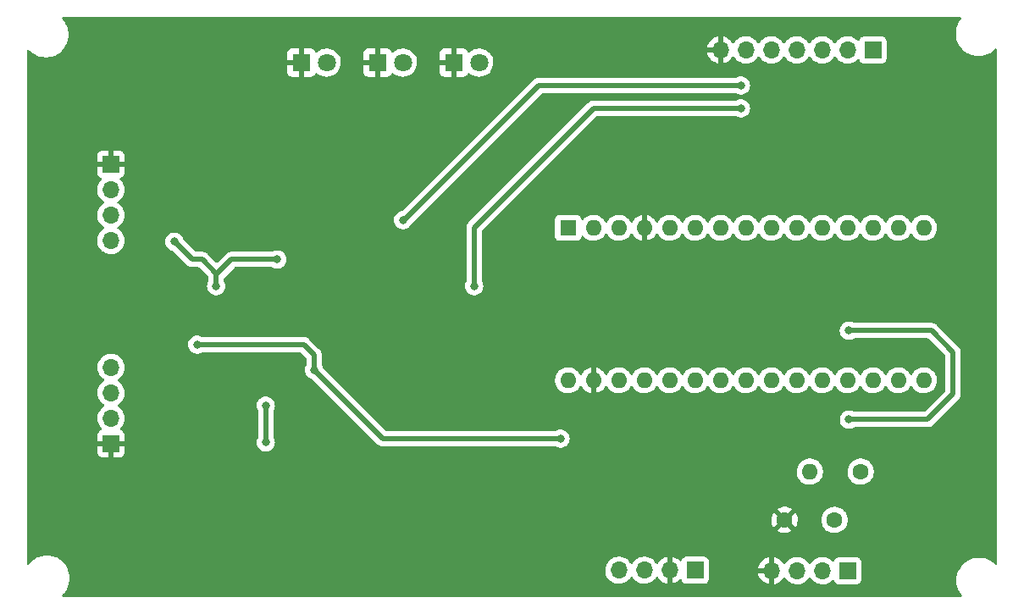
<source format=gbl>
%TF.GenerationSoftware,KiCad,Pcbnew,6.0.5-a6ca702e91~116~ubuntu20.04.1*%
%TF.CreationDate,2022-05-18T10:56:59+02:00*%
%TF.ProjectId,StationMeteo,53746174-696f-46e4-9d65-74656f2e6b69,rev?*%
%TF.SameCoordinates,PX21e9a40PY196f3b0*%
%TF.FileFunction,Copper,L2,Bot*%
%TF.FilePolarity,Positive*%
%FSLAX46Y46*%
G04 Gerber Fmt 4.6, Leading zero omitted, Abs format (unit mm)*
G04 Created by KiCad (PCBNEW 6.0.5-a6ca702e91~116~ubuntu20.04.1) date 2022-05-18 10:56:59*
%MOMM*%
%LPD*%
G01*
G04 APERTURE LIST*
%TA.AperFunction,ComponentPad*%
%ADD10R,1.700000X1.700000*%
%TD*%
%TA.AperFunction,ComponentPad*%
%ADD11O,1.700000X1.700000*%
%TD*%
%TA.AperFunction,ComponentPad*%
%ADD12R,1.800000X1.800000*%
%TD*%
%TA.AperFunction,ComponentPad*%
%ADD13C,1.800000*%
%TD*%
%TA.AperFunction,ComponentPad*%
%ADD14C,1.600000*%
%TD*%
%TA.AperFunction,ComponentPad*%
%ADD15O,1.600000X1.600000*%
%TD*%
%TA.AperFunction,ComponentPad*%
%ADD16R,1.600000X1.600000*%
%TD*%
%TA.AperFunction,ViaPad*%
%ADD17C,0.800000*%
%TD*%
%TA.AperFunction,Conductor*%
%ADD18C,0.508000*%
%TD*%
G04 APERTURE END LIST*
D10*
%TO.P,J5,1,Pin_1*%
%TO.N,unconnected-(J5-Pad1)*%
X85070000Y-3810000D03*
D11*
%TO.P,J5,2,Pin_2*%
%TO.N,WAKE_CCS*%
X82530000Y-3810000D03*
%TO.P,J5,3,Pin_3*%
%TO.N,RST_CSS*%
X79990000Y-3810000D03*
%TO.P,J5,4,Pin_4*%
%TO.N,SCL*%
X77450000Y-3810000D03*
%TO.P,J5,5,Pin_5*%
%TO.N,SDA*%
X74910000Y-3810000D03*
%TO.P,J5,6,Pin_6*%
%TO.N,3.3V*%
X72370000Y-3810000D03*
%TO.P,J5,7,Pin_7*%
%TO.N,GND*%
X69830000Y-3810000D03*
%TD*%
D12*
%TO.P,D2,1,K*%
%TO.N,GND*%
X35560000Y-5080000D03*
D13*
%TO.P,D2,2,A*%
%TO.N,Net-(D2-Pad2)*%
X38100000Y-5080000D03*
%TD*%
D14*
%TO.P,R1,1*%
%TO.N,3.3V*%
X83849000Y-45974000D03*
D15*
%TO.P,R1,2*%
%TO.N,DHT22*%
X78769000Y-45974000D03*
%TD*%
D16*
%TO.P,A1,1,D1/TX*%
%TO.N,unconnected-(A1-Pad1)*%
X54610000Y-21600000D03*
D15*
%TO.P,A1,2,D0/RX*%
%TO.N,unconnected-(A1-Pad2)*%
X57150000Y-21600000D03*
%TO.P,A1,3,~{RESET}*%
%TO.N,unconnected-(A1-Pad3)*%
X59690000Y-21600000D03*
%TO.P,A1,4,GND*%
%TO.N,GND*%
X62230000Y-21600000D03*
%TO.P,A1,5,D2*%
%TO.N,Net-(A1-Pad5)*%
X64770000Y-21600000D03*
%TO.P,A1,6,D3*%
%TO.N,Net-(A1-Pad6)*%
X67310000Y-21600000D03*
%TO.P,A1,7,D4*%
%TO.N,Net-(A1-Pad7)*%
X69850000Y-21600000D03*
%TO.P,A1,8,D5*%
%TO.N,unconnected-(A1-Pad8)*%
X72390000Y-21600000D03*
%TO.P,A1,9,D6*%
%TO.N,unconnected-(A1-Pad9)*%
X74930000Y-21600000D03*
%TO.P,A1,10,D7*%
%TO.N,unconnected-(A1-Pad10)*%
X77470000Y-21600000D03*
%TO.P,A1,11,D8*%
%TO.N,DHT22*%
X80010000Y-21600000D03*
%TO.P,A1,12,D9*%
%TO.N,unconnected-(A1-Pad12)*%
X82550000Y-21600000D03*
%TO.P,A1,13,D10*%
%TO.N,RST_CSS*%
X85090000Y-21600000D03*
%TO.P,A1,14,D11*%
%TO.N,WAKE_CCS*%
X87630000Y-21600000D03*
%TO.P,A1,15,D12*%
%TO.N,unconnected-(A1-Pad15)*%
X90170000Y-21600000D03*
%TO.P,A1,16,D13*%
%TO.N,unconnected-(A1-Pad16)*%
X90170000Y-36840000D03*
%TO.P,A1,17,3V3*%
%TO.N,3.3V*%
X87630000Y-36840000D03*
%TO.P,A1,18,AREF*%
%TO.N,unconnected-(A1-Pad18)*%
X85090000Y-36840000D03*
%TO.P,A1,19,A0*%
%TO.N,unconnected-(A1-Pad19)*%
X82550000Y-36840000D03*
%TO.P,A1,20,A1*%
%TO.N,SMOKE*%
X80010000Y-36840000D03*
%TO.P,A1,21,A2*%
%TO.N,unconnected-(A1-Pad21)*%
X77470000Y-36840000D03*
%TO.P,A1,22,A3*%
%TO.N,unconnected-(A1-Pad22)*%
X74930000Y-36840000D03*
%TO.P,A1,23,A4*%
%TO.N,SDA*%
X72390000Y-36840000D03*
%TO.P,A1,24,A5*%
%TO.N,SCL*%
X69850000Y-36840000D03*
%TO.P,A1,25,A6*%
%TO.N,unconnected-(A1-Pad25)*%
X67310000Y-36840000D03*
%TO.P,A1,26,A7*%
%TO.N,unconnected-(A1-Pad26)*%
X64770000Y-36840000D03*
%TO.P,A1,27,+5V*%
%TO.N,5V*%
X62230000Y-36840000D03*
%TO.P,A1,28,~{RESET}*%
%TO.N,unconnected-(A1-Pad28)*%
X59690000Y-36840000D03*
%TO.P,A1,29,GND*%
%TO.N,GND*%
X57150000Y-36840000D03*
%TO.P,A1,30,VIN*%
%TO.N,unconnected-(A1-Pad30)*%
X54610000Y-36840000D03*
%TD*%
D12*
%TO.P,D3,1,K*%
%TO.N,GND*%
X27940000Y-5080000D03*
D13*
%TO.P,D3,2,A*%
%TO.N,Net-(D3-Pad2)*%
X30480000Y-5080000D03*
%TD*%
D10*
%TO.P,J3,1,Pin_1*%
%TO.N,GND*%
X8890000Y-15240000D03*
D11*
%TO.P,J3,2,Pin_2*%
%TO.N,SCL*%
X8890000Y-17780000D03*
%TO.P,J3,3,Pin_3*%
%TO.N,SDA*%
X8890000Y-20320000D03*
%TO.P,J3,4,Pin_4*%
%TO.N,3.3V*%
X8890000Y-22860000D03*
%TD*%
D10*
%TO.P,J1,1,Pin_1*%
%TO.N,3.3V*%
X82550000Y-55880000D03*
D11*
%TO.P,J1,2,Pin_2*%
%TO.N,DHT22*%
X80010000Y-55880000D03*
%TO.P,J1,3,Pin_3*%
%TO.N,unconnected-(J1-Pad3)*%
X77470000Y-55880000D03*
%TO.P,J1,4,Pin_4*%
%TO.N,GND*%
X74930000Y-55880000D03*
%TD*%
D14*
%TO.P,C1,1*%
%TO.N,3.3V*%
X81240000Y-50800000D03*
%TO.P,C1,2*%
%TO.N,GND*%
X76240000Y-50800000D03*
%TD*%
D10*
%TO.P,J2,1,Pin_1*%
%TO.N,GND*%
X8915000Y-43170000D03*
D11*
%TO.P,J2,2,Pin_2*%
%TO.N,SCL-5V*%
X8915000Y-40630000D03*
%TO.P,J2,3,Pin_3*%
%TO.N,SDA-5V*%
X8915000Y-38090000D03*
%TO.P,J2,4,Pin_4*%
%TO.N,5V*%
X8915000Y-35550000D03*
%TD*%
D10*
%TO.P,J4,1,Pin_1*%
%TO.N,3.3V*%
X67300000Y-55830000D03*
D11*
%TO.P,J4,2,Pin_2*%
%TO.N,GND*%
X64760000Y-55830000D03*
%TO.P,J4,3,Pin_3*%
%TO.N,unconnected-(J4-Pad3)*%
X62220000Y-55830000D03*
%TO.P,J4,4,Pin_4*%
%TO.N,SMOKE*%
X59680000Y-55830000D03*
%TD*%
D12*
%TO.P,D1,1,K*%
%TO.N,GND*%
X43180000Y-5080000D03*
D13*
%TO.P,D1,2,A*%
%TO.N,Net-(D1-Pad2)*%
X45720000Y-5080000D03*
%TD*%
D17*
%TO.N,GND*%
X62230000Y-23749000D03*
X66421000Y-3810000D03*
X71882000Y-55880000D03*
X73533000Y-50800000D03*
X8890000Y-11430000D03*
X64770000Y-52197000D03*
X43180000Y-7620000D03*
X12573000Y-43180000D03*
X57150000Y-34163000D03*
X27940000Y-7620000D03*
X35560000Y-7620000D03*
%TO.N,DHT22*%
X82677000Y-31877000D03*
X82677000Y-40767000D03*
%TO.N,3.3V*%
X24384000Y-43053000D03*
X24384000Y-39370000D03*
%TO.N,SDA*%
X25527000Y-24765000D03*
X15240000Y-22987000D03*
X71882000Y-7366000D03*
X19431000Y-27432000D03*
X38100000Y-20828000D03*
%TO.N,SCL*%
X71882000Y-9652000D03*
X45212000Y-27432000D03*
%TO.N,5V*%
X17526000Y-33274000D03*
X53848000Y-42672000D03*
X29210000Y-35814000D03*
%TD*%
D18*
%TO.N,DHT22*%
X90551000Y-40767000D02*
X82677000Y-40767000D01*
X93091000Y-38227000D02*
X90551000Y-40767000D01*
X82677000Y-31877000D02*
X90932000Y-31877000D01*
X90932000Y-31877000D02*
X93091000Y-34036000D01*
X93091000Y-34036000D02*
X93091000Y-38227000D01*
%TO.N,3.3V*%
X24384000Y-43053000D02*
X24384000Y-39370000D01*
%TO.N,SDA*%
X19431000Y-26289000D02*
X20955000Y-24765000D01*
X19431000Y-26289000D02*
X19431000Y-26162000D01*
X71882000Y-7366000D02*
X51689000Y-7366000D01*
X19431000Y-26162000D02*
X18034000Y-24765000D01*
X19431000Y-27432000D02*
X19431000Y-26289000D01*
X38227000Y-20828000D02*
X38100000Y-20828000D01*
X42291000Y-16764000D02*
X38227000Y-20828000D01*
X25527000Y-24765000D02*
X20955000Y-24765000D01*
X17018000Y-24765000D02*
X15240000Y-22987000D01*
X18034000Y-24765000D02*
X17018000Y-24765000D01*
X51689000Y-7366000D02*
X42291000Y-16764000D01*
%TO.N,SCL*%
X45466000Y-21336000D02*
X45212000Y-21590000D01*
X71882000Y-9652000D02*
X57150000Y-9652000D01*
X45212000Y-21590000D02*
X45212000Y-27432000D01*
X57150000Y-9652000D02*
X45466000Y-21336000D01*
%TO.N,5V*%
X29210000Y-35814000D02*
X29210000Y-34290000D01*
X28194000Y-33274000D02*
X17526000Y-33274000D01*
X36068000Y-42672000D02*
X29210000Y-35814000D01*
X29210000Y-34290000D02*
X28194000Y-33274000D01*
X53848000Y-42672000D02*
X36068000Y-42672000D01*
%TD*%
%TA.AperFunction,Conductor*%
%TO.N,GND*%
G36*
X93865806Y-528502D02*
G01*
X93912299Y-582158D01*
X93922403Y-652432D01*
X93892417Y-717578D01*
X93839373Y-778062D01*
X93839369Y-778068D01*
X93836655Y-781162D01*
X93672173Y-1027327D01*
X93541229Y-1292855D01*
X93539904Y-1296760D01*
X93539903Y-1296761D01*
X93496793Y-1423761D01*
X93446064Y-1573203D01*
X93445260Y-1577247D01*
X93445258Y-1577253D01*
X93420802Y-1700203D01*
X93388305Y-1863574D01*
X93388036Y-1867679D01*
X93388035Y-1867686D01*
X93370296Y-2138340D01*
X93368942Y-2159000D01*
X93369212Y-2163119D01*
X93388030Y-2450228D01*
X93388305Y-2454426D01*
X93389107Y-2458459D01*
X93389108Y-2458465D01*
X93438750Y-2708028D01*
X93446064Y-2744797D01*
X93447391Y-2748706D01*
X93447392Y-2748710D01*
X93526793Y-2982617D01*
X93541229Y-3025145D01*
X93672173Y-3290673D01*
X93674467Y-3294106D01*
X93812647Y-3500907D01*
X93836655Y-3536838D01*
X93839369Y-3539932D01*
X93839373Y-3539938D01*
X93971076Y-3690115D01*
X94031861Y-3759427D01*
X94034950Y-3762136D01*
X94251350Y-3951915D01*
X94251356Y-3951919D01*
X94254450Y-3954633D01*
X94257876Y-3956922D01*
X94257881Y-3956926D01*
X94391726Y-4046358D01*
X94500615Y-4119115D01*
X94504314Y-4120939D01*
X94504319Y-4120942D01*
X94640601Y-4188148D01*
X94766143Y-4250059D01*
X94770048Y-4251384D01*
X94770049Y-4251385D01*
X95042578Y-4343896D01*
X95042582Y-4343897D01*
X95046491Y-4345224D01*
X95050535Y-4346028D01*
X95050541Y-4346030D01*
X95332823Y-4402180D01*
X95332829Y-4402181D01*
X95336862Y-4402983D01*
X95340967Y-4403252D01*
X95340974Y-4403253D01*
X95556302Y-4417366D01*
X95556311Y-4417366D01*
X95558351Y-4417500D01*
X95706225Y-4417500D01*
X95708265Y-4417366D01*
X95708274Y-4417366D01*
X95923602Y-4403253D01*
X95923609Y-4403252D01*
X95927714Y-4402983D01*
X95931747Y-4402181D01*
X95931753Y-4402180D01*
X96214035Y-4346030D01*
X96214041Y-4346028D01*
X96218085Y-4345224D01*
X96221994Y-4343897D01*
X96221998Y-4343896D01*
X96494527Y-4251385D01*
X96494528Y-4251384D01*
X96498433Y-4250059D01*
X96623975Y-4188148D01*
X96760257Y-4120942D01*
X96760262Y-4120939D01*
X96763961Y-4119115D01*
X96872850Y-4046358D01*
X97006695Y-3956926D01*
X97006700Y-3956922D01*
X97010126Y-3954633D01*
X97013220Y-3951919D01*
X97013226Y-3951915D01*
X97229626Y-3762136D01*
X97232715Y-3759427D01*
X97270768Y-3716036D01*
X97330722Y-3678009D01*
X97401717Y-3678431D01*
X97461214Y-3717170D01*
X97490322Y-3781925D01*
X97491500Y-3799114D01*
X97491500Y-55150236D01*
X97471498Y-55218357D01*
X97417842Y-55264850D01*
X97347568Y-55274954D01*
X97282988Y-55245460D01*
X97282237Y-55244761D01*
X97282227Y-55244773D01*
X97062738Y-55052285D01*
X97062732Y-55052281D01*
X97059638Y-55049567D01*
X97056212Y-55047278D01*
X97056207Y-55047274D01*
X96816906Y-54887379D01*
X96813473Y-54885085D01*
X96809774Y-54883261D01*
X96809769Y-54883258D01*
X96662503Y-54810635D01*
X96547945Y-54754141D01*
X96513702Y-54742517D01*
X96271510Y-54660304D01*
X96271506Y-54660303D01*
X96267597Y-54658976D01*
X96263553Y-54658172D01*
X96263547Y-54658170D01*
X95981265Y-54602020D01*
X95981259Y-54602019D01*
X95977226Y-54601217D01*
X95973121Y-54600948D01*
X95973114Y-54600947D01*
X95757786Y-54586834D01*
X95757777Y-54586834D01*
X95755737Y-54586700D01*
X95607863Y-54586700D01*
X95605823Y-54586834D01*
X95605814Y-54586834D01*
X95390486Y-54600947D01*
X95390479Y-54600948D01*
X95386374Y-54601217D01*
X95382341Y-54602019D01*
X95382335Y-54602020D01*
X95100053Y-54658170D01*
X95100047Y-54658172D01*
X95096003Y-54658976D01*
X95092094Y-54660303D01*
X95092090Y-54660304D01*
X94849898Y-54742517D01*
X94815655Y-54754141D01*
X94701097Y-54810635D01*
X94553831Y-54883258D01*
X94553826Y-54883261D01*
X94550127Y-54885085D01*
X94546694Y-54887379D01*
X94307393Y-55047274D01*
X94307388Y-55047278D01*
X94303962Y-55049567D01*
X94300868Y-55052281D01*
X94300862Y-55052285D01*
X94104352Y-55224621D01*
X94081373Y-55244773D01*
X94078664Y-55247862D01*
X93888885Y-55464262D01*
X93888881Y-55464268D01*
X93886167Y-55467362D01*
X93883878Y-55470788D01*
X93883874Y-55470793D01*
X93792623Y-55607361D01*
X93721685Y-55713527D01*
X93719861Y-55717226D01*
X93719858Y-55717231D01*
X93703474Y-55750455D01*
X93590741Y-55979055D01*
X93589416Y-55982960D01*
X93589415Y-55982961D01*
X93504676Y-56232596D01*
X93495576Y-56259403D01*
X93494772Y-56263447D01*
X93494770Y-56263453D01*
X93439790Y-56539857D01*
X93437817Y-56549774D01*
X93437548Y-56553879D01*
X93437547Y-56553886D01*
X93423799Y-56763643D01*
X93418454Y-56845200D01*
X93418724Y-56849319D01*
X93437143Y-57130340D01*
X93437817Y-57140626D01*
X93438619Y-57144659D01*
X93438620Y-57144665D01*
X93494770Y-57426947D01*
X93495576Y-57430997D01*
X93590741Y-57711345D01*
X93608952Y-57748273D01*
X93715585Y-57964503D01*
X93721685Y-57976873D01*
X93723979Y-57980306D01*
X93882151Y-58217027D01*
X93886167Y-58223038D01*
X93888881Y-58226133D01*
X93888892Y-58226147D01*
X93938245Y-58282422D01*
X93968122Y-58346826D01*
X93958437Y-58417159D01*
X93912265Y-58471090D01*
X93843514Y-58491500D01*
X4136825Y-58491500D01*
X4068704Y-58471498D01*
X4022211Y-58417842D01*
X4012107Y-58347568D01*
X4041601Y-58282988D01*
X4053748Y-58270768D01*
X4111931Y-58219743D01*
X4111938Y-58219736D01*
X4115027Y-58217027D01*
X4128219Y-58201985D01*
X4307515Y-57997538D01*
X4307519Y-57997532D01*
X4310233Y-57994438D01*
X4324445Y-57973169D01*
X4472421Y-57751706D01*
X4474715Y-57748273D01*
X4491103Y-57715043D01*
X4603835Y-57486443D01*
X4605659Y-57482745D01*
X4624600Y-57426947D01*
X4699496Y-57206310D01*
X4699497Y-57206306D01*
X4700824Y-57202397D01*
X4701630Y-57198347D01*
X4757780Y-56916065D01*
X4757781Y-56916059D01*
X4758583Y-56912026D01*
X4761065Y-56874171D01*
X4777676Y-56620719D01*
X4777946Y-56616600D01*
X4773918Y-56555144D01*
X4758853Y-56325286D01*
X4758852Y-56325279D01*
X4758583Y-56321174D01*
X4751913Y-56287639D01*
X4701630Y-56034853D01*
X4701628Y-56034847D01*
X4700824Y-56030803D01*
X4621355Y-55796695D01*
X58317251Y-55796695D01*
X58330110Y-56019715D01*
X58331247Y-56024761D01*
X58331248Y-56024767D01*
X58341378Y-56069715D01*
X58379222Y-56237639D01*
X58463266Y-56444616D01*
X58513840Y-56527145D01*
X58577291Y-56630688D01*
X58579987Y-56635088D01*
X58726250Y-56803938D01*
X58898126Y-56946632D01*
X59091000Y-57059338D01*
X59299692Y-57139030D01*
X59304760Y-57140061D01*
X59304763Y-57140062D01*
X59399862Y-57159410D01*
X59518597Y-57183567D01*
X59523772Y-57183757D01*
X59523774Y-57183757D01*
X59736673Y-57191564D01*
X59736677Y-57191564D01*
X59741837Y-57191753D01*
X59746957Y-57191097D01*
X59746959Y-57191097D01*
X59958288Y-57164025D01*
X59958289Y-57164025D01*
X59963416Y-57163368D01*
X59968366Y-57161883D01*
X60172429Y-57100661D01*
X60172434Y-57100659D01*
X60177384Y-57099174D01*
X60377994Y-57000896D01*
X60559860Y-56871173D01*
X60577156Y-56853938D01*
X60714435Y-56717137D01*
X60718096Y-56713489D01*
X60777594Y-56630689D01*
X60848453Y-56532077D01*
X60849776Y-56533028D01*
X60896645Y-56489857D01*
X60966580Y-56477625D01*
X61032026Y-56505144D01*
X61059875Y-56536994D01*
X61070712Y-56554678D01*
X61119987Y-56635088D01*
X61266250Y-56803938D01*
X61438126Y-56946632D01*
X61631000Y-57059338D01*
X61839692Y-57139030D01*
X61844760Y-57140061D01*
X61844763Y-57140062D01*
X61939862Y-57159410D01*
X62058597Y-57183567D01*
X62063772Y-57183757D01*
X62063774Y-57183757D01*
X62276673Y-57191564D01*
X62276677Y-57191564D01*
X62281837Y-57191753D01*
X62286957Y-57191097D01*
X62286959Y-57191097D01*
X62498288Y-57164025D01*
X62498289Y-57164025D01*
X62503416Y-57163368D01*
X62508366Y-57161883D01*
X62712429Y-57100661D01*
X62712434Y-57100659D01*
X62717384Y-57099174D01*
X62917994Y-57000896D01*
X63099860Y-56871173D01*
X63117156Y-56853938D01*
X63254435Y-56717137D01*
X63258096Y-56713489D01*
X63317594Y-56630689D01*
X63388453Y-56532077D01*
X63389640Y-56532930D01*
X63436960Y-56489362D01*
X63506897Y-56477145D01*
X63572338Y-56504678D01*
X63600166Y-56536511D01*
X63657694Y-56630388D01*
X63663777Y-56638699D01*
X63803213Y-56799667D01*
X63810580Y-56806883D01*
X63974434Y-56942916D01*
X63982881Y-56948831D01*
X64166756Y-57056279D01*
X64176042Y-57060729D01*
X64375001Y-57136703D01*
X64384899Y-57139579D01*
X64488250Y-57160606D01*
X64502299Y-57159410D01*
X64506000Y-57149065D01*
X64506000Y-57148517D01*
X65014000Y-57148517D01*
X65018064Y-57162359D01*
X65031478Y-57164393D01*
X65038184Y-57163534D01*
X65048262Y-57161392D01*
X65252255Y-57100191D01*
X65261842Y-57096433D01*
X65453095Y-57002739D01*
X65461945Y-56997464D01*
X65635328Y-56873792D01*
X65643193Y-56867145D01*
X65747056Y-56763643D01*
X65809427Y-56729727D01*
X65880234Y-56734915D01*
X65936996Y-56777561D01*
X65953147Y-56806509D01*
X65999658Y-56923981D01*
X65999660Y-56923984D01*
X66002823Y-56931972D01*
X66008016Y-56938814D01*
X66008018Y-56938817D01*
X66056868Y-57003173D01*
X66087056Y-57042944D01*
X66093896Y-57048136D01*
X66191183Y-57121982D01*
X66191186Y-57121984D01*
X66198028Y-57127177D01*
X66206014Y-57130339D01*
X66206016Y-57130340D01*
X66242197Y-57144665D01*
X66327565Y-57178465D01*
X66335603Y-57179438D01*
X66335604Y-57179438D01*
X66361190Y-57182534D01*
X66410491Y-57188500D01*
X67299296Y-57188500D01*
X68189508Y-57188499D01*
X68231260Y-57183447D01*
X68264405Y-57179437D01*
X68264408Y-57179436D01*
X68272435Y-57178465D01*
X68279952Y-57175489D01*
X68279955Y-57175488D01*
X68393984Y-57130340D01*
X68393986Y-57130339D01*
X68401972Y-57127177D01*
X68408814Y-57121984D01*
X68408817Y-57121982D01*
X68506104Y-57048136D01*
X68512944Y-57042944D01*
X68543132Y-57003173D01*
X68591982Y-56938817D01*
X68591984Y-56938814D01*
X68597177Y-56931972D01*
X68602896Y-56917529D01*
X68638316Y-56828068D01*
X68648465Y-56802435D01*
X68658500Y-56719509D01*
X68658499Y-56147966D01*
X73598257Y-56147966D01*
X73628565Y-56282446D01*
X73631645Y-56292275D01*
X73711770Y-56489603D01*
X73716413Y-56498794D01*
X73827694Y-56680388D01*
X73833777Y-56688699D01*
X73973213Y-56849667D01*
X73980580Y-56856883D01*
X74144434Y-56992916D01*
X74152881Y-56998831D01*
X74336756Y-57106279D01*
X74346042Y-57110729D01*
X74545001Y-57186703D01*
X74554899Y-57189579D01*
X74658250Y-57210606D01*
X74672299Y-57209410D01*
X74676000Y-57199065D01*
X74676000Y-57198517D01*
X75184000Y-57198517D01*
X75188064Y-57212359D01*
X75201478Y-57214393D01*
X75208184Y-57213534D01*
X75218262Y-57211392D01*
X75422255Y-57150191D01*
X75431842Y-57146433D01*
X75623095Y-57052739D01*
X75631945Y-57047464D01*
X75805328Y-56923792D01*
X75813200Y-56917139D01*
X75964052Y-56766812D01*
X75970730Y-56758965D01*
X76098022Y-56581819D01*
X76099279Y-56582722D01*
X76146373Y-56539362D01*
X76216311Y-56527145D01*
X76281751Y-56554678D01*
X76309579Y-56586511D01*
X76369987Y-56685088D01*
X76516250Y-56853938D01*
X76688126Y-56996632D01*
X76881000Y-57109338D01*
X76885825Y-57111180D01*
X76885826Y-57111181D01*
X76935999Y-57130340D01*
X77089692Y-57189030D01*
X77094760Y-57190061D01*
X77094763Y-57190062D01*
X77155392Y-57202397D01*
X77308597Y-57233567D01*
X77313772Y-57233757D01*
X77313774Y-57233757D01*
X77526673Y-57241564D01*
X77526677Y-57241564D01*
X77531837Y-57241753D01*
X77536957Y-57241097D01*
X77536959Y-57241097D01*
X77748288Y-57214025D01*
X77748289Y-57214025D01*
X77753416Y-57213368D01*
X77758366Y-57211883D01*
X77962429Y-57150661D01*
X77962434Y-57150659D01*
X77967384Y-57149174D01*
X78167994Y-57050896D01*
X78349860Y-56921173D01*
X78363166Y-56907914D01*
X78504435Y-56767137D01*
X78508096Y-56763489D01*
X78528629Y-56734915D01*
X78638453Y-56582077D01*
X78639776Y-56583028D01*
X78686645Y-56539857D01*
X78756580Y-56527625D01*
X78822026Y-56555144D01*
X78849875Y-56586994D01*
X78909987Y-56685088D01*
X79056250Y-56853938D01*
X79228126Y-56996632D01*
X79421000Y-57109338D01*
X79425825Y-57111180D01*
X79425826Y-57111181D01*
X79475999Y-57130340D01*
X79629692Y-57189030D01*
X79634760Y-57190061D01*
X79634763Y-57190062D01*
X79695392Y-57202397D01*
X79848597Y-57233567D01*
X79853772Y-57233757D01*
X79853774Y-57233757D01*
X80066673Y-57241564D01*
X80066677Y-57241564D01*
X80071837Y-57241753D01*
X80076957Y-57241097D01*
X80076959Y-57241097D01*
X80288288Y-57214025D01*
X80288289Y-57214025D01*
X80293416Y-57213368D01*
X80298366Y-57211883D01*
X80502429Y-57150661D01*
X80502434Y-57150659D01*
X80507384Y-57149174D01*
X80707994Y-57050896D01*
X80889860Y-56921173D01*
X80997258Y-56814149D01*
X81059629Y-56780234D01*
X81130435Y-56785422D01*
X81187197Y-56828068D01*
X81203349Y-56857017D01*
X81238831Y-56946632D01*
X81252823Y-56981972D01*
X81258016Y-56988814D01*
X81258018Y-56988817D01*
X81311547Y-57059338D01*
X81337056Y-57092944D01*
X81343896Y-57098136D01*
X81441183Y-57171982D01*
X81441186Y-57171984D01*
X81448028Y-57177177D01*
X81456014Y-57180339D01*
X81456016Y-57180340D01*
X81521609Y-57206310D01*
X81577565Y-57228465D01*
X81585603Y-57229438D01*
X81585604Y-57229438D01*
X81611190Y-57232534D01*
X81660491Y-57238500D01*
X82549296Y-57238500D01*
X83439508Y-57238499D01*
X83481260Y-57233447D01*
X83514405Y-57229437D01*
X83514408Y-57229436D01*
X83522435Y-57228465D01*
X83529952Y-57225489D01*
X83529955Y-57225488D01*
X83643984Y-57180340D01*
X83643986Y-57180339D01*
X83651972Y-57177177D01*
X83658814Y-57171984D01*
X83658817Y-57171982D01*
X83756104Y-57098136D01*
X83762944Y-57092944D01*
X83788453Y-57059338D01*
X83841982Y-56988817D01*
X83841984Y-56988814D01*
X83847177Y-56981972D01*
X83864264Y-56938817D01*
X83895485Y-56859961D01*
X83898465Y-56852435D01*
X83908500Y-56769509D01*
X83908499Y-54990492D01*
X83901559Y-54933135D01*
X83899437Y-54915595D01*
X83899436Y-54915592D01*
X83898465Y-54907565D01*
X83892343Y-54892101D01*
X83850340Y-54786016D01*
X83850339Y-54786014D01*
X83847177Y-54778028D01*
X83841984Y-54771186D01*
X83841982Y-54771183D01*
X83768136Y-54673896D01*
X83762944Y-54667056D01*
X83751237Y-54658170D01*
X83658817Y-54588018D01*
X83658814Y-54588016D01*
X83651972Y-54582823D01*
X83643986Y-54579661D01*
X83643984Y-54579660D01*
X83538809Y-54538018D01*
X83522435Y-54531535D01*
X83514397Y-54530562D01*
X83514396Y-54530562D01*
X83485198Y-54527029D01*
X83439509Y-54521500D01*
X82550704Y-54521500D01*
X81660492Y-54521501D01*
X81618740Y-54526553D01*
X81585595Y-54530563D01*
X81585592Y-54530564D01*
X81577565Y-54531535D01*
X81570048Y-54534511D01*
X81570045Y-54534512D01*
X81456016Y-54579660D01*
X81456014Y-54579661D01*
X81448028Y-54582823D01*
X81441186Y-54588016D01*
X81441183Y-54588018D01*
X81348763Y-54658170D01*
X81337056Y-54667056D01*
X81331864Y-54673896D01*
X81258018Y-54771183D01*
X81258016Y-54771186D01*
X81252823Y-54778028D01*
X81249661Y-54786014D01*
X81249660Y-54786016D01*
X81203276Y-54903167D01*
X81159601Y-54959141D01*
X81092598Y-54982617D01*
X81023539Y-54966141D01*
X80992930Y-54941583D01*
X80943145Y-54886870D01*
X80939670Y-54883051D01*
X80935619Y-54879852D01*
X80935615Y-54879848D01*
X80768414Y-54747800D01*
X80768410Y-54747798D01*
X80764359Y-54744598D01*
X80734343Y-54728028D01*
X80712136Y-54715769D01*
X80568789Y-54636638D01*
X80563920Y-54634914D01*
X80563916Y-54634912D01*
X80363087Y-54563795D01*
X80363083Y-54563794D01*
X80358212Y-54562069D01*
X80353119Y-54561162D01*
X80353116Y-54561161D01*
X80143373Y-54523800D01*
X80143367Y-54523799D01*
X80138284Y-54522894D01*
X80061507Y-54521956D01*
X79920081Y-54520228D01*
X79920079Y-54520228D01*
X79914911Y-54520165D01*
X79694091Y-54553955D01*
X79481756Y-54623357D01*
X79421627Y-54654658D01*
X79338753Y-54697800D01*
X79283607Y-54726507D01*
X79279474Y-54729610D01*
X79279471Y-54729612D01*
X79109100Y-54857530D01*
X79104965Y-54860635D01*
X79101393Y-54864373D01*
X78977082Y-54994457D01*
X78950629Y-55022138D01*
X78843201Y-55179621D01*
X78788293Y-55224621D01*
X78717768Y-55232792D01*
X78654021Y-55201538D01*
X78633324Y-55177054D01*
X78552822Y-55052617D01*
X78552820Y-55052614D01*
X78550014Y-55048277D01*
X78399670Y-54883051D01*
X78395619Y-54879852D01*
X78395615Y-54879848D01*
X78228414Y-54747800D01*
X78228410Y-54747798D01*
X78224359Y-54744598D01*
X78194343Y-54728028D01*
X78172136Y-54715769D01*
X78028789Y-54636638D01*
X78023920Y-54634914D01*
X78023916Y-54634912D01*
X77823087Y-54563795D01*
X77823083Y-54563794D01*
X77818212Y-54562069D01*
X77813119Y-54561162D01*
X77813116Y-54561161D01*
X77603373Y-54523800D01*
X77603367Y-54523799D01*
X77598284Y-54522894D01*
X77521507Y-54521956D01*
X77380081Y-54520228D01*
X77380079Y-54520228D01*
X77374911Y-54520165D01*
X77154091Y-54553955D01*
X76941756Y-54623357D01*
X76881627Y-54654658D01*
X76798753Y-54697800D01*
X76743607Y-54726507D01*
X76739474Y-54729610D01*
X76739471Y-54729612D01*
X76569100Y-54857530D01*
X76564965Y-54860635D01*
X76561393Y-54864373D01*
X76437082Y-54994457D01*
X76410629Y-55022138D01*
X76407720Y-55026403D01*
X76407714Y-55026411D01*
X76395404Y-55044457D01*
X76303204Y-55179618D01*
X76302898Y-55180066D01*
X76247987Y-55225069D01*
X76177462Y-55233240D01*
X76113715Y-55201986D01*
X76093018Y-55177502D01*
X76012426Y-55052926D01*
X76006136Y-55044757D01*
X75862806Y-54887240D01*
X75855273Y-54880215D01*
X75688139Y-54748222D01*
X75679552Y-54742517D01*
X75493117Y-54639599D01*
X75483705Y-54635369D01*
X75282959Y-54564280D01*
X75272988Y-54561646D01*
X75201837Y-54548972D01*
X75188540Y-54550432D01*
X75184000Y-54564989D01*
X75184000Y-57198517D01*
X74676000Y-57198517D01*
X74676000Y-56152115D01*
X74671525Y-56136876D01*
X74670135Y-56135671D01*
X74662452Y-56134000D01*
X73613225Y-56134000D01*
X73599694Y-56137973D01*
X73598257Y-56147966D01*
X68658499Y-56147966D01*
X68658499Y-55614183D01*
X73594389Y-55614183D01*
X73595912Y-55622607D01*
X73608292Y-55626000D01*
X74657885Y-55626000D01*
X74673124Y-55621525D01*
X74674329Y-55620135D01*
X74676000Y-55612452D01*
X74676000Y-54563102D01*
X74672082Y-54549758D01*
X74657806Y-54547771D01*
X74619324Y-54553660D01*
X74609288Y-54556051D01*
X74406868Y-54622212D01*
X74397359Y-54626209D01*
X74208463Y-54724542D01*
X74199738Y-54730036D01*
X74029433Y-54857905D01*
X74021726Y-54864748D01*
X73874590Y-55018717D01*
X73868104Y-55026727D01*
X73748098Y-55202649D01*
X73743000Y-55211623D01*
X73653338Y-55404783D01*
X73649775Y-55414470D01*
X73594389Y-55614183D01*
X68658499Y-55614183D01*
X68658499Y-54940492D01*
X68652644Y-54892101D01*
X68649437Y-54865595D01*
X68649436Y-54865592D01*
X68648465Y-54857565D01*
X68640272Y-54836870D01*
X68600340Y-54736016D01*
X68600339Y-54736014D01*
X68597177Y-54728028D01*
X68591984Y-54721186D01*
X68591982Y-54721183D01*
X68518136Y-54623896D01*
X68512944Y-54617056D01*
X68492077Y-54601217D01*
X68408817Y-54538018D01*
X68408814Y-54538016D01*
X68401972Y-54532823D01*
X68393986Y-54529661D01*
X68393984Y-54529660D01*
X68313442Y-54497771D01*
X68272435Y-54481535D01*
X68264397Y-54480562D01*
X68264396Y-54480562D01*
X68235198Y-54477029D01*
X68189509Y-54471500D01*
X67300704Y-54471500D01*
X66410492Y-54471501D01*
X66368740Y-54476553D01*
X66335595Y-54480563D01*
X66335592Y-54480564D01*
X66327565Y-54481535D01*
X66320048Y-54484511D01*
X66320045Y-54484512D01*
X66206016Y-54529660D01*
X66206014Y-54529661D01*
X66198028Y-54532823D01*
X66191186Y-54538016D01*
X66191183Y-54538018D01*
X66107923Y-54601217D01*
X66087056Y-54617056D01*
X66081864Y-54623896D01*
X66008018Y-54721183D01*
X66008016Y-54721186D01*
X66002823Y-54728028D01*
X65999661Y-54736014D01*
X65999660Y-54736016D01*
X65953071Y-54853685D01*
X65909396Y-54909659D01*
X65842393Y-54933135D01*
X65773334Y-54916659D01*
X65742726Y-54892101D01*
X65692806Y-54837241D01*
X65685273Y-54830215D01*
X65518139Y-54698222D01*
X65509552Y-54692517D01*
X65323117Y-54589599D01*
X65313705Y-54585369D01*
X65112959Y-54514280D01*
X65102988Y-54511646D01*
X65031837Y-54498972D01*
X65018540Y-54500432D01*
X65014000Y-54514989D01*
X65014000Y-57148517D01*
X64506000Y-57148517D01*
X64506000Y-54513102D01*
X64502082Y-54499758D01*
X64487806Y-54497771D01*
X64449324Y-54503660D01*
X64439288Y-54506051D01*
X64236868Y-54572212D01*
X64227359Y-54576209D01*
X64038463Y-54674542D01*
X64029738Y-54680036D01*
X63859433Y-54807905D01*
X63851726Y-54814748D01*
X63704590Y-54968717D01*
X63698109Y-54976722D01*
X63593498Y-55130074D01*
X63538587Y-55175076D01*
X63468062Y-55183247D01*
X63404315Y-55151993D01*
X63383618Y-55127509D01*
X63302822Y-55002617D01*
X63302820Y-55002614D01*
X63300014Y-54998277D01*
X63149670Y-54833051D01*
X63145619Y-54829852D01*
X63145615Y-54829848D01*
X62978414Y-54697800D01*
X62978410Y-54697798D01*
X62974359Y-54694598D01*
X62938028Y-54674542D01*
X62909473Y-54658779D01*
X62778789Y-54586638D01*
X62773920Y-54584914D01*
X62773916Y-54584912D01*
X62573087Y-54513795D01*
X62573083Y-54513794D01*
X62568212Y-54512069D01*
X62563119Y-54511162D01*
X62563116Y-54511161D01*
X62353373Y-54473800D01*
X62353367Y-54473799D01*
X62348284Y-54472894D01*
X62271507Y-54471956D01*
X62130081Y-54470228D01*
X62130079Y-54470228D01*
X62124911Y-54470165D01*
X61904091Y-54503955D01*
X61691756Y-54573357D01*
X61638756Y-54600947D01*
X61498623Y-54673896D01*
X61493607Y-54676507D01*
X61489474Y-54679610D01*
X61489471Y-54679612D01*
X61347754Y-54786016D01*
X61314965Y-54810635D01*
X61311393Y-54814373D01*
X61190872Y-54940491D01*
X61160629Y-54972138D01*
X61053201Y-55129621D01*
X60998293Y-55174621D01*
X60927768Y-55182792D01*
X60864021Y-55151538D01*
X60843324Y-55127054D01*
X60762822Y-55002617D01*
X60762820Y-55002614D01*
X60760014Y-54998277D01*
X60609670Y-54833051D01*
X60605619Y-54829852D01*
X60605615Y-54829848D01*
X60438414Y-54697800D01*
X60438410Y-54697798D01*
X60434359Y-54694598D01*
X60398028Y-54674542D01*
X60369473Y-54658779D01*
X60238789Y-54586638D01*
X60233920Y-54584914D01*
X60233916Y-54584912D01*
X60033087Y-54513795D01*
X60033083Y-54513794D01*
X60028212Y-54512069D01*
X60023119Y-54511162D01*
X60023116Y-54511161D01*
X59813373Y-54473800D01*
X59813367Y-54473799D01*
X59808284Y-54472894D01*
X59731507Y-54471956D01*
X59590081Y-54470228D01*
X59590079Y-54470228D01*
X59584911Y-54470165D01*
X59364091Y-54503955D01*
X59151756Y-54573357D01*
X59098756Y-54600947D01*
X58958623Y-54673896D01*
X58953607Y-54676507D01*
X58949474Y-54679610D01*
X58949471Y-54679612D01*
X58807754Y-54786016D01*
X58774965Y-54810635D01*
X58771393Y-54814373D01*
X58650872Y-54940491D01*
X58620629Y-54972138D01*
X58617720Y-54976403D01*
X58617714Y-54976411D01*
X58565956Y-55052285D01*
X58494743Y-55156680D01*
X58400688Y-55359305D01*
X58340989Y-55574570D01*
X58317251Y-55796695D01*
X4621355Y-55796695D01*
X4605659Y-55750455D01*
X4474715Y-55484927D01*
X4387640Y-55354610D01*
X4312526Y-55242193D01*
X4312522Y-55242188D01*
X4310233Y-55238762D01*
X4307519Y-55235668D01*
X4307515Y-55235662D01*
X4117736Y-55019262D01*
X4115027Y-55016173D01*
X4085742Y-54990491D01*
X3895538Y-54823685D01*
X3895532Y-54823681D01*
X3892438Y-54820967D01*
X3889012Y-54818678D01*
X3889007Y-54818674D01*
X3672330Y-54673896D01*
X3646273Y-54656485D01*
X3642574Y-54654661D01*
X3642569Y-54654658D01*
X3483489Y-54576209D01*
X3380745Y-54525541D01*
X3368841Y-54521500D01*
X3104310Y-54431704D01*
X3104306Y-54431703D01*
X3100397Y-54430376D01*
X3096353Y-54429572D01*
X3096347Y-54429570D01*
X2814065Y-54373420D01*
X2814059Y-54373419D01*
X2810026Y-54372617D01*
X2805921Y-54372348D01*
X2805914Y-54372347D01*
X2590586Y-54358234D01*
X2590577Y-54358234D01*
X2588537Y-54358100D01*
X2440663Y-54358100D01*
X2438623Y-54358234D01*
X2438614Y-54358234D01*
X2223286Y-54372347D01*
X2223279Y-54372348D01*
X2219174Y-54372617D01*
X2215141Y-54373419D01*
X2215135Y-54373420D01*
X1932853Y-54429570D01*
X1932847Y-54429572D01*
X1928803Y-54430376D01*
X1924894Y-54431703D01*
X1924890Y-54431704D01*
X1660359Y-54521500D01*
X1648455Y-54525541D01*
X1545711Y-54576209D01*
X1386631Y-54654658D01*
X1386626Y-54654661D01*
X1382927Y-54656485D01*
X1356870Y-54673896D01*
X1140193Y-54818674D01*
X1140188Y-54818678D01*
X1136762Y-54820967D01*
X1133668Y-54823681D01*
X1133662Y-54823685D01*
X943458Y-54990491D01*
X914173Y-55016173D01*
X911464Y-55019262D01*
X729232Y-55227057D01*
X669278Y-55265084D01*
X598283Y-55264662D01*
X538786Y-55225923D01*
X509678Y-55161168D01*
X508500Y-55143979D01*
X508500Y-51888299D01*
X75516531Y-51888299D01*
X75521812Y-51895354D01*
X75668437Y-51981035D01*
X75677720Y-51985482D01*
X75868998Y-52058524D01*
X75878896Y-52061400D01*
X76079536Y-52102220D01*
X76089764Y-52103439D01*
X76294374Y-52110943D01*
X76304660Y-52110476D01*
X76507750Y-52084459D01*
X76517836Y-52082316D01*
X76713945Y-52023480D01*
X76723540Y-52019719D01*
X76907400Y-51929647D01*
X76916259Y-51924366D01*
X76953399Y-51897875D01*
X76961799Y-51887176D01*
X76954810Y-51874020D01*
X76252812Y-51172022D01*
X76238868Y-51164408D01*
X76237035Y-51164539D01*
X76230420Y-51168790D01*
X75523291Y-51875919D01*
X75516531Y-51888299D01*
X508500Y-51888299D01*
X508500Y-50773089D01*
X74928206Y-50773089D01*
X74939992Y-50977493D01*
X74941428Y-50987714D01*
X74986440Y-51187444D01*
X74989519Y-51197272D01*
X75066552Y-51386982D01*
X75071195Y-51396173D01*
X75142822Y-51513058D01*
X75153279Y-51522518D01*
X75162055Y-51518735D01*
X75867978Y-50812812D01*
X75874356Y-50801132D01*
X76604408Y-50801132D01*
X76604539Y-50802965D01*
X76608790Y-50809580D01*
X77314646Y-51515436D01*
X77326657Y-51521995D01*
X77338396Y-51513027D01*
X77361998Y-51480182D01*
X77367312Y-51471337D01*
X77458022Y-51287798D01*
X77461821Y-51278203D01*
X77521338Y-51082312D01*
X77523517Y-51072231D01*
X77550479Y-50867436D01*
X77550998Y-50860762D01*
X77552401Y-50803365D01*
X77552207Y-50796647D01*
X77549845Y-50767921D01*
X79927407Y-50767921D01*
X79927704Y-50773073D01*
X79927704Y-50773077D01*
X79932955Y-50864139D01*
X79939793Y-50982732D01*
X79940930Y-50987778D01*
X79940931Y-50987784D01*
X79959987Y-51072340D01*
X79987097Y-51192636D01*
X79989039Y-51197418D01*
X79989040Y-51197422D01*
X80066012Y-51386982D01*
X80068048Y-51391995D01*
X80180473Y-51575456D01*
X80321353Y-51738092D01*
X80486903Y-51875534D01*
X80491356Y-51878136D01*
X80491360Y-51878139D01*
X80580243Y-51930078D01*
X80672678Y-51984093D01*
X80873689Y-52060851D01*
X80878757Y-52061882D01*
X80878760Y-52061883D01*
X80979192Y-52082316D01*
X81084537Y-52103749D01*
X81089710Y-52103939D01*
X81089713Y-52103939D01*
X81294397Y-52111444D01*
X81294401Y-52111444D01*
X81299561Y-52111633D01*
X81304681Y-52110977D01*
X81304683Y-52110977D01*
X81373042Y-52102220D01*
X81512985Y-52084293D01*
X81517936Y-52082808D01*
X81517939Y-52082807D01*
X81714128Y-52023947D01*
X81714127Y-52023947D01*
X81719078Y-52022462D01*
X81912305Y-51927801D01*
X81916510Y-51924801D01*
X81916516Y-51924798D01*
X82083272Y-51805852D01*
X82083274Y-51805850D01*
X82087476Y-51802853D01*
X82239888Y-51650972D01*
X82365448Y-51476237D01*
X82460783Y-51283342D01*
X82523332Y-51077466D01*
X82535804Y-50982732D01*
X82550980Y-50867461D01*
X82550981Y-50867455D01*
X82551417Y-50864139D01*
X82552985Y-50800000D01*
X82546024Y-50715330D01*
X82535778Y-50590706D01*
X82535777Y-50590700D01*
X82535354Y-50585555D01*
X82496585Y-50431210D01*
X82484195Y-50381881D01*
X82484194Y-50381877D01*
X82482936Y-50376870D01*
X82472029Y-50351786D01*
X82399198Y-50184285D01*
X82399196Y-50184282D01*
X82397138Y-50179548D01*
X82378969Y-50151462D01*
X82283074Y-50003233D01*
X82280264Y-49998889D01*
X82253955Y-49969975D01*
X82138932Y-49843566D01*
X82138930Y-49843564D01*
X82135454Y-49839744D01*
X82131403Y-49836545D01*
X82131399Y-49836541D01*
X81970649Y-49709588D01*
X81970644Y-49709584D01*
X81966595Y-49706387D01*
X81962079Y-49703894D01*
X81962076Y-49703892D01*
X81782747Y-49604897D01*
X81782743Y-49604895D01*
X81778223Y-49602400D01*
X81773354Y-49600676D01*
X81773350Y-49600674D01*
X81580271Y-49532301D01*
X81580267Y-49532300D01*
X81575396Y-49530575D01*
X81570303Y-49529668D01*
X81570300Y-49529667D01*
X81480899Y-49513743D01*
X81363563Y-49492842D01*
X81283400Y-49491862D01*
X81153581Y-49490276D01*
X81153579Y-49490276D01*
X81148411Y-49490213D01*
X81005028Y-49512154D01*
X80940827Y-49521978D01*
X80940825Y-49521979D01*
X80935718Y-49522760D01*
X80911808Y-49530575D01*
X80736107Y-49588003D01*
X80736102Y-49588005D01*
X80731198Y-49589608D01*
X80726624Y-49591989D01*
X80726617Y-49591992D01*
X80544928Y-49686573D01*
X80540341Y-49688961D01*
X80368275Y-49818152D01*
X80219619Y-49973712D01*
X80098366Y-50151462D01*
X80007773Y-50346629D01*
X79950272Y-50553971D01*
X79927407Y-50767921D01*
X77549845Y-50767921D01*
X77535283Y-50590798D01*
X77533598Y-50580618D01*
X77483720Y-50382044D01*
X77480400Y-50372293D01*
X77398756Y-50184522D01*
X77393890Y-50175447D01*
X77336903Y-50087360D01*
X77326217Y-50078156D01*
X77316650Y-50082560D01*
X76612022Y-50787188D01*
X76604408Y-50801132D01*
X75874356Y-50801132D01*
X75875592Y-50798868D01*
X75875461Y-50797035D01*
X75871210Y-50790420D01*
X75165832Y-50085042D01*
X75154296Y-50078742D01*
X75142014Y-50088365D01*
X75101713Y-50147444D01*
X75096627Y-50156397D01*
X75010421Y-50342111D01*
X75006862Y-50351786D01*
X74952147Y-50549082D01*
X74950216Y-50559202D01*
X74928458Y-50762800D01*
X74928206Y-50773089D01*
X508500Y-50773089D01*
X508500Y-49712139D01*
X75516935Y-49712139D01*
X75523679Y-49724469D01*
X76227188Y-50427978D01*
X76241132Y-50435592D01*
X76242965Y-50435461D01*
X76249580Y-50431210D01*
X76957789Y-49723001D01*
X76964810Y-49710143D01*
X76959729Y-49703168D01*
X76782543Y-49605357D01*
X76773144Y-49601132D01*
X76580143Y-49532787D01*
X76570172Y-49530153D01*
X76368605Y-49494249D01*
X76358352Y-49493279D01*
X76153616Y-49490777D01*
X76143331Y-49491497D01*
X75940948Y-49522466D01*
X75930920Y-49524855D01*
X75736310Y-49588462D01*
X75726802Y-49592459D01*
X75545199Y-49686997D01*
X75536471Y-49692493D01*
X75525388Y-49700814D01*
X75516935Y-49712139D01*
X508500Y-49712139D01*
X508500Y-45941921D01*
X77456407Y-45941921D01*
X77456704Y-45947073D01*
X77456704Y-45947077D01*
X77461955Y-46038139D01*
X77468793Y-46156732D01*
X77469930Y-46161778D01*
X77469931Y-46161784D01*
X77488987Y-46246340D01*
X77516097Y-46366636D01*
X77518039Y-46371418D01*
X77518040Y-46371422D01*
X77595104Y-46561208D01*
X77597048Y-46565995D01*
X77709473Y-46749456D01*
X77850353Y-46912092D01*
X78015903Y-47049534D01*
X78020356Y-47052136D01*
X78020360Y-47052139D01*
X78109243Y-47104078D01*
X78201678Y-47158093D01*
X78402689Y-47234851D01*
X78407757Y-47235882D01*
X78407760Y-47235883D01*
X78510605Y-47256807D01*
X78613537Y-47277749D01*
X78618710Y-47277939D01*
X78618713Y-47277939D01*
X78823397Y-47285444D01*
X78823401Y-47285444D01*
X78828561Y-47285633D01*
X78833681Y-47284977D01*
X78833683Y-47284977D01*
X78898959Y-47276615D01*
X79041985Y-47258293D01*
X79046936Y-47256808D01*
X79046939Y-47256807D01*
X79243128Y-47197947D01*
X79243127Y-47197947D01*
X79248078Y-47196462D01*
X79441305Y-47101801D01*
X79445510Y-47098801D01*
X79445516Y-47098798D01*
X79612272Y-46979852D01*
X79612274Y-46979850D01*
X79616476Y-46976853D01*
X79768888Y-46824972D01*
X79894448Y-46650237D01*
X79989783Y-46457342D01*
X80052332Y-46251466D01*
X80064804Y-46156732D01*
X80079980Y-46041461D01*
X80079981Y-46041455D01*
X80080417Y-46038139D01*
X80081985Y-45974000D01*
X80079348Y-45941921D01*
X82536407Y-45941921D01*
X82536704Y-45947073D01*
X82536704Y-45947077D01*
X82541955Y-46038139D01*
X82548793Y-46156732D01*
X82549930Y-46161778D01*
X82549931Y-46161784D01*
X82568987Y-46246340D01*
X82596097Y-46366636D01*
X82598039Y-46371418D01*
X82598040Y-46371422D01*
X82675104Y-46561208D01*
X82677048Y-46565995D01*
X82789473Y-46749456D01*
X82930353Y-46912092D01*
X83095903Y-47049534D01*
X83100356Y-47052136D01*
X83100360Y-47052139D01*
X83189243Y-47104078D01*
X83281678Y-47158093D01*
X83482689Y-47234851D01*
X83487757Y-47235882D01*
X83487760Y-47235883D01*
X83590605Y-47256807D01*
X83693537Y-47277749D01*
X83698710Y-47277939D01*
X83698713Y-47277939D01*
X83903397Y-47285444D01*
X83903401Y-47285444D01*
X83908561Y-47285633D01*
X83913681Y-47284977D01*
X83913683Y-47284977D01*
X83978959Y-47276615D01*
X84121985Y-47258293D01*
X84126936Y-47256808D01*
X84126939Y-47256807D01*
X84323128Y-47197947D01*
X84323127Y-47197947D01*
X84328078Y-47196462D01*
X84521305Y-47101801D01*
X84525510Y-47098801D01*
X84525516Y-47098798D01*
X84692272Y-46979852D01*
X84692274Y-46979850D01*
X84696476Y-46976853D01*
X84848888Y-46824972D01*
X84974448Y-46650237D01*
X85069783Y-46457342D01*
X85132332Y-46251466D01*
X85144804Y-46156732D01*
X85159980Y-46041461D01*
X85159981Y-46041455D01*
X85160417Y-46038139D01*
X85161985Y-45974000D01*
X85155024Y-45889330D01*
X85144778Y-45764706D01*
X85144777Y-45764700D01*
X85144354Y-45759555D01*
X85091936Y-45550870D01*
X85089877Y-45546134D01*
X85008198Y-45358285D01*
X85008196Y-45358282D01*
X85006138Y-45353548D01*
X84987969Y-45325462D01*
X84892074Y-45177233D01*
X84889264Y-45172889D01*
X84862955Y-45143975D01*
X84747932Y-45017566D01*
X84747930Y-45017564D01*
X84744454Y-45013744D01*
X84740403Y-45010545D01*
X84740399Y-45010541D01*
X84579649Y-44883588D01*
X84579644Y-44883584D01*
X84575595Y-44880387D01*
X84571079Y-44877894D01*
X84571076Y-44877892D01*
X84391747Y-44778897D01*
X84391743Y-44778895D01*
X84387223Y-44776400D01*
X84382354Y-44774676D01*
X84382350Y-44774674D01*
X84189271Y-44706301D01*
X84189267Y-44706300D01*
X84184396Y-44704575D01*
X84179303Y-44703668D01*
X84179300Y-44703667D01*
X84089899Y-44687743D01*
X83972563Y-44666842D01*
X83892400Y-44665862D01*
X83762581Y-44664276D01*
X83762579Y-44664276D01*
X83757411Y-44664213D01*
X83614028Y-44686154D01*
X83549827Y-44695978D01*
X83549825Y-44695979D01*
X83544718Y-44696760D01*
X83539806Y-44698365D01*
X83539808Y-44698365D01*
X83345107Y-44762003D01*
X83345102Y-44762005D01*
X83340198Y-44763608D01*
X83335624Y-44765989D01*
X83335617Y-44765992D01*
X83153928Y-44860573D01*
X83149341Y-44862961D01*
X82977275Y-44992152D01*
X82828619Y-45147712D01*
X82707366Y-45325462D01*
X82616773Y-45520629D01*
X82559272Y-45727971D01*
X82536407Y-45941921D01*
X80079348Y-45941921D01*
X80075024Y-45889330D01*
X80064778Y-45764706D01*
X80064777Y-45764700D01*
X80064354Y-45759555D01*
X80011936Y-45550870D01*
X80009877Y-45546134D01*
X79928198Y-45358285D01*
X79928196Y-45358282D01*
X79926138Y-45353548D01*
X79907969Y-45325462D01*
X79812074Y-45177233D01*
X79809264Y-45172889D01*
X79782955Y-45143975D01*
X79667932Y-45017566D01*
X79667930Y-45017564D01*
X79664454Y-45013744D01*
X79660403Y-45010545D01*
X79660399Y-45010541D01*
X79499649Y-44883588D01*
X79499644Y-44883584D01*
X79495595Y-44880387D01*
X79491079Y-44877894D01*
X79491076Y-44877892D01*
X79311747Y-44778897D01*
X79311743Y-44778895D01*
X79307223Y-44776400D01*
X79302354Y-44774676D01*
X79302350Y-44774674D01*
X79109271Y-44706301D01*
X79109267Y-44706300D01*
X79104396Y-44704575D01*
X79099303Y-44703668D01*
X79099300Y-44703667D01*
X79009899Y-44687743D01*
X78892563Y-44666842D01*
X78812400Y-44665862D01*
X78682581Y-44664276D01*
X78682579Y-44664276D01*
X78677411Y-44664213D01*
X78534028Y-44686154D01*
X78469827Y-44695978D01*
X78469825Y-44695979D01*
X78464718Y-44696760D01*
X78459806Y-44698365D01*
X78459808Y-44698365D01*
X78265107Y-44762003D01*
X78265102Y-44762005D01*
X78260198Y-44763608D01*
X78255624Y-44765989D01*
X78255617Y-44765992D01*
X78073928Y-44860573D01*
X78069341Y-44862961D01*
X77897275Y-44992152D01*
X77748619Y-45147712D01*
X77627366Y-45325462D01*
X77536773Y-45520629D01*
X77479272Y-45727971D01*
X77456407Y-45941921D01*
X508500Y-45941921D01*
X508500Y-44055677D01*
X7557000Y-44055677D01*
X7557456Y-44063231D01*
X7566054Y-44134280D01*
X7570005Y-44149838D01*
X7615098Y-44263732D01*
X7623459Y-44278571D01*
X7697221Y-44375747D01*
X7709253Y-44387779D01*
X7806429Y-44461541D01*
X7821268Y-44469902D01*
X7935162Y-44514995D01*
X7950720Y-44518946D01*
X8021769Y-44527544D01*
X8029323Y-44528000D01*
X8642885Y-44528000D01*
X8658124Y-44523525D01*
X8659329Y-44522135D01*
X8661000Y-44514452D01*
X8661000Y-44509885D01*
X9169000Y-44509885D01*
X9173475Y-44525124D01*
X9174865Y-44526329D01*
X9182548Y-44528000D01*
X9800677Y-44528000D01*
X9808231Y-44527544D01*
X9879280Y-44518946D01*
X9894838Y-44514995D01*
X10008732Y-44469902D01*
X10023571Y-44461541D01*
X10120747Y-44387779D01*
X10132779Y-44375747D01*
X10206541Y-44278571D01*
X10214902Y-44263732D01*
X10259995Y-44149838D01*
X10263946Y-44134280D01*
X10272544Y-44063231D01*
X10273000Y-44055677D01*
X10273000Y-43442115D01*
X10268525Y-43426876D01*
X10267135Y-43425671D01*
X10259452Y-43424000D01*
X9187115Y-43424000D01*
X9171876Y-43428475D01*
X9170671Y-43429865D01*
X9169000Y-43437548D01*
X9169000Y-44509885D01*
X8661000Y-44509885D01*
X8661000Y-43442115D01*
X8656525Y-43426876D01*
X8655135Y-43425671D01*
X8647452Y-43424000D01*
X7575115Y-43424000D01*
X7559876Y-43428475D01*
X7558671Y-43429865D01*
X7557000Y-43437548D01*
X7557000Y-44055677D01*
X508500Y-44055677D01*
X508500Y-43053000D01*
X23470496Y-43053000D01*
X23471186Y-43059565D01*
X23486562Y-43205856D01*
X23490458Y-43242928D01*
X23549473Y-43424556D01*
X23552776Y-43430278D01*
X23552777Y-43430279D01*
X23569496Y-43459237D01*
X23644960Y-43589944D01*
X23772747Y-43731866D01*
X23927248Y-43844118D01*
X23933276Y-43846802D01*
X23933278Y-43846803D01*
X24095681Y-43919109D01*
X24101712Y-43921794D01*
X24195112Y-43941647D01*
X24282056Y-43960128D01*
X24282061Y-43960128D01*
X24288513Y-43961500D01*
X24479487Y-43961500D01*
X24485939Y-43960128D01*
X24485944Y-43960128D01*
X24572888Y-43941647D01*
X24666288Y-43921794D01*
X24672319Y-43919109D01*
X24834722Y-43846803D01*
X24834724Y-43846802D01*
X24840752Y-43844118D01*
X24995253Y-43731866D01*
X25123040Y-43589944D01*
X25198504Y-43459237D01*
X25215223Y-43430279D01*
X25215224Y-43430278D01*
X25218527Y-43424556D01*
X25277542Y-43242928D01*
X25281439Y-43205856D01*
X25296814Y-43059565D01*
X25297504Y-43053000D01*
X25282635Y-42911525D01*
X25278232Y-42869635D01*
X25278232Y-42869633D01*
X25277542Y-42863072D01*
X25218527Y-42681444D01*
X25213075Y-42672000D01*
X25163381Y-42585929D01*
X25146500Y-42522929D01*
X25146500Y-39900071D01*
X25163381Y-39837071D01*
X25215223Y-39747279D01*
X25215224Y-39747278D01*
X25218527Y-39741556D01*
X25277542Y-39559928D01*
X25284409Y-39494598D01*
X25296814Y-39376565D01*
X25297504Y-39370000D01*
X25290264Y-39301114D01*
X25278232Y-39186635D01*
X25278232Y-39186633D01*
X25277542Y-39180072D01*
X25218527Y-38998444D01*
X25206226Y-38977137D01*
X25126341Y-38838774D01*
X25123040Y-38833056D01*
X25086143Y-38792077D01*
X24999675Y-38696045D01*
X24999674Y-38696044D01*
X24995253Y-38691134D01*
X24840752Y-38578882D01*
X24834724Y-38576198D01*
X24834722Y-38576197D01*
X24672319Y-38503891D01*
X24672318Y-38503891D01*
X24666288Y-38501206D01*
X24572887Y-38481353D01*
X24485944Y-38462872D01*
X24485939Y-38462872D01*
X24479487Y-38461500D01*
X24288513Y-38461500D01*
X24282061Y-38462872D01*
X24282056Y-38462872D01*
X24195113Y-38481353D01*
X24101712Y-38501206D01*
X24095682Y-38503891D01*
X24095681Y-38503891D01*
X23933278Y-38576197D01*
X23933276Y-38576198D01*
X23927248Y-38578882D01*
X23772747Y-38691134D01*
X23768326Y-38696044D01*
X23768325Y-38696045D01*
X23681858Y-38792077D01*
X23644960Y-38833056D01*
X23641659Y-38838774D01*
X23561775Y-38977137D01*
X23549473Y-38998444D01*
X23490458Y-39180072D01*
X23489768Y-39186633D01*
X23489768Y-39186635D01*
X23477736Y-39301114D01*
X23470496Y-39370000D01*
X23471186Y-39376565D01*
X23483592Y-39494598D01*
X23490458Y-39559928D01*
X23549473Y-39741556D01*
X23552776Y-39747278D01*
X23552777Y-39747279D01*
X23604619Y-39837071D01*
X23621500Y-39900071D01*
X23621500Y-42522929D01*
X23604619Y-42585929D01*
X23554926Y-42672000D01*
X23549473Y-42681444D01*
X23490458Y-42863072D01*
X23489768Y-42869633D01*
X23489768Y-42869635D01*
X23485365Y-42911525D01*
X23470496Y-43053000D01*
X508500Y-43053000D01*
X508500Y-40596695D01*
X7552251Y-40596695D01*
X7552548Y-40601848D01*
X7552548Y-40601851D01*
X7562449Y-40773565D01*
X7565110Y-40819715D01*
X7566247Y-40824761D01*
X7566248Y-40824767D01*
X7586119Y-40912939D01*
X7614222Y-41037639D01*
X7698266Y-41244616D01*
X7700965Y-41249020D01*
X7806937Y-41421951D01*
X7814987Y-41435088D01*
X7961250Y-41603938D01*
X7969521Y-41610805D01*
X8009157Y-41669705D01*
X8010657Y-41740686D01*
X7973544Y-41801210D01*
X7935421Y-41824902D01*
X7821268Y-41870098D01*
X7806429Y-41878459D01*
X7709253Y-41952221D01*
X7697221Y-41964253D01*
X7623459Y-42061429D01*
X7615098Y-42076268D01*
X7570005Y-42190162D01*
X7566054Y-42205720D01*
X7557456Y-42276769D01*
X7557000Y-42284323D01*
X7557000Y-42897885D01*
X7561475Y-42913124D01*
X7562865Y-42914329D01*
X7570548Y-42916000D01*
X10254885Y-42916000D01*
X10270124Y-42911525D01*
X10271329Y-42910135D01*
X10273000Y-42902452D01*
X10273000Y-42284323D01*
X10272544Y-42276769D01*
X10263946Y-42205720D01*
X10259995Y-42190162D01*
X10214902Y-42076268D01*
X10206541Y-42061429D01*
X10132779Y-41964253D01*
X10120747Y-41952221D01*
X10023571Y-41878459D01*
X10008732Y-41870098D01*
X9891499Y-41823683D01*
X9835525Y-41780009D01*
X9812049Y-41713006D01*
X9828523Y-41643948D01*
X9848942Y-41617280D01*
X9944722Y-41521834D01*
X9953096Y-41513489D01*
X9962185Y-41500841D01*
X10080435Y-41336277D01*
X10083453Y-41332077D01*
X10091472Y-41315853D01*
X10180136Y-41136453D01*
X10180137Y-41136451D01*
X10182430Y-41131811D01*
X10247370Y-40918069D01*
X10276529Y-40696590D01*
X10278156Y-40630000D01*
X10259852Y-40407361D01*
X10205431Y-40190702D01*
X10116354Y-39985840D01*
X9995014Y-39798277D01*
X9844670Y-39633051D01*
X9840619Y-39629852D01*
X9840615Y-39629848D01*
X9673414Y-39497800D01*
X9673410Y-39497798D01*
X9669359Y-39494598D01*
X9628053Y-39471796D01*
X9578084Y-39421364D01*
X9563312Y-39351921D01*
X9588428Y-39285516D01*
X9615780Y-39258909D01*
X9659603Y-39227650D01*
X9794860Y-39131173D01*
X9953096Y-38973489D01*
X10012594Y-38890689D01*
X10080435Y-38796277D01*
X10083453Y-38792077D01*
X10093444Y-38771863D01*
X10180136Y-38596453D01*
X10180137Y-38596451D01*
X10182430Y-38591811D01*
X10236436Y-38414057D01*
X10245865Y-38383023D01*
X10245865Y-38383021D01*
X10247370Y-38378069D01*
X10276529Y-38156590D01*
X10276666Y-38150977D01*
X10278074Y-38093365D01*
X10278074Y-38093361D01*
X10278156Y-38090000D01*
X10259852Y-37867361D01*
X10205431Y-37650702D01*
X10116354Y-37445840D01*
X10040110Y-37327984D01*
X9997822Y-37262617D01*
X9997820Y-37262614D01*
X9995014Y-37258277D01*
X9844670Y-37093051D01*
X9840619Y-37089852D01*
X9840615Y-37089848D01*
X9673414Y-36957800D01*
X9673410Y-36957798D01*
X9669359Y-36954598D01*
X9628053Y-36931796D01*
X9578084Y-36881364D01*
X9563312Y-36811921D01*
X9588428Y-36745516D01*
X9615780Y-36718909D01*
X9670176Y-36680109D01*
X9794860Y-36591173D01*
X9953096Y-36433489D01*
X10012594Y-36350689D01*
X10080435Y-36256277D01*
X10083453Y-36252077D01*
X10096390Y-36225902D01*
X10180136Y-36056453D01*
X10180137Y-36056451D01*
X10182430Y-36051811D01*
X10241268Y-35858152D01*
X10245865Y-35843023D01*
X10245865Y-35843021D01*
X10247370Y-35838069D01*
X10276529Y-35616590D01*
X10277664Y-35570153D01*
X10278074Y-35553365D01*
X10278074Y-35553361D01*
X10278156Y-35550000D01*
X10259852Y-35327361D01*
X10205431Y-35110702D01*
X10116354Y-34905840D01*
X9995014Y-34718277D01*
X9844670Y-34553051D01*
X9840619Y-34549852D01*
X9840615Y-34549848D01*
X9673414Y-34417800D01*
X9673410Y-34417798D01*
X9669359Y-34414598D01*
X9650212Y-34404028D01*
X9488815Y-34314933D01*
X9473789Y-34306638D01*
X9468920Y-34304914D01*
X9468916Y-34304912D01*
X9268087Y-34233795D01*
X9268083Y-34233794D01*
X9263212Y-34232069D01*
X9258119Y-34231162D01*
X9258116Y-34231161D01*
X9048373Y-34193800D01*
X9048367Y-34193799D01*
X9043284Y-34192894D01*
X8969452Y-34191992D01*
X8825081Y-34190228D01*
X8825079Y-34190228D01*
X8819911Y-34190165D01*
X8599091Y-34223955D01*
X8386756Y-34293357D01*
X8188607Y-34396507D01*
X8184474Y-34399610D01*
X8184471Y-34399612D01*
X8160247Y-34417800D01*
X8009965Y-34530635D01*
X7855629Y-34692138D01*
X7729743Y-34876680D01*
X7635688Y-35079305D01*
X7575989Y-35294570D01*
X7552251Y-35516695D01*
X7552548Y-35521848D01*
X7552548Y-35521851D01*
X7558899Y-35631992D01*
X7565110Y-35739715D01*
X7566247Y-35744761D01*
X7566248Y-35744767D01*
X7586119Y-35832939D01*
X7614222Y-35957639D01*
X7698266Y-36164616D01*
X7729270Y-36215210D01*
X7808944Y-36345226D01*
X7814987Y-36355088D01*
X7961250Y-36523938D01*
X8133126Y-36666632D01*
X8160784Y-36682794D01*
X8206445Y-36709476D01*
X8255169Y-36761114D01*
X8268240Y-36830897D01*
X8241509Y-36896669D01*
X8201055Y-36930027D01*
X8188607Y-36936507D01*
X8184474Y-36939610D01*
X8184471Y-36939612D01*
X8067037Y-37027784D01*
X8009965Y-37070635D01*
X7855629Y-37232138D01*
X7852715Y-37236410D01*
X7852714Y-37236411D01*
X7840404Y-37254457D01*
X7729743Y-37416680D01*
X7635688Y-37619305D01*
X7575989Y-37834570D01*
X7552251Y-38056695D01*
X7552548Y-38061848D01*
X7552548Y-38061851D01*
X7558011Y-38156590D01*
X7565110Y-38279715D01*
X7566247Y-38284761D01*
X7566248Y-38284767D01*
X7574654Y-38322064D01*
X7614222Y-38497639D01*
X7658959Y-38607814D01*
X7692792Y-38691134D01*
X7698266Y-38704616D01*
X7814987Y-38895088D01*
X7961250Y-39063938D01*
X8133126Y-39206632D01*
X8203595Y-39247811D01*
X8206445Y-39249476D01*
X8255169Y-39301114D01*
X8268240Y-39370897D01*
X8241509Y-39436669D01*
X8201055Y-39470027D01*
X8188607Y-39476507D01*
X8184474Y-39479610D01*
X8184471Y-39479612D01*
X8014100Y-39607530D01*
X8009965Y-39610635D01*
X7855629Y-39772138D01*
X7729743Y-39956680D01*
X7635688Y-40159305D01*
X7575989Y-40374570D01*
X7552251Y-40596695D01*
X508500Y-40596695D01*
X508500Y-33274000D01*
X16612496Y-33274000D01*
X16632458Y-33463928D01*
X16691473Y-33645556D01*
X16786960Y-33810944D01*
X16791378Y-33815851D01*
X16791379Y-33815852D01*
X16842836Y-33873001D01*
X16914747Y-33952866D01*
X16932142Y-33965504D01*
X17062672Y-34060340D01*
X17069248Y-34065118D01*
X17075276Y-34067802D01*
X17075278Y-34067803D01*
X17208240Y-34127001D01*
X17243712Y-34142794D01*
X17325930Y-34160270D01*
X17424056Y-34181128D01*
X17424061Y-34181128D01*
X17430513Y-34182500D01*
X17621487Y-34182500D01*
X17627939Y-34181128D01*
X17627944Y-34181128D01*
X17726070Y-34160270D01*
X17808288Y-34142794D01*
X17843760Y-34127001D01*
X17976722Y-34067803D01*
X17976724Y-34067802D01*
X17982752Y-34065118D01*
X17989020Y-34060564D01*
X17989646Y-34060340D01*
X17993811Y-34057936D01*
X17994251Y-34058698D01*
X18055887Y-34036706D01*
X18063081Y-34036500D01*
X27825972Y-34036500D01*
X27894093Y-34056502D01*
X27915067Y-34073405D01*
X28410595Y-34568933D01*
X28444621Y-34631245D01*
X28447500Y-34658028D01*
X28447500Y-35283929D01*
X28430619Y-35346928D01*
X28375473Y-35442444D01*
X28316458Y-35624072D01*
X28315768Y-35630633D01*
X28315768Y-35630635D01*
X28303821Y-35744308D01*
X28296496Y-35814000D01*
X28297186Y-35820565D01*
X28301137Y-35858152D01*
X28316458Y-36003928D01*
X28375473Y-36185556D01*
X28378776Y-36191278D01*
X28378777Y-36191279D01*
X28399095Y-36226470D01*
X28470960Y-36350944D01*
X28475378Y-36355851D01*
X28475379Y-36355852D01*
X28498863Y-36381934D01*
X28598747Y-36492866D01*
X28641160Y-36523681D01*
X28737906Y-36593971D01*
X28753248Y-36605118D01*
X28759276Y-36607802D01*
X28759278Y-36607803D01*
X28921681Y-36680109D01*
X28927712Y-36682794D01*
X28934167Y-36684166D01*
X28934176Y-36684169D01*
X28983588Y-36694672D01*
X29046485Y-36728823D01*
X35522581Y-43204918D01*
X35523510Y-43205856D01*
X35553387Y-43236365D01*
X35583028Y-43266634D01*
X35617096Y-43288590D01*
X35627444Y-43296026D01*
X35653605Y-43316909D01*
X35659112Y-43321305D01*
X35687188Y-43334878D01*
X35700596Y-43342402D01*
X35726820Y-43359302D01*
X35750162Y-43367798D01*
X35764891Y-43373159D01*
X35776635Y-43378120D01*
X35806775Y-43392690D01*
X35806777Y-43392691D01*
X35813124Y-43395759D01*
X35819987Y-43397343D01*
X35819989Y-43397344D01*
X35843516Y-43402775D01*
X35858266Y-43407145D01*
X35880940Y-43415398D01*
X35880950Y-43415400D01*
X35887570Y-43417810D01*
X35894564Y-43418694D01*
X35894566Y-43418694D01*
X35927759Y-43422887D01*
X35940310Y-43425122D01*
X35972944Y-43432656D01*
X35972946Y-43432656D01*
X35979806Y-43434240D01*
X35986846Y-43434265D01*
X35986849Y-43434265D01*
X36018107Y-43434374D01*
X36018895Y-43434400D01*
X36019686Y-43434500D01*
X36054028Y-43434500D01*
X36054468Y-43434501D01*
X36150871Y-43434838D01*
X36152016Y-43434582D01*
X36153533Y-43434500D01*
X53310919Y-43434500D01*
X53379040Y-43454502D01*
X53384980Y-43458564D01*
X53391248Y-43463118D01*
X53397276Y-43465802D01*
X53397278Y-43465803D01*
X53559681Y-43538109D01*
X53565712Y-43540794D01*
X53659113Y-43560647D01*
X53746056Y-43579128D01*
X53746061Y-43579128D01*
X53752513Y-43580500D01*
X53943487Y-43580500D01*
X53949939Y-43579128D01*
X53949944Y-43579128D01*
X54036887Y-43560647D01*
X54130288Y-43540794D01*
X54136319Y-43538109D01*
X54298722Y-43465803D01*
X54298724Y-43465802D01*
X54304752Y-43463118D01*
X54343693Y-43434826D01*
X54428569Y-43373159D01*
X54459253Y-43350866D01*
X54512214Y-43292047D01*
X54582621Y-43213852D01*
X54582622Y-43213851D01*
X54587040Y-43208944D01*
X54673284Y-43059565D01*
X54679223Y-43049279D01*
X54679224Y-43049278D01*
X54682527Y-43043556D01*
X54741542Y-42861928D01*
X54761504Y-42672000D01*
X54741542Y-42482072D01*
X54682527Y-42300444D01*
X54587040Y-42135056D01*
X54459253Y-41993134D01*
X54314637Y-41888064D01*
X54310094Y-41884763D01*
X54310093Y-41884762D01*
X54304752Y-41880882D01*
X54298724Y-41878198D01*
X54298722Y-41878197D01*
X54136319Y-41805891D01*
X54136318Y-41805891D01*
X54130288Y-41803206D01*
X54036888Y-41783353D01*
X53949944Y-41764872D01*
X53949939Y-41764872D01*
X53943487Y-41763500D01*
X53752513Y-41763500D01*
X53746061Y-41764872D01*
X53746056Y-41764872D01*
X53659112Y-41783353D01*
X53565712Y-41803206D01*
X53559682Y-41805891D01*
X53559681Y-41805891D01*
X53397278Y-41878197D01*
X53397276Y-41878198D01*
X53391248Y-41880882D01*
X53385907Y-41884762D01*
X53385906Y-41884763D01*
X53384980Y-41885436D01*
X53384354Y-41885660D01*
X53380189Y-41888064D01*
X53379749Y-41887302D01*
X53318113Y-41909294D01*
X53310919Y-41909500D01*
X36436027Y-41909500D01*
X36367906Y-41889498D01*
X36346932Y-41872595D01*
X35241337Y-40767000D01*
X81763496Y-40767000D01*
X81764186Y-40773565D01*
X81778835Y-40912939D01*
X81783458Y-40956928D01*
X81842473Y-41138556D01*
X81937960Y-41303944D01*
X81942378Y-41308851D01*
X81942379Y-41308852D01*
X82056042Y-41435088D01*
X82065747Y-41445866D01*
X82134390Y-41495738D01*
X82213672Y-41553340D01*
X82220248Y-41558118D01*
X82226276Y-41560802D01*
X82226278Y-41560803D01*
X82388681Y-41633109D01*
X82394712Y-41635794D01*
X82488113Y-41655647D01*
X82575056Y-41674128D01*
X82575061Y-41674128D01*
X82581513Y-41675500D01*
X82772487Y-41675500D01*
X82778939Y-41674128D01*
X82778944Y-41674128D01*
X82865887Y-41655647D01*
X82959288Y-41635794D01*
X82965319Y-41633109D01*
X83127722Y-41560803D01*
X83127724Y-41560802D01*
X83133752Y-41558118D01*
X83140020Y-41553564D01*
X83140646Y-41553340D01*
X83144811Y-41550936D01*
X83145251Y-41551698D01*
X83206887Y-41529706D01*
X83214081Y-41529500D01*
X90542268Y-41529500D01*
X90543588Y-41529507D01*
X90628543Y-41530397D01*
X90668158Y-41521832D01*
X90680727Y-41519774D01*
X90721000Y-41515256D01*
X90750453Y-41504999D01*
X90765250Y-41500841D01*
X90788852Y-41495738D01*
X90788858Y-41495736D01*
X90795745Y-41494247D01*
X90832466Y-41477123D01*
X90844282Y-41472325D01*
X90875896Y-41461316D01*
X90875895Y-41461316D01*
X90882550Y-41458999D01*
X90908998Y-41442473D01*
X90922514Y-41435134D01*
X90922613Y-41435088D01*
X90950784Y-41421951D01*
X90982807Y-41397112D01*
X90993260Y-41389820D01*
X91027622Y-41368348D01*
X91032621Y-41363384D01*
X91032627Y-41363379D01*
X91054808Y-41341353D01*
X91055380Y-41340817D01*
X91056006Y-41340332D01*
X91080485Y-41315853D01*
X91087535Y-41308852D01*
X91146628Y-41250171D01*
X91146633Y-41250166D01*
X91149006Y-41247809D01*
X91149631Y-41246824D01*
X91150651Y-41245687D01*
X93623971Y-38772367D01*
X93624909Y-38771438D01*
X93625099Y-38771252D01*
X93685634Y-38711972D01*
X93707582Y-38677916D01*
X93715019Y-38667566D01*
X93735910Y-38641395D01*
X93735911Y-38641393D01*
X93740305Y-38635889D01*
X93753880Y-38607808D01*
X93761406Y-38594398D01*
X93773136Y-38576197D01*
X93778302Y-38568180D01*
X93792162Y-38530101D01*
X93797121Y-38518361D01*
X93811691Y-38488220D01*
X93814758Y-38481876D01*
X93816342Y-38475014D01*
X93816346Y-38475003D01*
X93821775Y-38451486D01*
X93826144Y-38436736D01*
X93834398Y-38414057D01*
X93834398Y-38414056D01*
X93836810Y-38407430D01*
X93837693Y-38400440D01*
X93837695Y-38400432D01*
X93841890Y-38367224D01*
X93844126Y-38354671D01*
X93851654Y-38322064D01*
X93853240Y-38315195D01*
X93853347Y-38284767D01*
X93853374Y-38276897D01*
X93853400Y-38276107D01*
X93853500Y-38275314D01*
X93853500Y-38240694D01*
X93853837Y-38144130D01*
X93853582Y-38142988D01*
X93853500Y-38141476D01*
X93853500Y-34044732D01*
X93853507Y-34043412D01*
X93854323Y-33965504D01*
X93854397Y-33958457D01*
X93845832Y-33918842D01*
X93843773Y-33906270D01*
X93840041Y-33873001D01*
X93839256Y-33866000D01*
X93828999Y-33836547D01*
X93824841Y-33821750D01*
X93819738Y-33798148D01*
X93819736Y-33798142D01*
X93818247Y-33791255D01*
X93801123Y-33754533D01*
X93796325Y-33742718D01*
X93785316Y-33711104D01*
X93782999Y-33704450D01*
X93766473Y-33678002D01*
X93759134Y-33664486D01*
X93750306Y-33645556D01*
X93745951Y-33636216D01*
X93721112Y-33604193D01*
X93713820Y-33593740D01*
X93692348Y-33559378D01*
X93687384Y-33554379D01*
X93687379Y-33554373D01*
X93665353Y-33532192D01*
X93664817Y-33531620D01*
X93664332Y-33530994D01*
X93639853Y-33506515D01*
X93603797Y-33470206D01*
X93574171Y-33440372D01*
X93574166Y-33440367D01*
X93571809Y-33437994D01*
X93570824Y-33437369D01*
X93569687Y-33436349D01*
X91477367Y-31344029D01*
X91476438Y-31343091D01*
X91468660Y-31335148D01*
X91416972Y-31282366D01*
X91407685Y-31276381D01*
X91382916Y-31260418D01*
X91372566Y-31252981D01*
X91346395Y-31232090D01*
X91346393Y-31232089D01*
X91340889Y-31227695D01*
X91312808Y-31214120D01*
X91299398Y-31206594D01*
X91279106Y-31193517D01*
X91273180Y-31189698D01*
X91235101Y-31175838D01*
X91223361Y-31170879D01*
X91193220Y-31156309D01*
X91186876Y-31153242D01*
X91180014Y-31151658D01*
X91180003Y-31151654D01*
X91156486Y-31146225D01*
X91141736Y-31141856D01*
X91119057Y-31133602D01*
X91119056Y-31133602D01*
X91112430Y-31131190D01*
X91105440Y-31130307D01*
X91105432Y-31130305D01*
X91072224Y-31126110D01*
X91059671Y-31123874D01*
X91027064Y-31116346D01*
X91027065Y-31116346D01*
X91020195Y-31114760D01*
X91013149Y-31114735D01*
X91013146Y-31114735D01*
X90981897Y-31114626D01*
X90981107Y-31114600D01*
X90980314Y-31114500D01*
X90945847Y-31114500D01*
X90945407Y-31114499D01*
X90849129Y-31114163D01*
X90847987Y-31114418D01*
X90846475Y-31114500D01*
X83214081Y-31114500D01*
X83145960Y-31094498D01*
X83140020Y-31090436D01*
X83139094Y-31089763D01*
X83139093Y-31089762D01*
X83133752Y-31085882D01*
X83127724Y-31083198D01*
X83127722Y-31083197D01*
X82965319Y-31010891D01*
X82965318Y-31010891D01*
X82959288Y-31008206D01*
X82865887Y-30988353D01*
X82778944Y-30969872D01*
X82778939Y-30969872D01*
X82772487Y-30968500D01*
X82581513Y-30968500D01*
X82575061Y-30969872D01*
X82575056Y-30969872D01*
X82488113Y-30988353D01*
X82394712Y-31008206D01*
X82388682Y-31010891D01*
X82388681Y-31010891D01*
X82226278Y-31083197D01*
X82226276Y-31083198D01*
X82220248Y-31085882D01*
X82065747Y-31198134D01*
X82061326Y-31203044D01*
X82061325Y-31203045D01*
X82012783Y-31256957D01*
X81937960Y-31340056D01*
X81842473Y-31505444D01*
X81783458Y-31687072D01*
X81763496Y-31877000D01*
X81783458Y-32066928D01*
X81842473Y-32248556D01*
X81937960Y-32413944D01*
X81942378Y-32418851D01*
X81942379Y-32418852D01*
X82054365Y-32543225D01*
X82065747Y-32555866D01*
X82156263Y-32621630D01*
X82213672Y-32663340D01*
X82220248Y-32668118D01*
X82226276Y-32670802D01*
X82226278Y-32670803D01*
X82387929Y-32742774D01*
X82394712Y-32745794D01*
X82488112Y-32765647D01*
X82575056Y-32784128D01*
X82575061Y-32784128D01*
X82581513Y-32785500D01*
X82772487Y-32785500D01*
X82778939Y-32784128D01*
X82778944Y-32784128D01*
X82865888Y-32765647D01*
X82959288Y-32745794D01*
X82966071Y-32742774D01*
X83127722Y-32670803D01*
X83127724Y-32670802D01*
X83133752Y-32668118D01*
X83140020Y-32663564D01*
X83140646Y-32663340D01*
X83144811Y-32660936D01*
X83145251Y-32661698D01*
X83206887Y-32639706D01*
X83214081Y-32639500D01*
X90563972Y-32639500D01*
X90632093Y-32659502D01*
X90653067Y-32676405D01*
X92291595Y-34314933D01*
X92325621Y-34377245D01*
X92328500Y-34404028D01*
X92328500Y-37858972D01*
X92308498Y-37927093D01*
X92291595Y-37948067D01*
X90272067Y-39967595D01*
X90209755Y-40001621D01*
X90182972Y-40004500D01*
X83214081Y-40004500D01*
X83145960Y-39984498D01*
X83140020Y-39980436D01*
X83139094Y-39979763D01*
X83139093Y-39979762D01*
X83133752Y-39975882D01*
X83127724Y-39973198D01*
X83127722Y-39973197D01*
X82965319Y-39900891D01*
X82965318Y-39900891D01*
X82959288Y-39898206D01*
X82865887Y-39878353D01*
X82778944Y-39859872D01*
X82778939Y-39859872D01*
X82772487Y-39858500D01*
X82581513Y-39858500D01*
X82575061Y-39859872D01*
X82575056Y-39859872D01*
X82488113Y-39878353D01*
X82394712Y-39898206D01*
X82388682Y-39900891D01*
X82388681Y-39900891D01*
X82226278Y-39973197D01*
X82226276Y-39973198D01*
X82220248Y-39975882D01*
X82214907Y-39979762D01*
X82214906Y-39979763D01*
X82208389Y-39984498D01*
X82065747Y-40088134D01*
X82061326Y-40093044D01*
X82061325Y-40093045D01*
X81977670Y-40185954D01*
X81937960Y-40230056D01*
X81934659Y-40235774D01*
X81854525Y-40374570D01*
X81842473Y-40395444D01*
X81783458Y-40577072D01*
X81782768Y-40583633D01*
X81782768Y-40583635D01*
X81764186Y-40760435D01*
X81763496Y-40767000D01*
X35241337Y-40767000D01*
X31282259Y-36807921D01*
X53297407Y-36807921D01*
X53297704Y-36813073D01*
X53297704Y-36813077D01*
X53304821Y-36936507D01*
X53309793Y-37022732D01*
X53310930Y-37027778D01*
X53310931Y-37027784D01*
X53324918Y-37089848D01*
X53357097Y-37232636D01*
X53359039Y-37237418D01*
X53359040Y-37237422D01*
X53436104Y-37427208D01*
X53438048Y-37431995D01*
X53550473Y-37615456D01*
X53691353Y-37778092D01*
X53856903Y-37915534D01*
X53861356Y-37918136D01*
X53861360Y-37918139D01*
X53950243Y-37970078D01*
X54042678Y-38024093D01*
X54243689Y-38100851D01*
X54248757Y-38101882D01*
X54248760Y-38101883D01*
X54335739Y-38119579D01*
X54454537Y-38143749D01*
X54459710Y-38143939D01*
X54459713Y-38143939D01*
X54664397Y-38151444D01*
X54664401Y-38151444D01*
X54669561Y-38151633D01*
X54674681Y-38150977D01*
X54674683Y-38150977D01*
X54748849Y-38141476D01*
X54882985Y-38124293D01*
X54887936Y-38122808D01*
X54887939Y-38122807D01*
X55084128Y-38063947D01*
X55084127Y-38063947D01*
X55089078Y-38062462D01*
X55282305Y-37967801D01*
X55286510Y-37964801D01*
X55286516Y-37964798D01*
X55453272Y-37845852D01*
X55453274Y-37845850D01*
X55457476Y-37842853D01*
X55609888Y-37690972D01*
X55735448Y-37516237D01*
X55765936Y-37454550D01*
X55814049Y-37402345D01*
X55882750Y-37384438D01*
X55950227Y-37406517D01*
X55986325Y-37444544D01*
X56088182Y-37610761D01*
X56094258Y-37619062D01*
X56228319Y-37773826D01*
X56235682Y-37781035D01*
X56393216Y-37911823D01*
X56401648Y-37917728D01*
X56578437Y-38021035D01*
X56587720Y-38025482D01*
X56778998Y-38098524D01*
X56788895Y-38101400D01*
X56878249Y-38119579D01*
X56892299Y-38118383D01*
X56895975Y-38108106D01*
X57404000Y-38108106D01*
X57408064Y-38121947D01*
X57420616Y-38123851D01*
X57427827Y-38122318D01*
X57623945Y-38063480D01*
X57633540Y-38059719D01*
X57817397Y-37969649D01*
X57826263Y-37964364D01*
X57992940Y-37845474D01*
X58000815Y-37838818D01*
X58145850Y-37694289D01*
X58152518Y-37686454D01*
X58271997Y-37520183D01*
X58277312Y-37511337D01*
X58305364Y-37454578D01*
X58353477Y-37402371D01*
X58422178Y-37384464D01*
X58489655Y-37406542D01*
X58525754Y-37444570D01*
X58630473Y-37615456D01*
X58771353Y-37778092D01*
X58936903Y-37915534D01*
X58941356Y-37918136D01*
X58941360Y-37918139D01*
X59030243Y-37970078D01*
X59122678Y-38024093D01*
X59323689Y-38100851D01*
X59328757Y-38101882D01*
X59328760Y-38101883D01*
X59415739Y-38119579D01*
X59534537Y-38143749D01*
X59539710Y-38143939D01*
X59539713Y-38143939D01*
X59744397Y-38151444D01*
X59744401Y-38151444D01*
X59749561Y-38151633D01*
X59754681Y-38150977D01*
X59754683Y-38150977D01*
X59828849Y-38141476D01*
X59962985Y-38124293D01*
X59967936Y-38122808D01*
X59967939Y-38122807D01*
X60164128Y-38063947D01*
X60164127Y-38063947D01*
X60169078Y-38062462D01*
X60362305Y-37967801D01*
X60366510Y-37964801D01*
X60366516Y-37964798D01*
X60533272Y-37845852D01*
X60533274Y-37845850D01*
X60537476Y-37842853D01*
X60689888Y-37690972D01*
X60815448Y-37516237D01*
X60845673Y-37455082D01*
X60893787Y-37402875D01*
X60962488Y-37384968D01*
X61029965Y-37407047D01*
X61066062Y-37445073D01*
X61170473Y-37615456D01*
X61311353Y-37778092D01*
X61476903Y-37915534D01*
X61481356Y-37918136D01*
X61481360Y-37918139D01*
X61570243Y-37970078D01*
X61662678Y-38024093D01*
X61863689Y-38100851D01*
X61868757Y-38101882D01*
X61868760Y-38101883D01*
X61955739Y-38119579D01*
X62074537Y-38143749D01*
X62079710Y-38143939D01*
X62079713Y-38143939D01*
X62284397Y-38151444D01*
X62284401Y-38151444D01*
X62289561Y-38151633D01*
X62294681Y-38150977D01*
X62294683Y-38150977D01*
X62368849Y-38141476D01*
X62502985Y-38124293D01*
X62507936Y-38122808D01*
X62507939Y-38122807D01*
X62704128Y-38063947D01*
X62704127Y-38063947D01*
X62709078Y-38062462D01*
X62902305Y-37967801D01*
X62906510Y-37964801D01*
X62906516Y-37964798D01*
X63073272Y-37845852D01*
X63073274Y-37845850D01*
X63077476Y-37842853D01*
X63229888Y-37690972D01*
X63355448Y-37516237D01*
X63385673Y-37455082D01*
X63433787Y-37402875D01*
X63502488Y-37384968D01*
X63569965Y-37407047D01*
X63606062Y-37445073D01*
X63710473Y-37615456D01*
X63851353Y-37778092D01*
X64016903Y-37915534D01*
X64021356Y-37918136D01*
X64021360Y-37918139D01*
X64110243Y-37970078D01*
X64202678Y-38024093D01*
X64403689Y-38100851D01*
X64408757Y-38101882D01*
X64408760Y-38101883D01*
X64495739Y-38119579D01*
X64614537Y-38143749D01*
X64619710Y-38143939D01*
X64619713Y-38143939D01*
X64824397Y-38151444D01*
X64824401Y-38151444D01*
X64829561Y-38151633D01*
X64834681Y-38150977D01*
X64834683Y-38150977D01*
X64908849Y-38141476D01*
X65042985Y-38124293D01*
X65047936Y-38122808D01*
X65047939Y-38122807D01*
X65244128Y-38063947D01*
X65244127Y-38063947D01*
X65249078Y-38062462D01*
X65442305Y-37967801D01*
X65446510Y-37964801D01*
X65446516Y-37964798D01*
X65613272Y-37845852D01*
X65613274Y-37845850D01*
X65617476Y-37842853D01*
X65769888Y-37690972D01*
X65895448Y-37516237D01*
X65925673Y-37455082D01*
X65973787Y-37402875D01*
X66042488Y-37384968D01*
X66109965Y-37407047D01*
X66146062Y-37445073D01*
X66250473Y-37615456D01*
X66391353Y-37778092D01*
X66556903Y-37915534D01*
X66561356Y-37918136D01*
X66561360Y-37918139D01*
X66650243Y-37970078D01*
X66742678Y-38024093D01*
X66943689Y-38100851D01*
X66948757Y-38101882D01*
X66948760Y-38101883D01*
X67035739Y-38119579D01*
X67154537Y-38143749D01*
X67159710Y-38143939D01*
X67159713Y-38143939D01*
X67364397Y-38151444D01*
X67364401Y-38151444D01*
X67369561Y-38151633D01*
X67374681Y-38150977D01*
X67374683Y-38150977D01*
X67448849Y-38141476D01*
X67582985Y-38124293D01*
X67587936Y-38122808D01*
X67587939Y-38122807D01*
X67784128Y-38063947D01*
X67784127Y-38063947D01*
X67789078Y-38062462D01*
X67982305Y-37967801D01*
X67986510Y-37964801D01*
X67986516Y-37964798D01*
X68153272Y-37845852D01*
X68153274Y-37845850D01*
X68157476Y-37842853D01*
X68309888Y-37690972D01*
X68435448Y-37516237D01*
X68465673Y-37455082D01*
X68513787Y-37402875D01*
X68582488Y-37384968D01*
X68649965Y-37407047D01*
X68686062Y-37445073D01*
X68790473Y-37615456D01*
X68931353Y-37778092D01*
X69096903Y-37915534D01*
X69101356Y-37918136D01*
X69101360Y-37918139D01*
X69190243Y-37970078D01*
X69282678Y-38024093D01*
X69483689Y-38100851D01*
X69488757Y-38101882D01*
X69488760Y-38101883D01*
X69575739Y-38119579D01*
X69694537Y-38143749D01*
X69699710Y-38143939D01*
X69699713Y-38143939D01*
X69904397Y-38151444D01*
X69904401Y-38151444D01*
X69909561Y-38151633D01*
X69914681Y-38150977D01*
X69914683Y-38150977D01*
X69988849Y-38141476D01*
X70122985Y-38124293D01*
X70127936Y-38122808D01*
X70127939Y-38122807D01*
X70324128Y-38063947D01*
X70324127Y-38063947D01*
X70329078Y-38062462D01*
X70522305Y-37967801D01*
X70526510Y-37964801D01*
X70526516Y-37964798D01*
X70693272Y-37845852D01*
X70693274Y-37845850D01*
X70697476Y-37842853D01*
X70849888Y-37690972D01*
X70975448Y-37516237D01*
X71005673Y-37455082D01*
X71053787Y-37402875D01*
X71122488Y-37384968D01*
X71189965Y-37407047D01*
X71226062Y-37445073D01*
X71330473Y-37615456D01*
X71471353Y-37778092D01*
X71636903Y-37915534D01*
X71641356Y-37918136D01*
X71641360Y-37918139D01*
X71730243Y-37970078D01*
X71822678Y-38024093D01*
X72023689Y-38100851D01*
X72028757Y-38101882D01*
X72028760Y-38101883D01*
X72115739Y-38119579D01*
X72234537Y-38143749D01*
X72239710Y-38143939D01*
X72239713Y-38143939D01*
X72444397Y-38151444D01*
X72444401Y-38151444D01*
X72449561Y-38151633D01*
X72454681Y-38150977D01*
X72454683Y-38150977D01*
X72528849Y-38141476D01*
X72662985Y-38124293D01*
X72667936Y-38122808D01*
X72667939Y-38122807D01*
X72864128Y-38063947D01*
X72864127Y-38063947D01*
X72869078Y-38062462D01*
X73062305Y-37967801D01*
X73066510Y-37964801D01*
X73066516Y-37964798D01*
X73233272Y-37845852D01*
X73233274Y-37845850D01*
X73237476Y-37842853D01*
X73389888Y-37690972D01*
X73515448Y-37516237D01*
X73545673Y-37455082D01*
X73593787Y-37402875D01*
X73662488Y-37384968D01*
X73729965Y-37407047D01*
X73766062Y-37445073D01*
X73870473Y-37615456D01*
X74011353Y-37778092D01*
X74176903Y-37915534D01*
X74181356Y-37918136D01*
X74181360Y-37918139D01*
X74270243Y-37970078D01*
X74362678Y-38024093D01*
X74563689Y-38100851D01*
X74568757Y-38101882D01*
X74568760Y-38101883D01*
X74655739Y-38119579D01*
X74774537Y-38143749D01*
X74779710Y-38143939D01*
X74779713Y-38143939D01*
X74984397Y-38151444D01*
X74984401Y-38151444D01*
X74989561Y-38151633D01*
X74994681Y-38150977D01*
X74994683Y-38150977D01*
X75068849Y-38141476D01*
X75202985Y-38124293D01*
X75207936Y-38122808D01*
X75207939Y-38122807D01*
X75404128Y-38063947D01*
X75404127Y-38063947D01*
X75409078Y-38062462D01*
X75602305Y-37967801D01*
X75606510Y-37964801D01*
X75606516Y-37964798D01*
X75773272Y-37845852D01*
X75773274Y-37845850D01*
X75777476Y-37842853D01*
X75929888Y-37690972D01*
X76055448Y-37516237D01*
X76085673Y-37455082D01*
X76133787Y-37402875D01*
X76202488Y-37384968D01*
X76269965Y-37407047D01*
X76306062Y-37445073D01*
X76410473Y-37615456D01*
X76551353Y-37778092D01*
X76716903Y-37915534D01*
X76721356Y-37918136D01*
X76721360Y-37918139D01*
X76810243Y-37970078D01*
X76902678Y-38024093D01*
X77103689Y-38100851D01*
X77108757Y-38101882D01*
X77108760Y-38101883D01*
X77195739Y-38119579D01*
X77314537Y-38143749D01*
X77319710Y-38143939D01*
X77319713Y-38143939D01*
X77524397Y-38151444D01*
X77524401Y-38151444D01*
X77529561Y-38151633D01*
X77534681Y-38150977D01*
X77534683Y-38150977D01*
X77608849Y-38141476D01*
X77742985Y-38124293D01*
X77747936Y-38122808D01*
X77747939Y-38122807D01*
X77944128Y-38063947D01*
X77944127Y-38063947D01*
X77949078Y-38062462D01*
X78142305Y-37967801D01*
X78146510Y-37964801D01*
X78146516Y-37964798D01*
X78313272Y-37845852D01*
X78313274Y-37845850D01*
X78317476Y-37842853D01*
X78469888Y-37690972D01*
X78595448Y-37516237D01*
X78625673Y-37455082D01*
X78673787Y-37402875D01*
X78742488Y-37384968D01*
X78809965Y-37407047D01*
X78846062Y-37445073D01*
X78950473Y-37615456D01*
X79091353Y-37778092D01*
X79256903Y-37915534D01*
X79261356Y-37918136D01*
X79261360Y-37918139D01*
X79350243Y-37970078D01*
X79442678Y-38024093D01*
X79643689Y-38100851D01*
X79648757Y-38101882D01*
X79648760Y-38101883D01*
X79735739Y-38119579D01*
X79854537Y-38143749D01*
X79859710Y-38143939D01*
X79859713Y-38143939D01*
X80064397Y-38151444D01*
X80064401Y-38151444D01*
X80069561Y-38151633D01*
X80074681Y-38150977D01*
X80074683Y-38150977D01*
X80148849Y-38141476D01*
X80282985Y-38124293D01*
X80287936Y-38122808D01*
X80287939Y-38122807D01*
X80484128Y-38063947D01*
X80484127Y-38063947D01*
X80489078Y-38062462D01*
X80682305Y-37967801D01*
X80686510Y-37964801D01*
X80686516Y-37964798D01*
X80853272Y-37845852D01*
X80853274Y-37845850D01*
X80857476Y-37842853D01*
X81009888Y-37690972D01*
X81135448Y-37516237D01*
X81165673Y-37455082D01*
X81213787Y-37402875D01*
X81282488Y-37384968D01*
X81349965Y-37407047D01*
X81386062Y-37445073D01*
X81490473Y-37615456D01*
X81631353Y-37778092D01*
X81796903Y-37915534D01*
X81801356Y-37918136D01*
X81801360Y-37918139D01*
X81890243Y-37970078D01*
X81982678Y-38024093D01*
X82183689Y-38100851D01*
X82188757Y-38101882D01*
X82188760Y-38101883D01*
X82275739Y-38119579D01*
X82394537Y-38143749D01*
X82399710Y-38143939D01*
X82399713Y-38143939D01*
X82604397Y-38151444D01*
X82604401Y-38151444D01*
X82609561Y-38151633D01*
X82614681Y-38150977D01*
X82614683Y-38150977D01*
X82688849Y-38141476D01*
X82822985Y-38124293D01*
X82827936Y-38122808D01*
X82827939Y-38122807D01*
X83024128Y-38063947D01*
X83024127Y-38063947D01*
X83029078Y-38062462D01*
X83222305Y-37967801D01*
X83226510Y-37964801D01*
X83226516Y-37964798D01*
X83393272Y-37845852D01*
X83393274Y-37845850D01*
X83397476Y-37842853D01*
X83549888Y-37690972D01*
X83675448Y-37516237D01*
X83705673Y-37455082D01*
X83753787Y-37402875D01*
X83822488Y-37384968D01*
X83889965Y-37407047D01*
X83926062Y-37445073D01*
X84030473Y-37615456D01*
X84171353Y-37778092D01*
X84336903Y-37915534D01*
X84341356Y-37918136D01*
X84341360Y-37918139D01*
X84430243Y-37970078D01*
X84522678Y-38024093D01*
X84723689Y-38100851D01*
X84728757Y-38101882D01*
X84728760Y-38101883D01*
X84815739Y-38119579D01*
X84934537Y-38143749D01*
X84939710Y-38143939D01*
X84939713Y-38143939D01*
X85144397Y-38151444D01*
X85144401Y-38151444D01*
X85149561Y-38151633D01*
X85154681Y-38150977D01*
X85154683Y-38150977D01*
X85228849Y-38141476D01*
X85362985Y-38124293D01*
X85367936Y-38122808D01*
X85367939Y-38122807D01*
X85564128Y-38063947D01*
X85564127Y-38063947D01*
X85569078Y-38062462D01*
X85762305Y-37967801D01*
X85766510Y-37964801D01*
X85766516Y-37964798D01*
X85933272Y-37845852D01*
X85933274Y-37845850D01*
X85937476Y-37842853D01*
X86089888Y-37690972D01*
X86215448Y-37516237D01*
X86245673Y-37455082D01*
X86293787Y-37402875D01*
X86362488Y-37384968D01*
X86429965Y-37407047D01*
X86466062Y-37445073D01*
X86570473Y-37615456D01*
X86711353Y-37778092D01*
X86876903Y-37915534D01*
X86881356Y-37918136D01*
X86881360Y-37918139D01*
X86970243Y-37970078D01*
X87062678Y-38024093D01*
X87263689Y-38100851D01*
X87268757Y-38101882D01*
X87268760Y-38101883D01*
X87355739Y-38119579D01*
X87474537Y-38143749D01*
X87479710Y-38143939D01*
X87479713Y-38143939D01*
X87684397Y-38151444D01*
X87684401Y-38151444D01*
X87689561Y-38151633D01*
X87694681Y-38150977D01*
X87694683Y-38150977D01*
X87768849Y-38141476D01*
X87902985Y-38124293D01*
X87907936Y-38122808D01*
X87907939Y-38122807D01*
X88104128Y-38063947D01*
X88104127Y-38063947D01*
X88109078Y-38062462D01*
X88302305Y-37967801D01*
X88306510Y-37964801D01*
X88306516Y-37964798D01*
X88473272Y-37845852D01*
X88473274Y-37845850D01*
X88477476Y-37842853D01*
X88629888Y-37690972D01*
X88755448Y-37516237D01*
X88785673Y-37455082D01*
X88833787Y-37402875D01*
X88902488Y-37384968D01*
X88969965Y-37407047D01*
X89006062Y-37445073D01*
X89110473Y-37615456D01*
X89251353Y-37778092D01*
X89416903Y-37915534D01*
X89421356Y-37918136D01*
X89421360Y-37918139D01*
X89510243Y-37970078D01*
X89602678Y-38024093D01*
X89803689Y-38100851D01*
X89808757Y-38101882D01*
X89808760Y-38101883D01*
X89895739Y-38119579D01*
X90014537Y-38143749D01*
X90019710Y-38143939D01*
X90019713Y-38143939D01*
X90224397Y-38151444D01*
X90224401Y-38151444D01*
X90229561Y-38151633D01*
X90234681Y-38150977D01*
X90234683Y-38150977D01*
X90308849Y-38141476D01*
X90442985Y-38124293D01*
X90447936Y-38122808D01*
X90447939Y-38122807D01*
X90644128Y-38063947D01*
X90644127Y-38063947D01*
X90649078Y-38062462D01*
X90842305Y-37967801D01*
X90846510Y-37964801D01*
X90846516Y-37964798D01*
X91013272Y-37845852D01*
X91013274Y-37845850D01*
X91017476Y-37842853D01*
X91169888Y-37690972D01*
X91295448Y-37516237D01*
X91390783Y-37323342D01*
X91453332Y-37117466D01*
X91459005Y-37074373D01*
X91480980Y-36907461D01*
X91480981Y-36907455D01*
X91481417Y-36904139D01*
X91482985Y-36840000D01*
X91472254Y-36709476D01*
X91465778Y-36630706D01*
X91465777Y-36630700D01*
X91465354Y-36625555D01*
X91418027Y-36437137D01*
X91414195Y-36421881D01*
X91414194Y-36421877D01*
X91412936Y-36416870D01*
X91410877Y-36412134D01*
X91329198Y-36224285D01*
X91329196Y-36224282D01*
X91327138Y-36219548D01*
X91312005Y-36196155D01*
X91258713Y-36113780D01*
X91210264Y-36038889D01*
X91183955Y-36009975D01*
X91068932Y-35883566D01*
X91068930Y-35883564D01*
X91065454Y-35879744D01*
X91061403Y-35876545D01*
X91061399Y-35876541D01*
X90900649Y-35749588D01*
X90900644Y-35749584D01*
X90896595Y-35746387D01*
X90892079Y-35743894D01*
X90892076Y-35743892D01*
X90712747Y-35644897D01*
X90712743Y-35644895D01*
X90708223Y-35642400D01*
X90703354Y-35640676D01*
X90703350Y-35640674D01*
X90510271Y-35572301D01*
X90510267Y-35572300D01*
X90505396Y-35570575D01*
X90500303Y-35569668D01*
X90500300Y-35569667D01*
X90389888Y-35550000D01*
X90293563Y-35532842D01*
X90213400Y-35531862D01*
X90083581Y-35530276D01*
X90083579Y-35530276D01*
X90078411Y-35530213D01*
X89949104Y-35550000D01*
X89870827Y-35561978D01*
X89870825Y-35561979D01*
X89865718Y-35562760D01*
X89841808Y-35570575D01*
X89666107Y-35628003D01*
X89666102Y-35628005D01*
X89661198Y-35629608D01*
X89656624Y-35631989D01*
X89656617Y-35631992D01*
X89474928Y-35726573D01*
X89470341Y-35728961D01*
X89442310Y-35750007D01*
X89318425Y-35843023D01*
X89298275Y-35858152D01*
X89149619Y-36013712D01*
X89146705Y-36017984D01*
X89146704Y-36017985D01*
X89120463Y-36056453D01*
X89028366Y-36191462D01*
X89015395Y-36219407D01*
X88968573Y-36272773D01*
X88900330Y-36292355D01*
X88832334Y-36271933D01*
X88790064Y-36225902D01*
X88789201Y-36224292D01*
X88787138Y-36219548D01*
X88670264Y-36038889D01*
X88643955Y-36009975D01*
X88528932Y-35883566D01*
X88528930Y-35883564D01*
X88525454Y-35879744D01*
X88521403Y-35876545D01*
X88521399Y-35876541D01*
X88360649Y-35749588D01*
X88360644Y-35749584D01*
X88356595Y-35746387D01*
X88352079Y-35743894D01*
X88352076Y-35743892D01*
X88172747Y-35644897D01*
X88172743Y-35644895D01*
X88168223Y-35642400D01*
X88163354Y-35640676D01*
X88163350Y-35640674D01*
X87970271Y-35572301D01*
X87970267Y-35572300D01*
X87965396Y-35570575D01*
X87960303Y-35569668D01*
X87960300Y-35569667D01*
X87849888Y-35550000D01*
X87753563Y-35532842D01*
X87673400Y-35531862D01*
X87543581Y-35530276D01*
X87543579Y-35530276D01*
X87538411Y-35530213D01*
X87409104Y-35550000D01*
X87330827Y-35561978D01*
X87330825Y-35561979D01*
X87325718Y-35562760D01*
X87301808Y-35570575D01*
X87126107Y-35628003D01*
X87126102Y-35628005D01*
X87121198Y-35629608D01*
X87116624Y-35631989D01*
X87116617Y-35631992D01*
X86934928Y-35726573D01*
X86930341Y-35728961D01*
X86902310Y-35750007D01*
X86778425Y-35843023D01*
X86758275Y-35858152D01*
X86609619Y-36013712D01*
X86606705Y-36017984D01*
X86606704Y-36017985D01*
X86580463Y-36056453D01*
X86488366Y-36191462D01*
X86475395Y-36219407D01*
X86428573Y-36272773D01*
X86360330Y-36292355D01*
X86292334Y-36271933D01*
X86250064Y-36225902D01*
X86249201Y-36224292D01*
X86247138Y-36219548D01*
X86130264Y-36038889D01*
X86103955Y-36009975D01*
X85988932Y-35883566D01*
X85988930Y-35883564D01*
X85985454Y-35879744D01*
X85981403Y-35876545D01*
X85981399Y-35876541D01*
X85820649Y-35749588D01*
X85820644Y-35749584D01*
X85816595Y-35746387D01*
X85812079Y-35743894D01*
X85812076Y-35743892D01*
X85632747Y-35644897D01*
X85632743Y-35644895D01*
X85628223Y-35642400D01*
X85623354Y-35640676D01*
X85623350Y-35640674D01*
X85430271Y-35572301D01*
X85430267Y-35572300D01*
X85425396Y-35570575D01*
X85420303Y-35569668D01*
X85420300Y-35569667D01*
X85309888Y-35550000D01*
X85213563Y-35532842D01*
X85133400Y-35531862D01*
X85003581Y-35530276D01*
X85003579Y-35530276D01*
X84998411Y-35530213D01*
X84869104Y-35550000D01*
X84790827Y-35561978D01*
X84790825Y-35561979D01*
X84785718Y-35562760D01*
X84761808Y-35570575D01*
X84586107Y-35628003D01*
X84586102Y-35628005D01*
X84581198Y-35629608D01*
X84576624Y-35631989D01*
X84576617Y-35631992D01*
X84394928Y-35726573D01*
X84390341Y-35728961D01*
X84362310Y-35750007D01*
X84238425Y-35843023D01*
X84218275Y-35858152D01*
X84069619Y-36013712D01*
X84066705Y-36017984D01*
X84066704Y-36017985D01*
X84040463Y-36056453D01*
X83948366Y-36191462D01*
X83935395Y-36219407D01*
X83888573Y-36272773D01*
X83820330Y-36292355D01*
X83752334Y-36271933D01*
X83710064Y-36225902D01*
X83709201Y-36224292D01*
X83707138Y-36219548D01*
X83590264Y-36038889D01*
X83563955Y-36009975D01*
X83448932Y-35883566D01*
X83448930Y-35883564D01*
X83445454Y-35879744D01*
X83441403Y-35876545D01*
X83441399Y-35876541D01*
X83280649Y-35749588D01*
X83280644Y-35749584D01*
X83276595Y-35746387D01*
X83272079Y-35743894D01*
X83272076Y-35743892D01*
X83092747Y-35644897D01*
X83092743Y-35644895D01*
X83088223Y-35642400D01*
X83083354Y-35640676D01*
X83083350Y-35640674D01*
X82890271Y-35572301D01*
X82890267Y-35572300D01*
X82885396Y-35570575D01*
X82880303Y-35569668D01*
X82880300Y-35569667D01*
X82769888Y-35550000D01*
X82673563Y-35532842D01*
X82593400Y-35531862D01*
X82463581Y-35530276D01*
X82463579Y-35530276D01*
X82458411Y-35530213D01*
X82329104Y-35550000D01*
X82250827Y-35561978D01*
X82250825Y-35561979D01*
X82245718Y-35562760D01*
X82221808Y-35570575D01*
X82046107Y-35628003D01*
X82046102Y-35628005D01*
X82041198Y-35629608D01*
X82036624Y-35631989D01*
X82036617Y-35631992D01*
X81854928Y-35726573D01*
X81850341Y-35728961D01*
X81822310Y-35750007D01*
X81698425Y-35843023D01*
X81678275Y-35858152D01*
X81529619Y-36013712D01*
X81526705Y-36017984D01*
X81526704Y-36017985D01*
X81500463Y-36056453D01*
X81408366Y-36191462D01*
X81395395Y-36219407D01*
X81348573Y-36272773D01*
X81280330Y-36292355D01*
X81212334Y-36271933D01*
X81170064Y-36225902D01*
X81169201Y-36224292D01*
X81167138Y-36219548D01*
X81050264Y-36038889D01*
X81023955Y-36009975D01*
X80908932Y-35883566D01*
X80908930Y-35883564D01*
X80905454Y-35879744D01*
X80901403Y-35876545D01*
X80901399Y-35876541D01*
X80740649Y-35749588D01*
X80740644Y-35749584D01*
X80736595Y-35746387D01*
X80732079Y-35743894D01*
X80732076Y-35743892D01*
X80552747Y-35644897D01*
X80552743Y-35644895D01*
X80548223Y-35642400D01*
X80543354Y-35640676D01*
X80543350Y-35640674D01*
X80350271Y-35572301D01*
X80350267Y-35572300D01*
X80345396Y-35570575D01*
X80340303Y-35569668D01*
X80340300Y-35569667D01*
X80229888Y-35550000D01*
X80133563Y-35532842D01*
X80053400Y-35531862D01*
X79923581Y-35530276D01*
X79923579Y-35530276D01*
X79918411Y-35530213D01*
X79789104Y-35550000D01*
X79710827Y-35561978D01*
X79710825Y-35561979D01*
X79705718Y-35562760D01*
X79681808Y-35570575D01*
X79506107Y-35628003D01*
X79506102Y-35628005D01*
X79501198Y-35629608D01*
X79496624Y-35631989D01*
X79496617Y-35631992D01*
X79314928Y-35726573D01*
X79310341Y-35728961D01*
X79282310Y-35750007D01*
X79158425Y-35843023D01*
X79138275Y-35858152D01*
X78989619Y-36013712D01*
X78986705Y-36017984D01*
X78986704Y-36017985D01*
X78960463Y-36056453D01*
X78868366Y-36191462D01*
X78855395Y-36219407D01*
X78808573Y-36272773D01*
X78740330Y-36292355D01*
X78672334Y-36271933D01*
X78630064Y-36225902D01*
X78629201Y-36224292D01*
X78627138Y-36219548D01*
X78510264Y-36038889D01*
X78483955Y-36009975D01*
X78368932Y-35883566D01*
X78368930Y-35883564D01*
X78365454Y-35879744D01*
X78361403Y-35876545D01*
X78361399Y-35876541D01*
X78200649Y-35749588D01*
X78200644Y-35749584D01*
X78196595Y-35746387D01*
X78192079Y-35743894D01*
X78192076Y-35743892D01*
X78012747Y-35644897D01*
X78012743Y-35644895D01*
X78008223Y-35642400D01*
X78003354Y-35640676D01*
X78003350Y-35640674D01*
X77810271Y-35572301D01*
X77810267Y-35572300D01*
X77805396Y-35570575D01*
X77800303Y-35569668D01*
X77800300Y-35569667D01*
X77689888Y-35550000D01*
X77593563Y-35532842D01*
X77513400Y-35531862D01*
X77383581Y-35530276D01*
X77383579Y-35530276D01*
X77378411Y-35530213D01*
X77249104Y-35550000D01*
X77170827Y-35561978D01*
X77170825Y-35561979D01*
X77165718Y-35562760D01*
X77141808Y-35570575D01*
X76966107Y-35628003D01*
X76966102Y-35628005D01*
X76961198Y-35629608D01*
X76956624Y-35631989D01*
X76956617Y-35631992D01*
X76774928Y-35726573D01*
X76770341Y-35728961D01*
X76742310Y-35750007D01*
X76618425Y-35843023D01*
X76598275Y-35858152D01*
X76449619Y-36013712D01*
X76446705Y-36017984D01*
X76446704Y-36017985D01*
X76420463Y-36056453D01*
X76328366Y-36191462D01*
X76315395Y-36219407D01*
X76268573Y-36272773D01*
X76200330Y-36292355D01*
X76132334Y-36271933D01*
X76090064Y-36225902D01*
X76089201Y-36224292D01*
X76087138Y-36219548D01*
X75970264Y-36038889D01*
X75943955Y-36009975D01*
X75828932Y-35883566D01*
X75828930Y-35883564D01*
X75825454Y-35879744D01*
X75821403Y-35876545D01*
X75821399Y-35876541D01*
X75660649Y-35749588D01*
X75660644Y-35749584D01*
X75656595Y-35746387D01*
X75652079Y-35743894D01*
X75652076Y-35743892D01*
X75472747Y-35644897D01*
X75472743Y-35644895D01*
X75468223Y-35642400D01*
X75463354Y-35640676D01*
X75463350Y-35640674D01*
X75270271Y-35572301D01*
X75270267Y-35572300D01*
X75265396Y-35570575D01*
X75260303Y-35569668D01*
X75260300Y-35569667D01*
X75149888Y-35550000D01*
X75053563Y-35532842D01*
X74973400Y-35531862D01*
X74843581Y-35530276D01*
X74843579Y-35530276D01*
X74838411Y-35530213D01*
X74709104Y-35550000D01*
X74630827Y-35561978D01*
X74630825Y-35561979D01*
X74625718Y-35562760D01*
X74601808Y-35570575D01*
X74426107Y-35628003D01*
X74426102Y-35628005D01*
X74421198Y-35629608D01*
X74416624Y-35631989D01*
X74416617Y-35631992D01*
X74234928Y-35726573D01*
X74230341Y-35728961D01*
X74202310Y-35750007D01*
X74078425Y-35843023D01*
X74058275Y-35858152D01*
X73909619Y-36013712D01*
X73906705Y-36017984D01*
X73906704Y-36017985D01*
X73880463Y-36056453D01*
X73788366Y-36191462D01*
X73775395Y-36219407D01*
X73728573Y-36272773D01*
X73660330Y-36292355D01*
X73592334Y-36271933D01*
X73550064Y-36225902D01*
X73549201Y-36224292D01*
X73547138Y-36219548D01*
X73430264Y-36038889D01*
X73403955Y-36009975D01*
X73288932Y-35883566D01*
X73288930Y-35883564D01*
X73285454Y-35879744D01*
X73281403Y-35876545D01*
X73281399Y-35876541D01*
X73120649Y-35749588D01*
X73120644Y-35749584D01*
X73116595Y-35746387D01*
X73112079Y-35743894D01*
X73112076Y-35743892D01*
X72932747Y-35644897D01*
X72932743Y-35644895D01*
X72928223Y-35642400D01*
X72923354Y-35640676D01*
X72923350Y-35640674D01*
X72730271Y-35572301D01*
X72730267Y-35572300D01*
X72725396Y-35570575D01*
X72720303Y-35569668D01*
X72720300Y-35569667D01*
X72609888Y-35550000D01*
X72513563Y-35532842D01*
X72433400Y-35531862D01*
X72303581Y-35530276D01*
X72303579Y-35530276D01*
X72298411Y-35530213D01*
X72169104Y-35550000D01*
X72090827Y-35561978D01*
X72090825Y-35561979D01*
X72085718Y-35562760D01*
X72061808Y-35570575D01*
X71886107Y-35628003D01*
X71886102Y-35628005D01*
X71881198Y-35629608D01*
X71876624Y-35631989D01*
X71876617Y-35631992D01*
X71694928Y-35726573D01*
X71690341Y-35728961D01*
X71662310Y-35750007D01*
X71538425Y-35843023D01*
X71518275Y-35858152D01*
X71369619Y-36013712D01*
X71366705Y-36017984D01*
X71366704Y-36017985D01*
X71340463Y-36056453D01*
X71248366Y-36191462D01*
X71235395Y-36219407D01*
X71188573Y-36272773D01*
X71120330Y-36292355D01*
X71052334Y-36271933D01*
X71010064Y-36225902D01*
X71009201Y-36224292D01*
X71007138Y-36219548D01*
X70890264Y-36038889D01*
X70863955Y-36009975D01*
X70748932Y-35883566D01*
X70748930Y-35883564D01*
X70745454Y-35879744D01*
X70741403Y-35876545D01*
X70741399Y-35876541D01*
X70580649Y-35749588D01*
X70580644Y-35749584D01*
X70576595Y-35746387D01*
X70572079Y-35743894D01*
X70572076Y-35743892D01*
X70392747Y-35644897D01*
X70392743Y-35644895D01*
X70388223Y-35642400D01*
X70383354Y-35640676D01*
X70383350Y-35640674D01*
X70190271Y-35572301D01*
X70190267Y-35572300D01*
X70185396Y-35570575D01*
X70180303Y-35569668D01*
X70180300Y-35569667D01*
X70069888Y-35550000D01*
X69973563Y-35532842D01*
X69893400Y-35531862D01*
X69763581Y-35530276D01*
X69763579Y-35530276D01*
X69758411Y-35530213D01*
X69629104Y-35550000D01*
X69550827Y-35561978D01*
X69550825Y-35561979D01*
X69545718Y-35562760D01*
X69521808Y-35570575D01*
X69346107Y-35628003D01*
X69346102Y-35628005D01*
X69341198Y-35629608D01*
X69336624Y-35631989D01*
X69336617Y-35631992D01*
X69154928Y-35726573D01*
X69150341Y-35728961D01*
X69122310Y-35750007D01*
X68998425Y-35843023D01*
X68978275Y-35858152D01*
X68829619Y-36013712D01*
X68826705Y-36017984D01*
X68826704Y-36017985D01*
X68800463Y-36056453D01*
X68708366Y-36191462D01*
X68695395Y-36219407D01*
X68648573Y-36272773D01*
X68580330Y-36292355D01*
X68512334Y-36271933D01*
X68470064Y-36225902D01*
X68469201Y-36224292D01*
X68467138Y-36219548D01*
X68350264Y-36038889D01*
X68323955Y-36009975D01*
X68208932Y-35883566D01*
X68208930Y-35883564D01*
X68205454Y-35879744D01*
X68201403Y-35876545D01*
X68201399Y-35876541D01*
X68040649Y-35749588D01*
X68040644Y-35749584D01*
X68036595Y-35746387D01*
X68032079Y-35743894D01*
X68032076Y-35743892D01*
X67852747Y-35644897D01*
X67852743Y-35644895D01*
X67848223Y-35642400D01*
X67843354Y-35640676D01*
X67843350Y-35640674D01*
X67650271Y-35572301D01*
X67650267Y-35572300D01*
X67645396Y-35570575D01*
X67640303Y-35569668D01*
X67640300Y-35569667D01*
X67529888Y-35550000D01*
X67433563Y-35532842D01*
X67353400Y-35531862D01*
X67223581Y-35530276D01*
X67223579Y-35530276D01*
X67218411Y-35530213D01*
X67089104Y-35550000D01*
X67010827Y-35561978D01*
X67010825Y-35561979D01*
X67005718Y-35562760D01*
X66981808Y-35570575D01*
X66806107Y-35628003D01*
X66806102Y-35628005D01*
X66801198Y-35629608D01*
X66796624Y-35631989D01*
X66796617Y-35631992D01*
X66614928Y-35726573D01*
X66610341Y-35728961D01*
X66582310Y-35750007D01*
X66458425Y-35843023D01*
X66438275Y-35858152D01*
X66289619Y-36013712D01*
X66286705Y-36017984D01*
X66286704Y-36017985D01*
X66260463Y-36056453D01*
X66168366Y-36191462D01*
X66155395Y-36219407D01*
X66108573Y-36272773D01*
X66040330Y-36292355D01*
X65972334Y-36271933D01*
X65930064Y-36225902D01*
X65929201Y-36224292D01*
X65927138Y-36219548D01*
X65810264Y-36038889D01*
X65783955Y-36009975D01*
X65668932Y-35883566D01*
X65668930Y-35883564D01*
X65665454Y-35879744D01*
X65661403Y-35876545D01*
X65661399Y-35876541D01*
X65500649Y-35749588D01*
X65500644Y-35749584D01*
X65496595Y-35746387D01*
X65492079Y-35743894D01*
X65492076Y-35743892D01*
X65312747Y-35644897D01*
X65312743Y-35644895D01*
X65308223Y-35642400D01*
X65303354Y-35640676D01*
X65303350Y-35640674D01*
X65110271Y-35572301D01*
X65110267Y-35572300D01*
X65105396Y-35570575D01*
X65100303Y-35569668D01*
X65100300Y-35569667D01*
X64989888Y-35550000D01*
X64893563Y-35532842D01*
X64813400Y-35531862D01*
X64683581Y-35530276D01*
X64683579Y-35530276D01*
X64678411Y-35530213D01*
X64549104Y-35550000D01*
X64470827Y-35561978D01*
X64470825Y-35561979D01*
X64465718Y-35562760D01*
X64441808Y-35570575D01*
X64266107Y-35628003D01*
X64266102Y-35628005D01*
X64261198Y-35629608D01*
X64256624Y-35631989D01*
X64256617Y-35631992D01*
X64074928Y-35726573D01*
X64070341Y-35728961D01*
X64042310Y-35750007D01*
X63918425Y-35843023D01*
X63898275Y-35858152D01*
X63749619Y-36013712D01*
X63746705Y-36017984D01*
X63746704Y-36017985D01*
X63720463Y-36056453D01*
X63628366Y-36191462D01*
X63615395Y-36219407D01*
X63568573Y-36272773D01*
X63500330Y-36292355D01*
X63432334Y-36271933D01*
X63390064Y-36225902D01*
X63389201Y-36224292D01*
X63387138Y-36219548D01*
X63270264Y-36038889D01*
X63243955Y-36009975D01*
X63128932Y-35883566D01*
X63128930Y-35883564D01*
X63125454Y-35879744D01*
X63121403Y-35876545D01*
X63121399Y-35876541D01*
X62960649Y-35749588D01*
X62960644Y-35749584D01*
X62956595Y-35746387D01*
X62952079Y-35743894D01*
X62952076Y-35743892D01*
X62772747Y-35644897D01*
X62772743Y-35644895D01*
X62768223Y-35642400D01*
X62763354Y-35640676D01*
X62763350Y-35640674D01*
X62570271Y-35572301D01*
X62570267Y-35572300D01*
X62565396Y-35570575D01*
X62560303Y-35569668D01*
X62560300Y-35569667D01*
X62449888Y-35550000D01*
X62353563Y-35532842D01*
X62273400Y-35531862D01*
X62143581Y-35530276D01*
X62143579Y-35530276D01*
X62138411Y-35530213D01*
X62009104Y-35550000D01*
X61930827Y-35561978D01*
X61930825Y-35561979D01*
X61925718Y-35562760D01*
X61901808Y-35570575D01*
X61726107Y-35628003D01*
X61726102Y-35628005D01*
X61721198Y-35629608D01*
X61716624Y-35631989D01*
X61716617Y-35631992D01*
X61534928Y-35726573D01*
X61530341Y-35728961D01*
X61502310Y-35750007D01*
X61378425Y-35843023D01*
X61358275Y-35858152D01*
X61209619Y-36013712D01*
X61206705Y-36017984D01*
X61206704Y-36017985D01*
X61180463Y-36056453D01*
X61088366Y-36191462D01*
X61075395Y-36219407D01*
X61028573Y-36272773D01*
X60960330Y-36292355D01*
X60892334Y-36271933D01*
X60850064Y-36225902D01*
X60849201Y-36224292D01*
X60847138Y-36219548D01*
X60730264Y-36038889D01*
X60703955Y-36009975D01*
X60588932Y-35883566D01*
X60588930Y-35883564D01*
X60585454Y-35879744D01*
X60581403Y-35876545D01*
X60581399Y-35876541D01*
X60420649Y-35749588D01*
X60420644Y-35749584D01*
X60416595Y-35746387D01*
X60412079Y-35743894D01*
X60412076Y-35743892D01*
X60232747Y-35644897D01*
X60232743Y-35644895D01*
X60228223Y-35642400D01*
X60223354Y-35640676D01*
X60223350Y-35640674D01*
X60030271Y-35572301D01*
X60030267Y-35572300D01*
X60025396Y-35570575D01*
X60020303Y-35569668D01*
X60020300Y-35569667D01*
X59909888Y-35550000D01*
X59813563Y-35532842D01*
X59733400Y-35531862D01*
X59603581Y-35530276D01*
X59603579Y-35530276D01*
X59598411Y-35530213D01*
X59469104Y-35550000D01*
X59390827Y-35561978D01*
X59390825Y-35561979D01*
X59385718Y-35562760D01*
X59361808Y-35570575D01*
X59186107Y-35628003D01*
X59186102Y-35628005D01*
X59181198Y-35629608D01*
X59176624Y-35631989D01*
X59176617Y-35631992D01*
X58994928Y-35726573D01*
X58990341Y-35728961D01*
X58962310Y-35750007D01*
X58838425Y-35843023D01*
X58818275Y-35858152D01*
X58669619Y-36013712D01*
X58666705Y-36017984D01*
X58666704Y-36017985D01*
X58640463Y-36056453D01*
X58548366Y-36191462D01*
X58535130Y-36219976D01*
X58488309Y-36273342D01*
X58420066Y-36292924D01*
X58352070Y-36272502D01*
X58309800Y-36226470D01*
X58303887Y-36215443D01*
X58192677Y-36043538D01*
X58186386Y-36035369D01*
X58048589Y-35883933D01*
X58041056Y-35876908D01*
X57880372Y-35750007D01*
X57871794Y-35744308D01*
X57692543Y-35645357D01*
X57683144Y-35641132D01*
X57490143Y-35572787D01*
X57480172Y-35570153D01*
X57421837Y-35559762D01*
X57408540Y-35561222D01*
X57404000Y-35575779D01*
X57404000Y-38108106D01*
X56895975Y-38108106D01*
X56896000Y-38108036D01*
X56896000Y-35573687D01*
X56892082Y-35560343D01*
X56877806Y-35558356D01*
X56850946Y-35562466D01*
X56840922Y-35564854D01*
X56646310Y-35628462D01*
X56636802Y-35632459D01*
X56455202Y-35726995D01*
X56446467Y-35732496D01*
X56282743Y-35855423D01*
X56275036Y-35862266D01*
X56133580Y-36010291D01*
X56127097Y-36018297D01*
X56011713Y-36187445D01*
X56006631Y-36196391D01*
X55995691Y-36219959D01*
X55948867Y-36273326D01*
X55880624Y-36292907D01*
X55812628Y-36272484D01*
X55770360Y-36226454D01*
X55769201Y-36224292D01*
X55767138Y-36219548D01*
X55650264Y-36038889D01*
X55623955Y-36009975D01*
X55508932Y-35883566D01*
X55508930Y-35883564D01*
X55505454Y-35879744D01*
X55501403Y-35876545D01*
X55501399Y-35876541D01*
X55340649Y-35749588D01*
X55340644Y-35749584D01*
X55336595Y-35746387D01*
X55332079Y-35743894D01*
X55332076Y-35743892D01*
X55152747Y-35644897D01*
X55152743Y-35644895D01*
X55148223Y-35642400D01*
X55143354Y-35640676D01*
X55143350Y-35640674D01*
X54950271Y-35572301D01*
X54950267Y-35572300D01*
X54945396Y-35570575D01*
X54940303Y-35569668D01*
X54940300Y-35569667D01*
X54829888Y-35550000D01*
X54733563Y-35532842D01*
X54653400Y-35531862D01*
X54523581Y-35530276D01*
X54523579Y-35530276D01*
X54518411Y-35530213D01*
X54389104Y-35550000D01*
X54310827Y-35561978D01*
X54310825Y-35561979D01*
X54305718Y-35562760D01*
X54281808Y-35570575D01*
X54106107Y-35628003D01*
X54106102Y-35628005D01*
X54101198Y-35629608D01*
X54096624Y-35631989D01*
X54096617Y-35631992D01*
X53914928Y-35726573D01*
X53910341Y-35728961D01*
X53882310Y-35750007D01*
X53758425Y-35843023D01*
X53738275Y-35858152D01*
X53589619Y-36013712D01*
X53586705Y-36017984D01*
X53586704Y-36017985D01*
X53560463Y-36056453D01*
X53468366Y-36191462D01*
X53452116Y-36226470D01*
X53390603Y-36358990D01*
X53377773Y-36386629D01*
X53320272Y-36593971D01*
X53297407Y-36807921D01*
X31282259Y-36807921D01*
X30127403Y-35653065D01*
X30096665Y-35602907D01*
X30044527Y-35442444D01*
X29989381Y-35346928D01*
X29972500Y-35283929D01*
X29972500Y-34298732D01*
X29972507Y-34297412D01*
X29973173Y-34233795D01*
X29973397Y-34212457D01*
X29964832Y-34172842D01*
X29962773Y-34160270D01*
X29960813Y-34142794D01*
X29958256Y-34120000D01*
X29947999Y-34090547D01*
X29943841Y-34075750D01*
X29938738Y-34052148D01*
X29938736Y-34052142D01*
X29937247Y-34045255D01*
X29920123Y-34008533D01*
X29915325Y-33996718D01*
X29904316Y-33965104D01*
X29901999Y-33958450D01*
X29885473Y-33932002D01*
X29878134Y-33918486D01*
X29864951Y-33890216D01*
X29850398Y-33871455D01*
X29840112Y-33858193D01*
X29832820Y-33847740D01*
X29825834Y-33836560D01*
X29811348Y-33813378D01*
X29806384Y-33808379D01*
X29806379Y-33808373D01*
X29784353Y-33786192D01*
X29783817Y-33785620D01*
X29783332Y-33784994D01*
X29758853Y-33760515D01*
X29709786Y-33711104D01*
X29693171Y-33694372D01*
X29693166Y-33694367D01*
X29690809Y-33691994D01*
X29689824Y-33691369D01*
X29688687Y-33690349D01*
X28739367Y-32741029D01*
X28738438Y-32740091D01*
X28730660Y-32732148D01*
X28678972Y-32679366D01*
X28661519Y-32668118D01*
X28644916Y-32657418D01*
X28634566Y-32649981D01*
X28608395Y-32629090D01*
X28608393Y-32629089D01*
X28602889Y-32624695D01*
X28574808Y-32611120D01*
X28561398Y-32603594D01*
X28541106Y-32590517D01*
X28535180Y-32586698D01*
X28497101Y-32572838D01*
X28485361Y-32567879D01*
X28455220Y-32553309D01*
X28448876Y-32550242D01*
X28442014Y-32548658D01*
X28442003Y-32548654D01*
X28418486Y-32543225D01*
X28403736Y-32538856D01*
X28381057Y-32530602D01*
X28381056Y-32530602D01*
X28374430Y-32528190D01*
X28367440Y-32527307D01*
X28367432Y-32527305D01*
X28334224Y-32523110D01*
X28321671Y-32520874D01*
X28289064Y-32513346D01*
X28289065Y-32513346D01*
X28282195Y-32511760D01*
X28275149Y-32511735D01*
X28275146Y-32511735D01*
X28243897Y-32511626D01*
X28243107Y-32511600D01*
X28242314Y-32511500D01*
X28207847Y-32511500D01*
X28207407Y-32511499D01*
X28111129Y-32511163D01*
X28109987Y-32511418D01*
X28108475Y-32511500D01*
X18063081Y-32511500D01*
X17994960Y-32491498D01*
X17989020Y-32487436D01*
X17988094Y-32486763D01*
X17988093Y-32486762D01*
X17982752Y-32482882D01*
X17976724Y-32480198D01*
X17976722Y-32480197D01*
X17814319Y-32407891D01*
X17814318Y-32407891D01*
X17808288Y-32405206D01*
X17714888Y-32385353D01*
X17627944Y-32366872D01*
X17627939Y-32366872D01*
X17621487Y-32365500D01*
X17430513Y-32365500D01*
X17424061Y-32366872D01*
X17424056Y-32366872D01*
X17337112Y-32385353D01*
X17243712Y-32405206D01*
X17237682Y-32407891D01*
X17237681Y-32407891D01*
X17075278Y-32480197D01*
X17075276Y-32480198D01*
X17069248Y-32482882D01*
X16914747Y-32595134D01*
X16910326Y-32600044D01*
X16910325Y-32600045D01*
X16854813Y-32661698D01*
X16786960Y-32737056D01*
X16691473Y-32902444D01*
X16632458Y-33084072D01*
X16612496Y-33274000D01*
X508500Y-33274000D01*
X508500Y-22826695D01*
X7527251Y-22826695D01*
X7527548Y-22831848D01*
X7527548Y-22831851D01*
X7533011Y-22926590D01*
X7540110Y-23049715D01*
X7541247Y-23054761D01*
X7541248Y-23054767D01*
X7561119Y-23142939D01*
X7589222Y-23267639D01*
X7673266Y-23474616D01*
X7789987Y-23665088D01*
X7936250Y-23833938D01*
X8017235Y-23901173D01*
X8101580Y-23971197D01*
X8108126Y-23976632D01*
X8301000Y-24089338D01*
X8305825Y-24091180D01*
X8305826Y-24091181D01*
X8366547Y-24114368D01*
X8509692Y-24169030D01*
X8514760Y-24170061D01*
X8514763Y-24170062D01*
X8615942Y-24190647D01*
X8728597Y-24213567D01*
X8733772Y-24213757D01*
X8733774Y-24213757D01*
X8946673Y-24221564D01*
X8946677Y-24221564D01*
X8951837Y-24221753D01*
X8956957Y-24221097D01*
X8956959Y-24221097D01*
X9168288Y-24194025D01*
X9168289Y-24194025D01*
X9173416Y-24193368D01*
X9178366Y-24191883D01*
X9382429Y-24130661D01*
X9382434Y-24130659D01*
X9387384Y-24129174D01*
X9587994Y-24030896D01*
X9769860Y-23901173D01*
X9774845Y-23896206D01*
X9924435Y-23747137D01*
X9928096Y-23743489D01*
X9983874Y-23665866D01*
X10055435Y-23566277D01*
X10058453Y-23562077D01*
X10077300Y-23523944D01*
X10155136Y-23366453D01*
X10155137Y-23366451D01*
X10157430Y-23361811D01*
X10222370Y-23148069D01*
X10243576Y-22987000D01*
X14326496Y-22987000D01*
X14327186Y-22993565D01*
X14343946Y-23153023D01*
X14346458Y-23176928D01*
X14405473Y-23358556D01*
X14500960Y-23523944D01*
X14505378Y-23528851D01*
X14505379Y-23528852D01*
X14624325Y-23660955D01*
X14628747Y-23665866D01*
X14783248Y-23778118D01*
X14789276Y-23780802D01*
X14789278Y-23780803D01*
X14951681Y-23853109D01*
X14957712Y-23855794D01*
X14964167Y-23857166D01*
X14964176Y-23857169D01*
X15013588Y-23867672D01*
X15076485Y-23901823D01*
X16472633Y-25297971D01*
X16473562Y-25298909D01*
X16533028Y-25359634D01*
X16538954Y-25363453D01*
X16567084Y-25381582D01*
X16577434Y-25389019D01*
X16603605Y-25409910D01*
X16609111Y-25414305D01*
X16637190Y-25427880D01*
X16650601Y-25435405D01*
X16670898Y-25448486D01*
X16670901Y-25448487D01*
X16676820Y-25452302D01*
X16714899Y-25466162D01*
X16726638Y-25471121D01*
X16763124Y-25488759D01*
X16793516Y-25495775D01*
X16808266Y-25500145D01*
X16830940Y-25508398D01*
X16830950Y-25508400D01*
X16837570Y-25510810D01*
X16844564Y-25511694D01*
X16844566Y-25511694D01*
X16877759Y-25515887D01*
X16890310Y-25518122D01*
X16922944Y-25525656D01*
X16922946Y-25525656D01*
X16929806Y-25527240D01*
X16936846Y-25527265D01*
X16936849Y-25527265D01*
X16968107Y-25527374D01*
X16968895Y-25527400D01*
X16969686Y-25527500D01*
X17004028Y-25527500D01*
X17004468Y-25527501D01*
X17100871Y-25527838D01*
X17102016Y-25527582D01*
X17103533Y-25527500D01*
X17665972Y-25527500D01*
X17734093Y-25547502D01*
X17755067Y-25564405D01*
X18631595Y-26440933D01*
X18665621Y-26503245D01*
X18668500Y-26530028D01*
X18668500Y-26901929D01*
X18651619Y-26964928D01*
X18596473Y-27060444D01*
X18537458Y-27242072D01*
X18517496Y-27432000D01*
X18537458Y-27621928D01*
X18596473Y-27803556D01*
X18691960Y-27968944D01*
X18819747Y-28110866D01*
X18974248Y-28223118D01*
X18980276Y-28225802D01*
X18980278Y-28225803D01*
X19142681Y-28298109D01*
X19148712Y-28300794D01*
X19242113Y-28320647D01*
X19329056Y-28339128D01*
X19329061Y-28339128D01*
X19335513Y-28340500D01*
X19526487Y-28340500D01*
X19532939Y-28339128D01*
X19532944Y-28339128D01*
X19619887Y-28320647D01*
X19713288Y-28300794D01*
X19719319Y-28298109D01*
X19881722Y-28225803D01*
X19881724Y-28225802D01*
X19887752Y-28223118D01*
X20042253Y-28110866D01*
X20170040Y-27968944D01*
X20265527Y-27803556D01*
X20324542Y-27621928D01*
X20344504Y-27432000D01*
X44298496Y-27432000D01*
X44318458Y-27621928D01*
X44377473Y-27803556D01*
X44472960Y-27968944D01*
X44600747Y-28110866D01*
X44755248Y-28223118D01*
X44761276Y-28225802D01*
X44761278Y-28225803D01*
X44923681Y-28298109D01*
X44929712Y-28300794D01*
X45023113Y-28320647D01*
X45110056Y-28339128D01*
X45110061Y-28339128D01*
X45116513Y-28340500D01*
X45307487Y-28340500D01*
X45313939Y-28339128D01*
X45313944Y-28339128D01*
X45400887Y-28320647D01*
X45494288Y-28300794D01*
X45500319Y-28298109D01*
X45662722Y-28225803D01*
X45662724Y-28225802D01*
X45668752Y-28223118D01*
X45823253Y-28110866D01*
X45951040Y-27968944D01*
X46046527Y-27803556D01*
X46105542Y-27621928D01*
X46125504Y-27432000D01*
X46105542Y-27242072D01*
X46046527Y-27060444D01*
X45991381Y-26964928D01*
X45974500Y-26901929D01*
X45974500Y-21958028D01*
X45994502Y-21889907D01*
X46011405Y-21868933D01*
X47119847Y-20760491D01*
X53301500Y-20760491D01*
X53301501Y-22439508D01*
X53311535Y-22522435D01*
X53314511Y-22529952D01*
X53314512Y-22529955D01*
X53355051Y-22632342D01*
X53362823Y-22651972D01*
X53368016Y-22658814D01*
X53368018Y-22658817D01*
X53422109Y-22730078D01*
X53447056Y-22762944D01*
X53453896Y-22768136D01*
X53551183Y-22841982D01*
X53551186Y-22841984D01*
X53558028Y-22847177D01*
X53566014Y-22850339D01*
X53566016Y-22850340D01*
X53610711Y-22868036D01*
X53687565Y-22898465D01*
X53695603Y-22899438D01*
X53695604Y-22899438D01*
X53722694Y-22902716D01*
X53770491Y-22908500D01*
X54609335Y-22908500D01*
X55449508Y-22908499D01*
X55491260Y-22903447D01*
X55524405Y-22899437D01*
X55524408Y-22899436D01*
X55532435Y-22898465D01*
X55539952Y-22895489D01*
X55539955Y-22895488D01*
X55653984Y-22850340D01*
X55653986Y-22850339D01*
X55661972Y-22847177D01*
X55668814Y-22841984D01*
X55668817Y-22841982D01*
X55766104Y-22768136D01*
X55772944Y-22762944D01*
X55797891Y-22730078D01*
X55851982Y-22658817D01*
X55851984Y-22658814D01*
X55857177Y-22651972D01*
X55869153Y-22621726D01*
X55900958Y-22541395D01*
X55908465Y-22522435D01*
X55912222Y-22491385D01*
X55940262Y-22426163D01*
X55999114Y-22386453D01*
X56070093Y-22384864D01*
X56132545Y-22424026D01*
X56231353Y-22538092D01*
X56396903Y-22675534D01*
X56401356Y-22678136D01*
X56401360Y-22678139D01*
X56490243Y-22730078D01*
X56582678Y-22784093D01*
X56783689Y-22860851D01*
X56788757Y-22861882D01*
X56788760Y-22861883D01*
X56875739Y-22879579D01*
X56994537Y-22903749D01*
X56999710Y-22903939D01*
X56999713Y-22903939D01*
X57204397Y-22911444D01*
X57204401Y-22911444D01*
X57209561Y-22911633D01*
X57214681Y-22910977D01*
X57214683Y-22910977D01*
X57279959Y-22902615D01*
X57422985Y-22884293D01*
X57427936Y-22882808D01*
X57427939Y-22882807D01*
X57614969Y-22826695D01*
X57629078Y-22822462D01*
X57822305Y-22727801D01*
X57826510Y-22724801D01*
X57826516Y-22724798D01*
X57993272Y-22605852D01*
X57993274Y-22605850D01*
X57997476Y-22602853D01*
X58149888Y-22450972D01*
X58275448Y-22276237D01*
X58305673Y-22215082D01*
X58353787Y-22162875D01*
X58422488Y-22144968D01*
X58489965Y-22167047D01*
X58526062Y-22205073D01*
X58630473Y-22375456D01*
X58633857Y-22379362D01*
X58633858Y-22379364D01*
X58665554Y-22415954D01*
X58771353Y-22538092D01*
X58936903Y-22675534D01*
X58941356Y-22678136D01*
X58941360Y-22678139D01*
X59030243Y-22730078D01*
X59122678Y-22784093D01*
X59323689Y-22860851D01*
X59328757Y-22861882D01*
X59328760Y-22861883D01*
X59415739Y-22879579D01*
X59534537Y-22903749D01*
X59539710Y-22903939D01*
X59539713Y-22903939D01*
X59744397Y-22911444D01*
X59744401Y-22911444D01*
X59749561Y-22911633D01*
X59754681Y-22910977D01*
X59754683Y-22910977D01*
X59819959Y-22902615D01*
X59962985Y-22884293D01*
X59967936Y-22882808D01*
X59967939Y-22882807D01*
X60154969Y-22826695D01*
X60169078Y-22822462D01*
X60362305Y-22727801D01*
X60366510Y-22724801D01*
X60366516Y-22724798D01*
X60533272Y-22605852D01*
X60533274Y-22605850D01*
X60537476Y-22602853D01*
X60689888Y-22450972D01*
X60815448Y-22276237D01*
X60845936Y-22214550D01*
X60894049Y-22162345D01*
X60962750Y-22144438D01*
X61030227Y-22166517D01*
X61066325Y-22204544D01*
X61168182Y-22370761D01*
X61174258Y-22379062D01*
X61308319Y-22533826D01*
X61315682Y-22541035D01*
X61473216Y-22671823D01*
X61481648Y-22677728D01*
X61658437Y-22781035D01*
X61667720Y-22785482D01*
X61858998Y-22858524D01*
X61868895Y-22861400D01*
X61958249Y-22879579D01*
X61972299Y-22878383D01*
X61975975Y-22868106D01*
X62484000Y-22868106D01*
X62488064Y-22881947D01*
X62500616Y-22883851D01*
X62507827Y-22882318D01*
X62703945Y-22823480D01*
X62713540Y-22819719D01*
X62897397Y-22729649D01*
X62906263Y-22724364D01*
X63072940Y-22605474D01*
X63080815Y-22598818D01*
X63225850Y-22454289D01*
X63232518Y-22446454D01*
X63351997Y-22280183D01*
X63357312Y-22271337D01*
X63385364Y-22214578D01*
X63433477Y-22162371D01*
X63502178Y-22144464D01*
X63569655Y-22166542D01*
X63605754Y-22204570D01*
X63710473Y-22375456D01*
X63713857Y-22379362D01*
X63713858Y-22379364D01*
X63745554Y-22415954D01*
X63851353Y-22538092D01*
X64016903Y-22675534D01*
X64021356Y-22678136D01*
X64021360Y-22678139D01*
X64110243Y-22730078D01*
X64202678Y-22784093D01*
X64403689Y-22860851D01*
X64408757Y-22861882D01*
X64408760Y-22861883D01*
X64495739Y-22879579D01*
X64614537Y-22903749D01*
X64619710Y-22903939D01*
X64619713Y-22903939D01*
X64824397Y-22911444D01*
X64824401Y-22911444D01*
X64829561Y-22911633D01*
X64834681Y-22910977D01*
X64834683Y-22910977D01*
X64899959Y-22902615D01*
X65042985Y-22884293D01*
X65047936Y-22882808D01*
X65047939Y-22882807D01*
X65234969Y-22826695D01*
X65249078Y-22822462D01*
X65442305Y-22727801D01*
X65446510Y-22724801D01*
X65446516Y-22724798D01*
X65613272Y-22605852D01*
X65613274Y-22605850D01*
X65617476Y-22602853D01*
X65769888Y-22450972D01*
X65895448Y-22276237D01*
X65925673Y-22215082D01*
X65973787Y-22162875D01*
X66042488Y-22144968D01*
X66109965Y-22167047D01*
X66146062Y-22205073D01*
X66250473Y-22375456D01*
X66253857Y-22379362D01*
X66253858Y-22379364D01*
X66285554Y-22415954D01*
X66391353Y-22538092D01*
X66556903Y-22675534D01*
X66561356Y-22678136D01*
X66561360Y-22678139D01*
X66650243Y-22730078D01*
X66742678Y-22784093D01*
X66943689Y-22860851D01*
X66948757Y-22861882D01*
X66948760Y-22861883D01*
X67035739Y-22879579D01*
X67154537Y-22903749D01*
X67159710Y-22903939D01*
X67159713Y-22903939D01*
X67364397Y-22911444D01*
X67364401Y-22911444D01*
X67369561Y-22911633D01*
X67374681Y-22910977D01*
X67374683Y-22910977D01*
X67439959Y-22902615D01*
X67582985Y-22884293D01*
X67587936Y-22882808D01*
X67587939Y-22882807D01*
X67774969Y-22826695D01*
X67789078Y-22822462D01*
X67982305Y-22727801D01*
X67986510Y-22724801D01*
X67986516Y-22724798D01*
X68153272Y-22605852D01*
X68153274Y-22605850D01*
X68157476Y-22602853D01*
X68309888Y-22450972D01*
X68435448Y-22276237D01*
X68465673Y-22215082D01*
X68513787Y-22162875D01*
X68582488Y-22144968D01*
X68649965Y-22167047D01*
X68686062Y-22205073D01*
X68790473Y-22375456D01*
X68793857Y-22379362D01*
X68793858Y-22379364D01*
X68825554Y-22415954D01*
X68931353Y-22538092D01*
X69096903Y-22675534D01*
X69101356Y-22678136D01*
X69101360Y-22678139D01*
X69190243Y-22730078D01*
X69282678Y-22784093D01*
X69483689Y-22860851D01*
X69488757Y-22861882D01*
X69488760Y-22861883D01*
X69575739Y-22879579D01*
X69694537Y-22903749D01*
X69699710Y-22903939D01*
X69699713Y-22903939D01*
X69904397Y-22911444D01*
X69904401Y-22911444D01*
X69909561Y-22911633D01*
X69914681Y-22910977D01*
X69914683Y-22910977D01*
X69979959Y-22902615D01*
X70122985Y-22884293D01*
X70127936Y-22882808D01*
X70127939Y-22882807D01*
X70314969Y-22826695D01*
X70329078Y-22822462D01*
X70522305Y-22727801D01*
X70526510Y-22724801D01*
X70526516Y-22724798D01*
X70693272Y-22605852D01*
X70693274Y-22605850D01*
X70697476Y-22602853D01*
X70849888Y-22450972D01*
X70975448Y-22276237D01*
X71005673Y-22215082D01*
X71053787Y-22162875D01*
X71122488Y-22144968D01*
X71189965Y-22167047D01*
X71226062Y-22205073D01*
X71330473Y-22375456D01*
X71333857Y-22379362D01*
X71333858Y-22379364D01*
X71365554Y-22415954D01*
X71471353Y-22538092D01*
X71636903Y-22675534D01*
X71641356Y-22678136D01*
X71641360Y-22678139D01*
X71730243Y-22730078D01*
X71822678Y-22784093D01*
X72023689Y-22860851D01*
X72028757Y-22861882D01*
X72028760Y-22861883D01*
X72115739Y-22879579D01*
X72234537Y-22903749D01*
X72239710Y-22903939D01*
X72239713Y-22903939D01*
X72444397Y-22911444D01*
X72444401Y-22911444D01*
X72449561Y-22911633D01*
X72454681Y-22910977D01*
X72454683Y-22910977D01*
X72519959Y-22902615D01*
X72662985Y-22884293D01*
X72667936Y-22882808D01*
X72667939Y-22882807D01*
X72854969Y-22826695D01*
X72869078Y-22822462D01*
X73062305Y-22727801D01*
X73066510Y-22724801D01*
X73066516Y-22724798D01*
X73233272Y-22605852D01*
X73233274Y-22605850D01*
X73237476Y-22602853D01*
X73389888Y-22450972D01*
X73515448Y-22276237D01*
X73545673Y-22215082D01*
X73593787Y-22162875D01*
X73662488Y-22144968D01*
X73729965Y-22167047D01*
X73766062Y-22205073D01*
X73870473Y-22375456D01*
X73873857Y-22379362D01*
X73873858Y-22379364D01*
X73905554Y-22415954D01*
X74011353Y-22538092D01*
X74176903Y-22675534D01*
X74181356Y-22678136D01*
X74181360Y-22678139D01*
X74270243Y-22730078D01*
X74362678Y-22784093D01*
X74563689Y-22860851D01*
X74568757Y-22861882D01*
X74568760Y-22861883D01*
X74655739Y-22879579D01*
X74774537Y-22903749D01*
X74779710Y-22903939D01*
X74779713Y-22903939D01*
X74984397Y-22911444D01*
X74984401Y-22911444D01*
X74989561Y-22911633D01*
X74994681Y-22910977D01*
X74994683Y-22910977D01*
X75059959Y-22902615D01*
X75202985Y-22884293D01*
X75207936Y-22882808D01*
X75207939Y-22882807D01*
X75394969Y-22826695D01*
X75409078Y-22822462D01*
X75602305Y-22727801D01*
X75606510Y-22724801D01*
X75606516Y-22724798D01*
X75773272Y-22605852D01*
X75773274Y-22605850D01*
X75777476Y-22602853D01*
X75929888Y-22450972D01*
X76055448Y-22276237D01*
X76085673Y-22215082D01*
X76133787Y-22162875D01*
X76202488Y-22144968D01*
X76269965Y-22167047D01*
X76306062Y-22205073D01*
X76410473Y-22375456D01*
X76413857Y-22379362D01*
X76413858Y-22379364D01*
X76445554Y-22415954D01*
X76551353Y-22538092D01*
X76716903Y-22675534D01*
X76721356Y-22678136D01*
X76721360Y-22678139D01*
X76810243Y-22730078D01*
X76902678Y-22784093D01*
X77103689Y-22860851D01*
X77108757Y-22861882D01*
X77108760Y-22861883D01*
X77195739Y-22879579D01*
X77314537Y-22903749D01*
X77319710Y-22903939D01*
X77319713Y-22903939D01*
X77524397Y-22911444D01*
X77524401Y-22911444D01*
X77529561Y-22911633D01*
X77534681Y-22910977D01*
X77534683Y-22910977D01*
X77599959Y-22902615D01*
X77742985Y-22884293D01*
X77747936Y-22882808D01*
X77747939Y-22882807D01*
X77934969Y-22826695D01*
X77949078Y-22822462D01*
X78142305Y-22727801D01*
X78146510Y-22724801D01*
X78146516Y-22724798D01*
X78313272Y-22605852D01*
X78313274Y-22605850D01*
X78317476Y-22602853D01*
X78469888Y-22450972D01*
X78595448Y-22276237D01*
X78625673Y-22215082D01*
X78673787Y-22162875D01*
X78742488Y-22144968D01*
X78809965Y-22167047D01*
X78846062Y-22205073D01*
X78950473Y-22375456D01*
X78953857Y-22379362D01*
X78953858Y-22379364D01*
X78985554Y-22415954D01*
X79091353Y-22538092D01*
X79256903Y-22675534D01*
X79261356Y-22678136D01*
X79261360Y-22678139D01*
X79350243Y-22730078D01*
X79442678Y-22784093D01*
X79643689Y-22860851D01*
X79648757Y-22861882D01*
X79648760Y-22861883D01*
X79735739Y-22879579D01*
X79854537Y-22903749D01*
X79859710Y-22903939D01*
X79859713Y-22903939D01*
X80064397Y-22911444D01*
X80064401Y-22911444D01*
X80069561Y-22911633D01*
X80074681Y-22910977D01*
X80074683Y-22910977D01*
X80139959Y-22902615D01*
X80282985Y-22884293D01*
X80287936Y-22882808D01*
X80287939Y-22882807D01*
X80474969Y-22826695D01*
X80489078Y-22822462D01*
X80682305Y-22727801D01*
X80686510Y-22724801D01*
X80686516Y-22724798D01*
X80853272Y-22605852D01*
X80853274Y-22605850D01*
X80857476Y-22602853D01*
X81009888Y-22450972D01*
X81135448Y-22276237D01*
X81165673Y-22215082D01*
X81213787Y-22162875D01*
X81282488Y-22144968D01*
X81349965Y-22167047D01*
X81386062Y-22205073D01*
X81490473Y-22375456D01*
X81493857Y-22379362D01*
X81493858Y-22379364D01*
X81525554Y-22415954D01*
X81631353Y-22538092D01*
X81796903Y-22675534D01*
X81801356Y-22678136D01*
X81801360Y-22678139D01*
X81890243Y-22730078D01*
X81982678Y-22784093D01*
X82183689Y-22860851D01*
X82188757Y-22861882D01*
X82188760Y-22861883D01*
X82275739Y-22879579D01*
X82394537Y-22903749D01*
X82399710Y-22903939D01*
X82399713Y-22903939D01*
X82604397Y-22911444D01*
X82604401Y-22911444D01*
X82609561Y-22911633D01*
X82614681Y-22910977D01*
X82614683Y-22910977D01*
X82679959Y-22902615D01*
X82822985Y-22884293D01*
X82827936Y-22882808D01*
X82827939Y-22882807D01*
X83014969Y-22826695D01*
X83029078Y-22822462D01*
X83222305Y-22727801D01*
X83226510Y-22724801D01*
X83226516Y-22724798D01*
X83393272Y-22605852D01*
X83393274Y-22605850D01*
X83397476Y-22602853D01*
X83549888Y-22450972D01*
X83675448Y-22276237D01*
X83705673Y-22215082D01*
X83753787Y-22162875D01*
X83822488Y-22144968D01*
X83889965Y-22167047D01*
X83926062Y-22205073D01*
X84030473Y-22375456D01*
X84033857Y-22379362D01*
X84033858Y-22379364D01*
X84065554Y-22415954D01*
X84171353Y-22538092D01*
X84336903Y-22675534D01*
X84341356Y-22678136D01*
X84341360Y-22678139D01*
X84430243Y-22730078D01*
X84522678Y-22784093D01*
X84723689Y-22860851D01*
X84728757Y-22861882D01*
X84728760Y-22861883D01*
X84815739Y-22879579D01*
X84934537Y-22903749D01*
X84939710Y-22903939D01*
X84939713Y-22903939D01*
X85144397Y-22911444D01*
X85144401Y-22911444D01*
X85149561Y-22911633D01*
X85154681Y-22910977D01*
X85154683Y-22910977D01*
X85219959Y-22902615D01*
X85362985Y-22884293D01*
X85367936Y-22882808D01*
X85367939Y-22882807D01*
X85554969Y-22826695D01*
X85569078Y-22822462D01*
X85762305Y-22727801D01*
X85766510Y-22724801D01*
X85766516Y-22724798D01*
X85933272Y-22605852D01*
X85933274Y-22605850D01*
X85937476Y-22602853D01*
X86089888Y-22450972D01*
X86215448Y-22276237D01*
X86245673Y-22215082D01*
X86293787Y-22162875D01*
X86362488Y-22144968D01*
X86429965Y-22167047D01*
X86466062Y-22205073D01*
X86570473Y-22375456D01*
X86573857Y-22379362D01*
X86573858Y-22379364D01*
X86605554Y-22415954D01*
X86711353Y-22538092D01*
X86876903Y-22675534D01*
X86881356Y-22678136D01*
X86881360Y-22678139D01*
X86970243Y-22730078D01*
X87062678Y-22784093D01*
X87263689Y-22860851D01*
X87268757Y-22861882D01*
X87268760Y-22861883D01*
X87355739Y-22879579D01*
X87474537Y-22903749D01*
X87479710Y-22903939D01*
X87479713Y-22903939D01*
X87684397Y-22911444D01*
X87684401Y-22911444D01*
X87689561Y-22911633D01*
X87694681Y-22910977D01*
X87694683Y-22910977D01*
X87759959Y-22902615D01*
X87902985Y-22884293D01*
X87907936Y-22882808D01*
X87907939Y-22882807D01*
X88094969Y-22826695D01*
X88109078Y-22822462D01*
X88302305Y-22727801D01*
X88306510Y-22724801D01*
X88306516Y-22724798D01*
X88473272Y-22605852D01*
X88473274Y-22605850D01*
X88477476Y-22602853D01*
X88629888Y-22450972D01*
X88755448Y-22276237D01*
X88785673Y-22215082D01*
X88833787Y-22162875D01*
X88902488Y-22144968D01*
X88969965Y-22167047D01*
X89006062Y-22205073D01*
X89110473Y-22375456D01*
X89113857Y-22379362D01*
X89113858Y-22379364D01*
X89145554Y-22415954D01*
X89251353Y-22538092D01*
X89416903Y-22675534D01*
X89421356Y-22678136D01*
X89421360Y-22678139D01*
X89510243Y-22730078D01*
X89602678Y-22784093D01*
X89803689Y-22860851D01*
X89808757Y-22861882D01*
X89808760Y-22861883D01*
X89895739Y-22879579D01*
X90014537Y-22903749D01*
X90019710Y-22903939D01*
X90019713Y-22903939D01*
X90224397Y-22911444D01*
X90224401Y-22911444D01*
X90229561Y-22911633D01*
X90234681Y-22910977D01*
X90234683Y-22910977D01*
X90299959Y-22902615D01*
X90442985Y-22884293D01*
X90447936Y-22882808D01*
X90447939Y-22882807D01*
X90634969Y-22826695D01*
X90649078Y-22822462D01*
X90842305Y-22727801D01*
X90846510Y-22724801D01*
X90846516Y-22724798D01*
X91013272Y-22605852D01*
X91013274Y-22605850D01*
X91017476Y-22602853D01*
X91169888Y-22450972D01*
X91295448Y-22276237D01*
X91390783Y-22083342D01*
X91453332Y-21877466D01*
X91454007Y-21872340D01*
X91480980Y-21667461D01*
X91480981Y-21667455D01*
X91481417Y-21664139D01*
X91482985Y-21600000D01*
X91474015Y-21490896D01*
X91465778Y-21390706D01*
X91465777Y-21390700D01*
X91465354Y-21385555D01*
X91422796Y-21216125D01*
X91414195Y-21181881D01*
X91414194Y-21181877D01*
X91412936Y-21176870D01*
X91410877Y-21172134D01*
X91329198Y-20984285D01*
X91329196Y-20984282D01*
X91327138Y-20979548D01*
X91312005Y-20956155D01*
X91221888Y-20816857D01*
X91210264Y-20798889D01*
X91188066Y-20774493D01*
X91068932Y-20643566D01*
X91068930Y-20643564D01*
X91065454Y-20639744D01*
X91061403Y-20636545D01*
X91061399Y-20636541D01*
X90900649Y-20509588D01*
X90900644Y-20509584D01*
X90896595Y-20506387D01*
X90892079Y-20503894D01*
X90892076Y-20503892D01*
X90712747Y-20404897D01*
X90712743Y-20404895D01*
X90708223Y-20402400D01*
X90703354Y-20400676D01*
X90703350Y-20400674D01*
X90510271Y-20332301D01*
X90510267Y-20332300D01*
X90505396Y-20330575D01*
X90500303Y-20329668D01*
X90500300Y-20329667D01*
X90410899Y-20313743D01*
X90293563Y-20292842D01*
X90212462Y-20291851D01*
X90083581Y-20290276D01*
X90083579Y-20290276D01*
X90078411Y-20290213D01*
X89935028Y-20312154D01*
X89870827Y-20321978D01*
X89870825Y-20321979D01*
X89865718Y-20322760D01*
X89841808Y-20330575D01*
X89666107Y-20388003D01*
X89666102Y-20388005D01*
X89661198Y-20389608D01*
X89656624Y-20391989D01*
X89656617Y-20391992D01*
X89474928Y-20486573D01*
X89470341Y-20488961D01*
X89442699Y-20509715D01*
X89318537Y-20602939D01*
X89298275Y-20618152D01*
X89149619Y-20773712D01*
X89146705Y-20777984D01*
X89146704Y-20777985D01*
X89116808Y-20821811D01*
X89028366Y-20951462D01*
X89015395Y-20979407D01*
X88968573Y-21032773D01*
X88900330Y-21052355D01*
X88832334Y-21031933D01*
X88790064Y-20985902D01*
X88789201Y-20984292D01*
X88787138Y-20979548D01*
X88670264Y-20798889D01*
X88648066Y-20774493D01*
X88528932Y-20643566D01*
X88528930Y-20643564D01*
X88525454Y-20639744D01*
X88521403Y-20636545D01*
X88521399Y-20636541D01*
X88360649Y-20509588D01*
X88360644Y-20509584D01*
X88356595Y-20506387D01*
X88352079Y-20503894D01*
X88352076Y-20503892D01*
X88172747Y-20404897D01*
X88172743Y-20404895D01*
X88168223Y-20402400D01*
X88163354Y-20400676D01*
X88163350Y-20400674D01*
X87970271Y-20332301D01*
X87970267Y-20332300D01*
X87965396Y-20330575D01*
X87960303Y-20329668D01*
X87960300Y-20329667D01*
X87870899Y-20313743D01*
X87753563Y-20292842D01*
X87672462Y-20291851D01*
X87543581Y-20290276D01*
X87543579Y-20290276D01*
X87538411Y-20290213D01*
X87395028Y-20312154D01*
X87330827Y-20321978D01*
X87330825Y-20321979D01*
X87325718Y-20322760D01*
X87301808Y-20330575D01*
X87126107Y-20388003D01*
X87126102Y-20388005D01*
X87121198Y-20389608D01*
X87116624Y-20391989D01*
X87116617Y-20391992D01*
X86934928Y-20486573D01*
X86930341Y-20488961D01*
X86902699Y-20509715D01*
X86778537Y-20602939D01*
X86758275Y-20618152D01*
X86609619Y-20773712D01*
X86606705Y-20777984D01*
X86606704Y-20777985D01*
X86576808Y-20821811D01*
X86488366Y-20951462D01*
X86475395Y-20979407D01*
X86428573Y-21032773D01*
X86360330Y-21052355D01*
X86292334Y-21031933D01*
X86250064Y-20985902D01*
X86249201Y-20984292D01*
X86247138Y-20979548D01*
X86130264Y-20798889D01*
X86108066Y-20774493D01*
X85988932Y-20643566D01*
X85988930Y-20643564D01*
X85985454Y-20639744D01*
X85981403Y-20636545D01*
X85981399Y-20636541D01*
X85820649Y-20509588D01*
X85820644Y-20509584D01*
X85816595Y-20506387D01*
X85812079Y-20503894D01*
X85812076Y-20503892D01*
X85632747Y-20404897D01*
X85632743Y-20404895D01*
X85628223Y-20402400D01*
X85623354Y-20400676D01*
X85623350Y-20400674D01*
X85430271Y-20332301D01*
X85430267Y-20332300D01*
X85425396Y-20330575D01*
X85420303Y-20329668D01*
X85420300Y-20329667D01*
X85330899Y-20313743D01*
X85213563Y-20292842D01*
X85132462Y-20291851D01*
X85003581Y-20290276D01*
X85003579Y-20290276D01*
X84998411Y-20290213D01*
X84855028Y-20312154D01*
X84790827Y-20321978D01*
X84790825Y-20321979D01*
X84785718Y-20322760D01*
X84761808Y-20330575D01*
X84586107Y-20388003D01*
X84586102Y-20388005D01*
X84581198Y-20389608D01*
X84576624Y-20391989D01*
X84576617Y-20391992D01*
X84394928Y-20486573D01*
X84390341Y-20488961D01*
X84362699Y-20509715D01*
X84238537Y-20602939D01*
X84218275Y-20618152D01*
X84069619Y-20773712D01*
X84066705Y-20777984D01*
X84066704Y-20777985D01*
X84036808Y-20821811D01*
X83948366Y-20951462D01*
X83935395Y-20979407D01*
X83888573Y-21032773D01*
X83820330Y-21052355D01*
X83752334Y-21031933D01*
X83710064Y-20985902D01*
X83709201Y-20984292D01*
X83707138Y-20979548D01*
X83590264Y-20798889D01*
X83568066Y-20774493D01*
X83448932Y-20643566D01*
X83448930Y-20643564D01*
X83445454Y-20639744D01*
X83441403Y-20636545D01*
X83441399Y-20636541D01*
X83280649Y-20509588D01*
X83280644Y-20509584D01*
X83276595Y-20506387D01*
X83272079Y-20503894D01*
X83272076Y-20503892D01*
X83092747Y-20404897D01*
X83092743Y-20404895D01*
X83088223Y-20402400D01*
X83083354Y-20400676D01*
X83083350Y-20400674D01*
X82890271Y-20332301D01*
X82890267Y-20332300D01*
X82885396Y-20330575D01*
X82880303Y-20329668D01*
X82880300Y-20329667D01*
X82790899Y-20313743D01*
X82673563Y-20292842D01*
X82592462Y-20291851D01*
X82463581Y-20290276D01*
X82463579Y-20290276D01*
X82458411Y-20290213D01*
X82315028Y-20312154D01*
X82250827Y-20321978D01*
X82250825Y-20321979D01*
X82245718Y-20322760D01*
X82221808Y-20330575D01*
X82046107Y-20388003D01*
X82046102Y-20388005D01*
X82041198Y-20389608D01*
X82036624Y-20391989D01*
X82036617Y-20391992D01*
X81854928Y-20486573D01*
X81850341Y-20488961D01*
X81822699Y-20509715D01*
X81698537Y-20602939D01*
X81678275Y-20618152D01*
X81529619Y-20773712D01*
X81526705Y-20777984D01*
X81526704Y-20777985D01*
X81496808Y-20821811D01*
X81408366Y-20951462D01*
X81395395Y-20979407D01*
X81348573Y-21032773D01*
X81280330Y-21052355D01*
X81212334Y-21031933D01*
X81170064Y-20985902D01*
X81169201Y-20984292D01*
X81167138Y-20979548D01*
X81050264Y-20798889D01*
X81028066Y-20774493D01*
X80908932Y-20643566D01*
X80908930Y-20643564D01*
X80905454Y-20639744D01*
X80901403Y-20636545D01*
X80901399Y-20636541D01*
X80740649Y-20509588D01*
X80740644Y-20509584D01*
X80736595Y-20506387D01*
X80732079Y-20503894D01*
X80732076Y-20503892D01*
X80552747Y-20404897D01*
X80552743Y-20404895D01*
X80548223Y-20402400D01*
X80543354Y-20400676D01*
X80543350Y-20400674D01*
X80350271Y-20332301D01*
X80350267Y-20332300D01*
X80345396Y-20330575D01*
X80340303Y-20329668D01*
X80340300Y-20329667D01*
X80250899Y-20313743D01*
X80133563Y-20292842D01*
X80052462Y-20291851D01*
X79923581Y-20290276D01*
X79923579Y-20290276D01*
X79918411Y-20290213D01*
X79775028Y-20312154D01*
X79710827Y-20321978D01*
X79710825Y-20321979D01*
X79705718Y-20322760D01*
X79681808Y-20330575D01*
X79506107Y-20388003D01*
X79506102Y-20388005D01*
X79501198Y-20389608D01*
X79496624Y-20391989D01*
X79496617Y-20391992D01*
X79314928Y-20486573D01*
X79310341Y-20488961D01*
X79282699Y-20509715D01*
X79158537Y-20602939D01*
X79138275Y-20618152D01*
X78989619Y-20773712D01*
X78986705Y-20777984D01*
X78986704Y-20777985D01*
X78956808Y-20821811D01*
X78868366Y-20951462D01*
X78855395Y-20979407D01*
X78808573Y-21032773D01*
X78740330Y-21052355D01*
X78672334Y-21031933D01*
X78630064Y-20985902D01*
X78629201Y-20984292D01*
X78627138Y-20979548D01*
X78510264Y-20798889D01*
X78488066Y-20774493D01*
X78368932Y-20643566D01*
X78368930Y-20643564D01*
X78365454Y-20639744D01*
X78361403Y-20636545D01*
X78361399Y-20636541D01*
X78200649Y-20509588D01*
X78200644Y-20509584D01*
X78196595Y-20506387D01*
X78192079Y-20503894D01*
X78192076Y-20503892D01*
X78012747Y-20404897D01*
X78012743Y-20404895D01*
X78008223Y-20402400D01*
X78003354Y-20400676D01*
X78003350Y-20400674D01*
X77810271Y-20332301D01*
X77810267Y-20332300D01*
X77805396Y-20330575D01*
X77800303Y-20329668D01*
X77800300Y-20329667D01*
X77710899Y-20313743D01*
X77593563Y-20292842D01*
X77512462Y-20291851D01*
X77383581Y-20290276D01*
X77383579Y-20290276D01*
X77378411Y-20290213D01*
X77235028Y-20312154D01*
X77170827Y-20321978D01*
X77170825Y-20321979D01*
X77165718Y-20322760D01*
X77141808Y-20330575D01*
X76966107Y-20388003D01*
X76966102Y-20388005D01*
X76961198Y-20389608D01*
X76956624Y-20391989D01*
X76956617Y-20391992D01*
X76774928Y-20486573D01*
X76770341Y-20488961D01*
X76742699Y-20509715D01*
X76618537Y-20602939D01*
X76598275Y-20618152D01*
X76449619Y-20773712D01*
X76446705Y-20777984D01*
X76446704Y-20777985D01*
X76416808Y-20821811D01*
X76328366Y-20951462D01*
X76315395Y-20979407D01*
X76268573Y-21032773D01*
X76200330Y-21052355D01*
X76132334Y-21031933D01*
X76090064Y-20985902D01*
X76089201Y-20984292D01*
X76087138Y-20979548D01*
X75970264Y-20798889D01*
X75948066Y-20774493D01*
X75828932Y-20643566D01*
X75828930Y-20643564D01*
X75825454Y-20639744D01*
X75821403Y-20636545D01*
X75821399Y-20636541D01*
X75660649Y-20509588D01*
X75660644Y-20509584D01*
X75656595Y-20506387D01*
X75652079Y-20503894D01*
X75652076Y-20503892D01*
X75472747Y-20404897D01*
X75472743Y-20404895D01*
X75468223Y-20402400D01*
X75463354Y-20400676D01*
X75463350Y-20400674D01*
X75270271Y-20332301D01*
X75270267Y-20332300D01*
X75265396Y-20330575D01*
X75260303Y-20329668D01*
X75260300Y-20329667D01*
X75170899Y-20313743D01*
X75053563Y-20292842D01*
X74972462Y-20291851D01*
X74843581Y-20290276D01*
X74843579Y-20290276D01*
X74838411Y-20290213D01*
X74695028Y-20312154D01*
X74630827Y-20321978D01*
X74630825Y-20321979D01*
X74625718Y-20322760D01*
X74601808Y-20330575D01*
X74426107Y-20388003D01*
X74426102Y-20388005D01*
X74421198Y-20389608D01*
X74416624Y-20391989D01*
X74416617Y-20391992D01*
X74234928Y-20486573D01*
X74230341Y-20488961D01*
X74202699Y-20509715D01*
X74078537Y-20602939D01*
X74058275Y-20618152D01*
X73909619Y-20773712D01*
X73906705Y-20777984D01*
X73906704Y-20777985D01*
X73876808Y-20821811D01*
X73788366Y-20951462D01*
X73775395Y-20979407D01*
X73728573Y-21032773D01*
X73660330Y-21052355D01*
X73592334Y-21031933D01*
X73550064Y-20985902D01*
X73549201Y-20984292D01*
X73547138Y-20979548D01*
X73430264Y-20798889D01*
X73408066Y-20774493D01*
X73288932Y-20643566D01*
X73288930Y-20643564D01*
X73285454Y-20639744D01*
X73281403Y-20636545D01*
X73281399Y-20636541D01*
X73120649Y-20509588D01*
X73120644Y-20509584D01*
X73116595Y-20506387D01*
X73112079Y-20503894D01*
X73112076Y-20503892D01*
X72932747Y-20404897D01*
X72932743Y-20404895D01*
X72928223Y-20402400D01*
X72923354Y-20400676D01*
X72923350Y-20400674D01*
X72730271Y-20332301D01*
X72730267Y-20332300D01*
X72725396Y-20330575D01*
X72720303Y-20329668D01*
X72720300Y-20329667D01*
X72630899Y-20313743D01*
X72513563Y-20292842D01*
X72432462Y-20291851D01*
X72303581Y-20290276D01*
X72303579Y-20290276D01*
X72298411Y-20290213D01*
X72155028Y-20312154D01*
X72090827Y-20321978D01*
X72090825Y-20321979D01*
X72085718Y-20322760D01*
X72061808Y-20330575D01*
X71886107Y-20388003D01*
X71886102Y-20388005D01*
X71881198Y-20389608D01*
X71876624Y-20391989D01*
X71876617Y-20391992D01*
X71694928Y-20486573D01*
X71690341Y-20488961D01*
X71662699Y-20509715D01*
X71538537Y-20602939D01*
X71518275Y-20618152D01*
X71369619Y-20773712D01*
X71366705Y-20777984D01*
X71366704Y-20777985D01*
X71336808Y-20821811D01*
X71248366Y-20951462D01*
X71235395Y-20979407D01*
X71188573Y-21032773D01*
X71120330Y-21052355D01*
X71052334Y-21031933D01*
X71010064Y-20985902D01*
X71009201Y-20984292D01*
X71007138Y-20979548D01*
X70890264Y-20798889D01*
X70868066Y-20774493D01*
X70748932Y-20643566D01*
X70748930Y-20643564D01*
X70745454Y-20639744D01*
X70741403Y-20636545D01*
X70741399Y-20636541D01*
X70580649Y-20509588D01*
X70580644Y-20509584D01*
X70576595Y-20506387D01*
X70572079Y-20503894D01*
X70572076Y-20503892D01*
X70392747Y-20404897D01*
X70392743Y-20404895D01*
X70388223Y-20402400D01*
X70383354Y-20400676D01*
X70383350Y-20400674D01*
X70190271Y-20332301D01*
X70190267Y-20332300D01*
X70185396Y-20330575D01*
X70180303Y-20329668D01*
X70180300Y-20329667D01*
X70090899Y-20313743D01*
X69973563Y-20292842D01*
X69892462Y-20291851D01*
X69763581Y-20290276D01*
X69763579Y-20290276D01*
X69758411Y-20290213D01*
X69615028Y-20312154D01*
X69550827Y-20321978D01*
X69550825Y-20321979D01*
X69545718Y-20322760D01*
X69521808Y-20330575D01*
X69346107Y-20388003D01*
X69346102Y-20388005D01*
X69341198Y-20389608D01*
X69336624Y-20391989D01*
X69336617Y-20391992D01*
X69154928Y-20486573D01*
X69150341Y-20488961D01*
X69122699Y-20509715D01*
X68998537Y-20602939D01*
X68978275Y-20618152D01*
X68829619Y-20773712D01*
X68826705Y-20777984D01*
X68826704Y-20777985D01*
X68796808Y-20821811D01*
X68708366Y-20951462D01*
X68695395Y-20979407D01*
X68648573Y-21032773D01*
X68580330Y-21052355D01*
X68512334Y-21031933D01*
X68470064Y-20985902D01*
X68469201Y-20984292D01*
X68467138Y-20979548D01*
X68350264Y-20798889D01*
X68328066Y-20774493D01*
X68208932Y-20643566D01*
X68208930Y-20643564D01*
X68205454Y-20639744D01*
X68201403Y-20636545D01*
X68201399Y-20636541D01*
X68040649Y-20509588D01*
X68040644Y-20509584D01*
X68036595Y-20506387D01*
X68032079Y-20503894D01*
X68032076Y-20503892D01*
X67852747Y-20404897D01*
X67852743Y-20404895D01*
X67848223Y-20402400D01*
X67843354Y-20400676D01*
X67843350Y-20400674D01*
X67650271Y-20332301D01*
X67650267Y-20332300D01*
X67645396Y-20330575D01*
X67640303Y-20329668D01*
X67640300Y-20329667D01*
X67550899Y-20313743D01*
X67433563Y-20292842D01*
X67352462Y-20291851D01*
X67223581Y-20290276D01*
X67223579Y-20290276D01*
X67218411Y-20290213D01*
X67075028Y-20312154D01*
X67010827Y-20321978D01*
X67010825Y-20321979D01*
X67005718Y-20322760D01*
X66981808Y-20330575D01*
X66806107Y-20388003D01*
X66806102Y-20388005D01*
X66801198Y-20389608D01*
X66796624Y-20391989D01*
X66796617Y-20391992D01*
X66614928Y-20486573D01*
X66610341Y-20488961D01*
X66582699Y-20509715D01*
X66458537Y-20602939D01*
X66438275Y-20618152D01*
X66289619Y-20773712D01*
X66286705Y-20777984D01*
X66286704Y-20777985D01*
X66256808Y-20821811D01*
X66168366Y-20951462D01*
X66155395Y-20979407D01*
X66108573Y-21032773D01*
X66040330Y-21052355D01*
X65972334Y-21031933D01*
X65930064Y-20985902D01*
X65929201Y-20984292D01*
X65927138Y-20979548D01*
X65810264Y-20798889D01*
X65788066Y-20774493D01*
X65668932Y-20643566D01*
X65668930Y-20643564D01*
X65665454Y-20639744D01*
X65661403Y-20636545D01*
X65661399Y-20636541D01*
X65500649Y-20509588D01*
X65500644Y-20509584D01*
X65496595Y-20506387D01*
X65492079Y-20503894D01*
X65492076Y-20503892D01*
X65312747Y-20404897D01*
X65312743Y-20404895D01*
X65308223Y-20402400D01*
X65303354Y-20400676D01*
X65303350Y-20400674D01*
X65110271Y-20332301D01*
X65110267Y-20332300D01*
X65105396Y-20330575D01*
X65100303Y-20329668D01*
X65100300Y-20329667D01*
X65010899Y-20313743D01*
X64893563Y-20292842D01*
X64812462Y-20291851D01*
X64683581Y-20290276D01*
X64683579Y-20290276D01*
X64678411Y-20290213D01*
X64535028Y-20312154D01*
X64470827Y-20321978D01*
X64470825Y-20321979D01*
X64465718Y-20322760D01*
X64441808Y-20330575D01*
X64266107Y-20388003D01*
X64266102Y-20388005D01*
X64261198Y-20389608D01*
X64256624Y-20391989D01*
X64256617Y-20391992D01*
X64074928Y-20486573D01*
X64070341Y-20488961D01*
X64042699Y-20509715D01*
X63918537Y-20602939D01*
X63898275Y-20618152D01*
X63749619Y-20773712D01*
X63746705Y-20777984D01*
X63746704Y-20777985D01*
X63716808Y-20821811D01*
X63628366Y-20951462D01*
X63615130Y-20979976D01*
X63568309Y-21033342D01*
X63500066Y-21052924D01*
X63432070Y-21032502D01*
X63389800Y-20986470D01*
X63383887Y-20975443D01*
X63272677Y-20803538D01*
X63266386Y-20795369D01*
X63128589Y-20643933D01*
X63121056Y-20636908D01*
X62960372Y-20510007D01*
X62951794Y-20504308D01*
X62772543Y-20405357D01*
X62763144Y-20401132D01*
X62570143Y-20332787D01*
X62560172Y-20330153D01*
X62501837Y-20319762D01*
X62488540Y-20321222D01*
X62484000Y-20335779D01*
X62484000Y-22868106D01*
X61975975Y-22868106D01*
X61976000Y-22868036D01*
X61976000Y-20333687D01*
X61972082Y-20320343D01*
X61957806Y-20318356D01*
X61930946Y-20322466D01*
X61920922Y-20324854D01*
X61726310Y-20388462D01*
X61716802Y-20392459D01*
X61535202Y-20486995D01*
X61526467Y-20492496D01*
X61362743Y-20615423D01*
X61355036Y-20622266D01*
X61213580Y-20770291D01*
X61207097Y-20778297D01*
X61091713Y-20947445D01*
X61086631Y-20956391D01*
X61075691Y-20979959D01*
X61028867Y-21033326D01*
X60960624Y-21052907D01*
X60892628Y-21032484D01*
X60850360Y-20986454D01*
X60849201Y-20984292D01*
X60847138Y-20979548D01*
X60730264Y-20798889D01*
X60708066Y-20774493D01*
X60588932Y-20643566D01*
X60588930Y-20643564D01*
X60585454Y-20639744D01*
X60581403Y-20636545D01*
X60581399Y-20636541D01*
X60420649Y-20509588D01*
X60420644Y-20509584D01*
X60416595Y-20506387D01*
X60412079Y-20503894D01*
X60412076Y-20503892D01*
X60232747Y-20404897D01*
X60232743Y-20404895D01*
X60228223Y-20402400D01*
X60223354Y-20400676D01*
X60223350Y-20400674D01*
X60030271Y-20332301D01*
X60030267Y-20332300D01*
X60025396Y-20330575D01*
X60020303Y-20329668D01*
X60020300Y-20329667D01*
X59930899Y-20313743D01*
X59813563Y-20292842D01*
X59732462Y-20291851D01*
X59603581Y-20290276D01*
X59603579Y-20290276D01*
X59598411Y-20290213D01*
X59455028Y-20312154D01*
X59390827Y-20321978D01*
X59390825Y-20321979D01*
X59385718Y-20322760D01*
X59361808Y-20330575D01*
X59186107Y-20388003D01*
X59186102Y-20388005D01*
X59181198Y-20389608D01*
X59176624Y-20391989D01*
X59176617Y-20391992D01*
X58994928Y-20486573D01*
X58990341Y-20488961D01*
X58962699Y-20509715D01*
X58838537Y-20602939D01*
X58818275Y-20618152D01*
X58669619Y-20773712D01*
X58666705Y-20777984D01*
X58666704Y-20777985D01*
X58636808Y-20821811D01*
X58548366Y-20951462D01*
X58535395Y-20979407D01*
X58488573Y-21032773D01*
X58420330Y-21052355D01*
X58352334Y-21031933D01*
X58310064Y-20985902D01*
X58309201Y-20984292D01*
X58307138Y-20979548D01*
X58190264Y-20798889D01*
X58168066Y-20774493D01*
X58048932Y-20643566D01*
X58048930Y-20643564D01*
X58045454Y-20639744D01*
X58041403Y-20636545D01*
X58041399Y-20636541D01*
X57880649Y-20509588D01*
X57880644Y-20509584D01*
X57876595Y-20506387D01*
X57872079Y-20503894D01*
X57872076Y-20503892D01*
X57692747Y-20404897D01*
X57692743Y-20404895D01*
X57688223Y-20402400D01*
X57683354Y-20400676D01*
X57683350Y-20400674D01*
X57490271Y-20332301D01*
X57490267Y-20332300D01*
X57485396Y-20330575D01*
X57480303Y-20329668D01*
X57480300Y-20329667D01*
X57390899Y-20313743D01*
X57273563Y-20292842D01*
X57192462Y-20291851D01*
X57063581Y-20290276D01*
X57063579Y-20290276D01*
X57058411Y-20290213D01*
X56915028Y-20312154D01*
X56850827Y-20321978D01*
X56850825Y-20321979D01*
X56845718Y-20322760D01*
X56821808Y-20330575D01*
X56646107Y-20388003D01*
X56646102Y-20388005D01*
X56641198Y-20389608D01*
X56636624Y-20391989D01*
X56636617Y-20391992D01*
X56454928Y-20486573D01*
X56450341Y-20488961D01*
X56422699Y-20509715D01*
X56298537Y-20602939D01*
X56278275Y-20618152D01*
X56129619Y-20773712D01*
X56128358Y-20772507D01*
X56076258Y-20808499D01*
X56005300Y-20810865D01*
X55944328Y-20774493D01*
X55911662Y-20703988D01*
X55908465Y-20677565D01*
X55905486Y-20670039D01*
X55860340Y-20556016D01*
X55860339Y-20556014D01*
X55857177Y-20548028D01*
X55851984Y-20541186D01*
X55851982Y-20541183D01*
X55778136Y-20443896D01*
X55772944Y-20437056D01*
X55766104Y-20431864D01*
X55668817Y-20358018D01*
X55668814Y-20358016D01*
X55661972Y-20352823D01*
X55653986Y-20349661D01*
X55653984Y-20349660D01*
X55579072Y-20320000D01*
X55532435Y-20301535D01*
X55524397Y-20300562D01*
X55524396Y-20300562D01*
X55493092Y-20296774D01*
X55449509Y-20291500D01*
X54610665Y-20291500D01*
X53770492Y-20291501D01*
X53728740Y-20296553D01*
X53695595Y-20300563D01*
X53695592Y-20300564D01*
X53687565Y-20301535D01*
X53680048Y-20304511D01*
X53680045Y-20304512D01*
X53566016Y-20349660D01*
X53566014Y-20349661D01*
X53558028Y-20352823D01*
X53551186Y-20358016D01*
X53551183Y-20358018D01*
X53453896Y-20431864D01*
X53447056Y-20437056D01*
X53441864Y-20443896D01*
X53368018Y-20541183D01*
X53368016Y-20541186D01*
X53362823Y-20548028D01*
X53311535Y-20677565D01*
X53310562Y-20685603D01*
X53310562Y-20685604D01*
X53307029Y-20714802D01*
X53301500Y-20760491D01*
X47119847Y-20760491D01*
X57428933Y-10451405D01*
X57491245Y-10417379D01*
X57518028Y-10414500D01*
X71344919Y-10414500D01*
X71413040Y-10434502D01*
X71418980Y-10438564D01*
X71425248Y-10443118D01*
X71431276Y-10445802D01*
X71431278Y-10445803D01*
X71593681Y-10518109D01*
X71599712Y-10520794D01*
X71693113Y-10540647D01*
X71780056Y-10559128D01*
X71780061Y-10559128D01*
X71786513Y-10560500D01*
X71977487Y-10560500D01*
X71983939Y-10559128D01*
X71983944Y-10559128D01*
X72070887Y-10540647D01*
X72164288Y-10520794D01*
X72170319Y-10518109D01*
X72332722Y-10445803D01*
X72332724Y-10445802D01*
X72338752Y-10443118D01*
X72493253Y-10330866D01*
X72621040Y-10188944D01*
X72716527Y-10023556D01*
X72775542Y-9841928D01*
X72795504Y-9652000D01*
X72775542Y-9462072D01*
X72716527Y-9280444D01*
X72621040Y-9115056D01*
X72563051Y-9050652D01*
X72497675Y-8978045D01*
X72497674Y-8978044D01*
X72493253Y-8973134D01*
X72348637Y-8868064D01*
X72344094Y-8864763D01*
X72344093Y-8864762D01*
X72338752Y-8860882D01*
X72332724Y-8858198D01*
X72332722Y-8858197D01*
X72170319Y-8785891D01*
X72170318Y-8785891D01*
X72164288Y-8783206D01*
X72070888Y-8763353D01*
X71983944Y-8744872D01*
X71983939Y-8744872D01*
X71977487Y-8743500D01*
X71786513Y-8743500D01*
X71780061Y-8744872D01*
X71780056Y-8744872D01*
X71693112Y-8763353D01*
X71599712Y-8783206D01*
X71593682Y-8785891D01*
X71593681Y-8785891D01*
X71431278Y-8858197D01*
X71431276Y-8858198D01*
X71425248Y-8860882D01*
X71419907Y-8864762D01*
X71419906Y-8864763D01*
X71418980Y-8865436D01*
X71418354Y-8865660D01*
X71414189Y-8868064D01*
X71413749Y-8867302D01*
X71352113Y-8889294D01*
X71344919Y-8889500D01*
X57158732Y-8889500D01*
X57157412Y-8889493D01*
X57156561Y-8889484D01*
X57072457Y-8888603D01*
X57051813Y-8893066D01*
X57032851Y-8897166D01*
X57020269Y-8899227D01*
X56986998Y-8902959D01*
X56980000Y-8903744D01*
X56973353Y-8906059D01*
X56973343Y-8906061D01*
X56950540Y-8914002D01*
X56935730Y-8918165D01*
X56905255Y-8924754D01*
X56898871Y-8927731D01*
X56898865Y-8927733D01*
X56868537Y-8941875D01*
X56856726Y-8946671D01*
X56825106Y-8957683D01*
X56818450Y-8960001D01*
X56812475Y-8963734D01*
X56812476Y-8963734D01*
X56791991Y-8976534D01*
X56778483Y-8983869D01*
X56750216Y-8997050D01*
X56744654Y-9001364D01*
X56744653Y-9001365D01*
X56718207Y-9021879D01*
X56707749Y-9029175D01*
X56673378Y-9050652D01*
X56668381Y-9055614D01*
X56668375Y-9055619D01*
X56646192Y-9077647D01*
X56645620Y-9078183D01*
X56644994Y-9078668D01*
X56620515Y-9103147D01*
X56554372Y-9168829D01*
X56554367Y-9168834D01*
X56551994Y-9171191D01*
X56551369Y-9172176D01*
X56550349Y-9173313D01*
X44679029Y-21044633D01*
X44678091Y-21045562D01*
X44617366Y-21105028D01*
X44613547Y-21110954D01*
X44595418Y-21139084D01*
X44587981Y-21149434D01*
X44569861Y-21172134D01*
X44562695Y-21181111D01*
X44550114Y-21207137D01*
X44549123Y-21209186D01*
X44541594Y-21222601D01*
X44524698Y-21248820D01*
X44510839Y-21286897D01*
X44505879Y-21298639D01*
X44488242Y-21335124D01*
X44486658Y-21341986D01*
X44486654Y-21341997D01*
X44481225Y-21365514D01*
X44476856Y-21380264D01*
X44473056Y-21390706D01*
X44466190Y-21409570D01*
X44465307Y-21416560D01*
X44465305Y-21416568D01*
X44461110Y-21449776D01*
X44458874Y-21462329D01*
X44449760Y-21501805D01*
X44449735Y-21508851D01*
X44449735Y-21508854D01*
X44449626Y-21540103D01*
X44449600Y-21540893D01*
X44449500Y-21541686D01*
X44449500Y-21576256D01*
X44449163Y-21672871D01*
X44449418Y-21674013D01*
X44449500Y-21675526D01*
X44449500Y-26901929D01*
X44432619Y-26964928D01*
X44377473Y-27060444D01*
X44318458Y-27242072D01*
X44298496Y-27432000D01*
X20344504Y-27432000D01*
X20324542Y-27242072D01*
X20265527Y-27060444D01*
X20210381Y-26964928D01*
X20193500Y-26901929D01*
X20193500Y-26657028D01*
X20213502Y-26588907D01*
X20230405Y-26567933D01*
X21233933Y-25564405D01*
X21296245Y-25530379D01*
X21323028Y-25527500D01*
X24989919Y-25527500D01*
X25058040Y-25547502D01*
X25063980Y-25551564D01*
X25070248Y-25556118D01*
X25076276Y-25558802D01*
X25076278Y-25558803D01*
X25238681Y-25631109D01*
X25244712Y-25633794D01*
X25338112Y-25653647D01*
X25425056Y-25672128D01*
X25425061Y-25672128D01*
X25431513Y-25673500D01*
X25622487Y-25673500D01*
X25628939Y-25672128D01*
X25628944Y-25672128D01*
X25715888Y-25653647D01*
X25809288Y-25633794D01*
X25815319Y-25631109D01*
X25977722Y-25558803D01*
X25977724Y-25558802D01*
X25983752Y-25556118D01*
X26022693Y-25527826D01*
X26066807Y-25495775D01*
X26138253Y-25443866D01*
X26149628Y-25431233D01*
X26261621Y-25306852D01*
X26261622Y-25306851D01*
X26266040Y-25301944D01*
X26361527Y-25136556D01*
X26420542Y-24954928D01*
X26440504Y-24765000D01*
X26420542Y-24575072D01*
X26361527Y-24393444D01*
X26266040Y-24228056D01*
X26235399Y-24194025D01*
X26142675Y-24091045D01*
X26142674Y-24091044D01*
X26138253Y-24086134D01*
X25993637Y-23981064D01*
X25989094Y-23977763D01*
X25989093Y-23977762D01*
X25983752Y-23973882D01*
X25977724Y-23971198D01*
X25977722Y-23971197D01*
X25815319Y-23898891D01*
X25815318Y-23898891D01*
X25809288Y-23896206D01*
X25711545Y-23875430D01*
X25628944Y-23857872D01*
X25628939Y-23857872D01*
X25622487Y-23856500D01*
X25431513Y-23856500D01*
X25425061Y-23857872D01*
X25425056Y-23857872D01*
X25342455Y-23875430D01*
X25244712Y-23896206D01*
X25238682Y-23898891D01*
X25238681Y-23898891D01*
X25076278Y-23971197D01*
X25076276Y-23971198D01*
X25070248Y-23973882D01*
X25064907Y-23977762D01*
X25064906Y-23977763D01*
X25063980Y-23978436D01*
X25063354Y-23978660D01*
X25059189Y-23981064D01*
X25058749Y-23980302D01*
X24997113Y-24002294D01*
X24989919Y-24002500D01*
X20963683Y-24002500D01*
X20962364Y-24002493D01*
X20877457Y-24001604D01*
X20837854Y-24010166D01*
X20825284Y-24012225D01*
X20791998Y-24015959D01*
X20785000Y-24016744D01*
X20778347Y-24019061D01*
X20778342Y-24019062D01*
X20755540Y-24027002D01*
X20740742Y-24031162D01*
X20710254Y-24037754D01*
X20703867Y-24040732D01*
X20703865Y-24040733D01*
X20673534Y-24054876D01*
X20661723Y-24059672D01*
X20630103Y-24070684D01*
X20630101Y-24070685D01*
X20623450Y-24073001D01*
X20617480Y-24076732D01*
X20617479Y-24076732D01*
X20596998Y-24089530D01*
X20583479Y-24096870D01*
X20561604Y-24107071D01*
X20555216Y-24110050D01*
X20547939Y-24115695D01*
X20523207Y-24134879D01*
X20512749Y-24142175D01*
X20478378Y-24163652D01*
X20473381Y-24168614D01*
X20473375Y-24168619D01*
X20451192Y-24190647D01*
X20450620Y-24191183D01*
X20449994Y-24191668D01*
X20425515Y-24216147D01*
X20359372Y-24281829D01*
X20359367Y-24281834D01*
X20356994Y-24284191D01*
X20356369Y-24285176D01*
X20355349Y-24286313D01*
X19583595Y-25058067D01*
X19521283Y-25092093D01*
X19450468Y-25087028D01*
X19405405Y-25058067D01*
X18579367Y-24232029D01*
X18578438Y-24231091D01*
X18569294Y-24221753D01*
X18518972Y-24170366D01*
X18502765Y-24159921D01*
X18484916Y-24148418D01*
X18474566Y-24140981D01*
X18448395Y-24120090D01*
X18448393Y-24120089D01*
X18442889Y-24115695D01*
X18414808Y-24102120D01*
X18401398Y-24094594D01*
X18381106Y-24081517D01*
X18375180Y-24077698D01*
X18337101Y-24063838D01*
X18325361Y-24058879D01*
X18295220Y-24044309D01*
X18288876Y-24041242D01*
X18282014Y-24039658D01*
X18282003Y-24039654D01*
X18258486Y-24034225D01*
X18243736Y-24029856D01*
X18221057Y-24021602D01*
X18221056Y-24021602D01*
X18214430Y-24019190D01*
X18207440Y-24018307D01*
X18207432Y-24018305D01*
X18174224Y-24014110D01*
X18161671Y-24011874D01*
X18129064Y-24004346D01*
X18129065Y-24004346D01*
X18122195Y-24002760D01*
X18115149Y-24002735D01*
X18115146Y-24002735D01*
X18083897Y-24002626D01*
X18083107Y-24002600D01*
X18082314Y-24002500D01*
X18047847Y-24002500D01*
X18047407Y-24002499D01*
X17951129Y-24002163D01*
X17949987Y-24002418D01*
X17948475Y-24002500D01*
X17386028Y-24002500D01*
X17317907Y-23982498D01*
X17296933Y-23965595D01*
X16157403Y-22826065D01*
X16126665Y-22775907D01*
X16111034Y-22727801D01*
X16074527Y-22615444D01*
X15979040Y-22450056D01*
X15969544Y-22439509D01*
X15855675Y-22313045D01*
X15855674Y-22313044D01*
X15851253Y-22308134D01*
X15724222Y-22215840D01*
X15702094Y-22199763D01*
X15702093Y-22199762D01*
X15696752Y-22195882D01*
X15690724Y-22193198D01*
X15690722Y-22193197D01*
X15528319Y-22120891D01*
X15528318Y-22120891D01*
X15522288Y-22118206D01*
X15428887Y-22098353D01*
X15341944Y-22079872D01*
X15341939Y-22079872D01*
X15335487Y-22078500D01*
X15144513Y-22078500D01*
X15138061Y-22079872D01*
X15138056Y-22079872D01*
X15051113Y-22098353D01*
X14957712Y-22118206D01*
X14951682Y-22120891D01*
X14951681Y-22120891D01*
X14789278Y-22193197D01*
X14789276Y-22193198D01*
X14783248Y-22195882D01*
X14777907Y-22199762D01*
X14777906Y-22199763D01*
X14755778Y-22215840D01*
X14628747Y-22308134D01*
X14624326Y-22313044D01*
X14624325Y-22313045D01*
X14510457Y-22439509D01*
X14500960Y-22450056D01*
X14405473Y-22615444D01*
X14346458Y-22797072D01*
X14345768Y-22803633D01*
X14345768Y-22803635D01*
X14327186Y-22980435D01*
X14326496Y-22987000D01*
X10243576Y-22987000D01*
X10251529Y-22926590D01*
X10251611Y-22923240D01*
X10253074Y-22863365D01*
X10253074Y-22863361D01*
X10253156Y-22860000D01*
X10234852Y-22637361D01*
X10180431Y-22420702D01*
X10091354Y-22215840D01*
X10005637Y-22083342D01*
X9972822Y-22032617D01*
X9972820Y-22032614D01*
X9970014Y-22028277D01*
X9819670Y-21863051D01*
X9815619Y-21859852D01*
X9815615Y-21859848D01*
X9648414Y-21727800D01*
X9648410Y-21727798D01*
X9644359Y-21724598D01*
X9603053Y-21701796D01*
X9553084Y-21651364D01*
X9538312Y-21581921D01*
X9563428Y-21515516D01*
X9590780Y-21488909D01*
X9645642Y-21449776D01*
X9769860Y-21361173D01*
X9802367Y-21328780D01*
X9915416Y-21216125D01*
X9928096Y-21203489D01*
X9931716Y-21198452D01*
X10055435Y-21026277D01*
X10058453Y-21022077D01*
X10079262Y-20979974D01*
X10154371Y-20828000D01*
X37186496Y-20828000D01*
X37187186Y-20834565D01*
X37203152Y-20986470D01*
X37206458Y-21017928D01*
X37265473Y-21199556D01*
X37360960Y-21364944D01*
X37365378Y-21369851D01*
X37365379Y-21369852D01*
X37478005Y-21494936D01*
X37488747Y-21506866D01*
X37572782Y-21567921D01*
X37621565Y-21603364D01*
X37643248Y-21619118D01*
X37649276Y-21621802D01*
X37649278Y-21621803D01*
X37769943Y-21675526D01*
X37817712Y-21696794D01*
X37878016Y-21709612D01*
X37998056Y-21735128D01*
X37998061Y-21735128D01*
X38004513Y-21736500D01*
X38195487Y-21736500D01*
X38201939Y-21735128D01*
X38201944Y-21735128D01*
X38321984Y-21709612D01*
X38382288Y-21696794D01*
X38430057Y-21675526D01*
X38550722Y-21621803D01*
X38550724Y-21621802D01*
X38556752Y-21619118D01*
X38578436Y-21603364D01*
X38627218Y-21567921D01*
X38711253Y-21506866D01*
X38721995Y-21494936D01*
X38834621Y-21369852D01*
X38834622Y-21369851D01*
X38839040Y-21364944D01*
X38909506Y-21242894D01*
X38927252Y-21212157D01*
X38947276Y-21186062D01*
X51967933Y-8165405D01*
X52030245Y-8131379D01*
X52057028Y-8128500D01*
X71344919Y-8128500D01*
X71413040Y-8148502D01*
X71418980Y-8152564D01*
X71425248Y-8157118D01*
X71431276Y-8159802D01*
X71431278Y-8159803D01*
X71593681Y-8232109D01*
X71599712Y-8234794D01*
X71693112Y-8254647D01*
X71780056Y-8273128D01*
X71780061Y-8273128D01*
X71786513Y-8274500D01*
X71977487Y-8274500D01*
X71983939Y-8273128D01*
X71983944Y-8273128D01*
X72070887Y-8254647D01*
X72164288Y-8234794D01*
X72170319Y-8232109D01*
X72332722Y-8159803D01*
X72332724Y-8159802D01*
X72338752Y-8157118D01*
X72493253Y-8044866D01*
X72621040Y-7902944D01*
X72716527Y-7737556D01*
X72775542Y-7555928D01*
X72795504Y-7366000D01*
X72775542Y-7176072D01*
X72716527Y-6994444D01*
X72621040Y-6829056D01*
X72563051Y-6764652D01*
X72497675Y-6692045D01*
X72497674Y-6692044D01*
X72493253Y-6687134D01*
X72348637Y-6582064D01*
X72344094Y-6578763D01*
X72344093Y-6578762D01*
X72338752Y-6574882D01*
X72332724Y-6572198D01*
X72332722Y-6572197D01*
X72170319Y-6499891D01*
X72170318Y-6499891D01*
X72164288Y-6497206D01*
X72059794Y-6474995D01*
X71983944Y-6458872D01*
X71983939Y-6458872D01*
X71977487Y-6457500D01*
X71786513Y-6457500D01*
X71780061Y-6458872D01*
X71780056Y-6458872D01*
X71704206Y-6474995D01*
X71599712Y-6497206D01*
X71593682Y-6499891D01*
X71593681Y-6499891D01*
X71431278Y-6572197D01*
X71431276Y-6572198D01*
X71425248Y-6574882D01*
X71419907Y-6578762D01*
X71419906Y-6578763D01*
X71418980Y-6579436D01*
X71418354Y-6579660D01*
X71414189Y-6582064D01*
X71413749Y-6581302D01*
X71352113Y-6603294D01*
X71344919Y-6603500D01*
X51697732Y-6603500D01*
X51696412Y-6603493D01*
X51695561Y-6603484D01*
X51611457Y-6602603D01*
X51571842Y-6611168D01*
X51559273Y-6613226D01*
X51519000Y-6617744D01*
X51489547Y-6628001D01*
X51474750Y-6632159D01*
X51451148Y-6637262D01*
X51451142Y-6637264D01*
X51444255Y-6638753D01*
X51437866Y-6641732D01*
X51437867Y-6641732D01*
X51407533Y-6655877D01*
X51395717Y-6660675D01*
X51357450Y-6674001D01*
X51351475Y-6677735D01*
X51351474Y-6677735D01*
X51331002Y-6690527D01*
X51317487Y-6697866D01*
X51289216Y-6711049D01*
X51283652Y-6715365D01*
X51257193Y-6735888D01*
X51246744Y-6743178D01*
X51212378Y-6764652D01*
X51207379Y-6769616D01*
X51207373Y-6769621D01*
X51185192Y-6791647D01*
X51184620Y-6792183D01*
X51183994Y-6792668D01*
X51159515Y-6817147D01*
X51093372Y-6882829D01*
X51093367Y-6882834D01*
X51090994Y-6885191D01*
X51090369Y-6886176D01*
X51089349Y-6887313D01*
X38094067Y-19882595D01*
X38031755Y-19916621D01*
X38017612Y-19918141D01*
X38017682Y-19918810D01*
X38011115Y-19919500D01*
X38004513Y-19919500D01*
X37998061Y-19920872D01*
X37998056Y-19920872D01*
X37911113Y-19939353D01*
X37817712Y-19959206D01*
X37811682Y-19961891D01*
X37811681Y-19961891D01*
X37649278Y-20034197D01*
X37649276Y-20034198D01*
X37643248Y-20036882D01*
X37488747Y-20149134D01*
X37360960Y-20291056D01*
X37341729Y-20324365D01*
X37272718Y-20443896D01*
X37265473Y-20456444D01*
X37206458Y-20638072D01*
X37205768Y-20644633D01*
X37205768Y-20644635D01*
X37202307Y-20677565D01*
X37186496Y-20828000D01*
X10154371Y-20828000D01*
X10155136Y-20826453D01*
X10155137Y-20826451D01*
X10157430Y-20821811D01*
X10222370Y-20608069D01*
X10251529Y-20386590D01*
X10252354Y-20352823D01*
X10253074Y-20323365D01*
X10253074Y-20323361D01*
X10253156Y-20320000D01*
X10234852Y-20097361D01*
X10180431Y-19880702D01*
X10091354Y-19675840D01*
X9970014Y-19488277D01*
X9819670Y-19323051D01*
X9815619Y-19319852D01*
X9815615Y-19319848D01*
X9648414Y-19187800D01*
X9648410Y-19187798D01*
X9644359Y-19184598D01*
X9603053Y-19161796D01*
X9553084Y-19111364D01*
X9538312Y-19041921D01*
X9563428Y-18975516D01*
X9590780Y-18948909D01*
X9634603Y-18917650D01*
X9769860Y-18821173D01*
X9928096Y-18663489D01*
X9987594Y-18580689D01*
X10055435Y-18486277D01*
X10058453Y-18482077D01*
X10157430Y-18281811D01*
X10222370Y-18068069D01*
X10251529Y-17846590D01*
X10253156Y-17780000D01*
X10234852Y-17557361D01*
X10180431Y-17340702D01*
X10091354Y-17135840D01*
X9970014Y-16948277D01*
X9823165Y-16786892D01*
X9792114Y-16723046D01*
X9800509Y-16652547D01*
X9845685Y-16597779D01*
X9869977Y-16584940D01*
X9983730Y-16539903D01*
X9998571Y-16531541D01*
X10095747Y-16457779D01*
X10107779Y-16445747D01*
X10181541Y-16348571D01*
X10189902Y-16333732D01*
X10234995Y-16219838D01*
X10238946Y-16204280D01*
X10247544Y-16133231D01*
X10248000Y-16125677D01*
X10248000Y-15512115D01*
X10243525Y-15496876D01*
X10242135Y-15495671D01*
X10234452Y-15494000D01*
X7550115Y-15494000D01*
X7534876Y-15498475D01*
X7533671Y-15499865D01*
X7532000Y-15507548D01*
X7532000Y-16125677D01*
X7532456Y-16133231D01*
X7541054Y-16204280D01*
X7545005Y-16219838D01*
X7590098Y-16333732D01*
X7598459Y-16348571D01*
X7672221Y-16445747D01*
X7684253Y-16457779D01*
X7781429Y-16531541D01*
X7796268Y-16539902D01*
X7912191Y-16585798D01*
X7968165Y-16629472D01*
X7991641Y-16696474D01*
X7975167Y-16765533D01*
X7956902Y-16790001D01*
X7830629Y-16922138D01*
X7704743Y-17106680D01*
X7610688Y-17309305D01*
X7550989Y-17524570D01*
X7527251Y-17746695D01*
X7527548Y-17751848D01*
X7527548Y-17751851D01*
X7533011Y-17846590D01*
X7540110Y-17969715D01*
X7541247Y-17974761D01*
X7541248Y-17974767D01*
X7561119Y-18062939D01*
X7589222Y-18187639D01*
X7673266Y-18394616D01*
X7789987Y-18585088D01*
X7936250Y-18753938D01*
X8108126Y-18896632D01*
X8178595Y-18937811D01*
X8181445Y-18939476D01*
X8230169Y-18991114D01*
X8243240Y-19060897D01*
X8216509Y-19126669D01*
X8176055Y-19160027D01*
X8163607Y-19166507D01*
X8159474Y-19169610D01*
X8159471Y-19169612D01*
X8135247Y-19187800D01*
X7984965Y-19300635D01*
X7830629Y-19462138D01*
X7704743Y-19646680D01*
X7610688Y-19849305D01*
X7550989Y-20064570D01*
X7527251Y-20286695D01*
X7527548Y-20291848D01*
X7527548Y-20291851D01*
X7539117Y-20492496D01*
X7540110Y-20509715D01*
X7541247Y-20514761D01*
X7541248Y-20514767D01*
X7561119Y-20602939D01*
X7589222Y-20727639D01*
X7673266Y-20934616D01*
X7698142Y-20975210D01*
X7781326Y-21110954D01*
X7789987Y-21125088D01*
X7936250Y-21293938D01*
X8108126Y-21436632D01*
X8178595Y-21477811D01*
X8181445Y-21479476D01*
X8230169Y-21531114D01*
X8243240Y-21600897D01*
X8216509Y-21666669D01*
X8176055Y-21700027D01*
X8163607Y-21706507D01*
X8159474Y-21709610D01*
X8159471Y-21709612D01*
X7989100Y-21837530D01*
X7984965Y-21840635D01*
X7945044Y-21882410D01*
X7872782Y-21958028D01*
X7830629Y-22002138D01*
X7704743Y-22186680D01*
X7689003Y-22220590D01*
X7615443Y-22379062D01*
X7610688Y-22389305D01*
X7550989Y-22604570D01*
X7527251Y-22826695D01*
X508500Y-22826695D01*
X508500Y-14967885D01*
X7532000Y-14967885D01*
X7536475Y-14983124D01*
X7537865Y-14984329D01*
X7545548Y-14986000D01*
X8617885Y-14986000D01*
X8633124Y-14981525D01*
X8634329Y-14980135D01*
X8636000Y-14972452D01*
X8636000Y-14967885D01*
X9144000Y-14967885D01*
X9148475Y-14983124D01*
X9149865Y-14984329D01*
X9157548Y-14986000D01*
X10229885Y-14986000D01*
X10245124Y-14981525D01*
X10246329Y-14980135D01*
X10248000Y-14972452D01*
X10248000Y-14354323D01*
X10247544Y-14346769D01*
X10238946Y-14275720D01*
X10234995Y-14260162D01*
X10189902Y-14146268D01*
X10181541Y-14131429D01*
X10107779Y-14034253D01*
X10095747Y-14022221D01*
X9998571Y-13948459D01*
X9983732Y-13940098D01*
X9869838Y-13895005D01*
X9854280Y-13891054D01*
X9783231Y-13882456D01*
X9775677Y-13882000D01*
X9162115Y-13882000D01*
X9146876Y-13886475D01*
X9145671Y-13887865D01*
X9144000Y-13895548D01*
X9144000Y-14967885D01*
X8636000Y-14967885D01*
X8636000Y-13900115D01*
X8631525Y-13884876D01*
X8630135Y-13883671D01*
X8622452Y-13882000D01*
X8004323Y-13882000D01*
X7996769Y-13882456D01*
X7925720Y-13891054D01*
X7910162Y-13895005D01*
X7796268Y-13940098D01*
X7781429Y-13948459D01*
X7684253Y-14022221D01*
X7672221Y-14034253D01*
X7598459Y-14131429D01*
X7590098Y-14146268D01*
X7545005Y-14260162D01*
X7541054Y-14275720D01*
X7532456Y-14346769D01*
X7532000Y-14354323D01*
X7532000Y-14967885D01*
X508500Y-14967885D01*
X508500Y-6015677D01*
X26532000Y-6015677D01*
X26532456Y-6023231D01*
X26541054Y-6094280D01*
X26545005Y-6109838D01*
X26590098Y-6223732D01*
X26598459Y-6238571D01*
X26672221Y-6335747D01*
X26684253Y-6347779D01*
X26781429Y-6421541D01*
X26796268Y-6429902D01*
X26910162Y-6474995D01*
X26925720Y-6478946D01*
X26996769Y-6487544D01*
X27004323Y-6488000D01*
X27667885Y-6488000D01*
X27683124Y-6483525D01*
X27684329Y-6482135D01*
X27686000Y-6474452D01*
X27686000Y-6469885D01*
X28194000Y-6469885D01*
X28198475Y-6485124D01*
X28199865Y-6486329D01*
X28207548Y-6488000D01*
X28875677Y-6488000D01*
X28883231Y-6487544D01*
X28954280Y-6478946D01*
X28969838Y-6474995D01*
X29083732Y-6429902D01*
X29098571Y-6421541D01*
X29195747Y-6347779D01*
X29207779Y-6335747D01*
X29281541Y-6238571D01*
X29289902Y-6223732D01*
X29315642Y-6158719D01*
X29359316Y-6102745D01*
X29426318Y-6079269D01*
X29495377Y-6095743D01*
X29513277Y-6108156D01*
X29669349Y-6237730D01*
X29869322Y-6354584D01*
X30085694Y-6437209D01*
X30090760Y-6438240D01*
X30090761Y-6438240D01*
X30143846Y-6449040D01*
X30312656Y-6483385D01*
X30443324Y-6488176D01*
X30538949Y-6491683D01*
X30538953Y-6491683D01*
X30544113Y-6491872D01*
X30549233Y-6491216D01*
X30549235Y-6491216D01*
X30622270Y-6481860D01*
X30773847Y-6462442D01*
X30778795Y-6460957D01*
X30778802Y-6460956D01*
X30990747Y-6397369D01*
X30995690Y-6395886D01*
X31076236Y-6356427D01*
X31199049Y-6296262D01*
X31199052Y-6296260D01*
X31203684Y-6293991D01*
X31392243Y-6159494D01*
X31536562Y-6015677D01*
X34152000Y-6015677D01*
X34152456Y-6023231D01*
X34161054Y-6094280D01*
X34165005Y-6109838D01*
X34210098Y-6223732D01*
X34218459Y-6238571D01*
X34292221Y-6335747D01*
X34304253Y-6347779D01*
X34401429Y-6421541D01*
X34416268Y-6429902D01*
X34530162Y-6474995D01*
X34545720Y-6478946D01*
X34616769Y-6487544D01*
X34624323Y-6488000D01*
X35287885Y-6488000D01*
X35303124Y-6483525D01*
X35304329Y-6482135D01*
X35306000Y-6474452D01*
X35306000Y-6469885D01*
X35814000Y-6469885D01*
X35818475Y-6485124D01*
X35819865Y-6486329D01*
X35827548Y-6488000D01*
X36495677Y-6488000D01*
X36503231Y-6487544D01*
X36574280Y-6478946D01*
X36589838Y-6474995D01*
X36703732Y-6429902D01*
X36718571Y-6421541D01*
X36815747Y-6347779D01*
X36827779Y-6335747D01*
X36901541Y-6238571D01*
X36909902Y-6223732D01*
X36935642Y-6158719D01*
X36979316Y-6102745D01*
X37046318Y-6079269D01*
X37115377Y-6095743D01*
X37133277Y-6108156D01*
X37289349Y-6237730D01*
X37489322Y-6354584D01*
X37705694Y-6437209D01*
X37710760Y-6438240D01*
X37710761Y-6438240D01*
X37763846Y-6449040D01*
X37932656Y-6483385D01*
X38063324Y-6488176D01*
X38158949Y-6491683D01*
X38158953Y-6491683D01*
X38164113Y-6491872D01*
X38169233Y-6491216D01*
X38169235Y-6491216D01*
X38242270Y-6481860D01*
X38393847Y-6462442D01*
X38398795Y-6460957D01*
X38398802Y-6460956D01*
X38610747Y-6397369D01*
X38615690Y-6395886D01*
X38696236Y-6356427D01*
X38819049Y-6296262D01*
X38819052Y-6296260D01*
X38823684Y-6293991D01*
X39012243Y-6159494D01*
X39156562Y-6015677D01*
X41772000Y-6015677D01*
X41772456Y-6023231D01*
X41781054Y-6094280D01*
X41785005Y-6109838D01*
X41830098Y-6223732D01*
X41838459Y-6238571D01*
X41912221Y-6335747D01*
X41924253Y-6347779D01*
X42021429Y-6421541D01*
X42036268Y-6429902D01*
X42150162Y-6474995D01*
X42165720Y-6478946D01*
X42236769Y-6487544D01*
X42244323Y-6488000D01*
X42907885Y-6488000D01*
X42923124Y-6483525D01*
X42924329Y-6482135D01*
X42926000Y-6474452D01*
X42926000Y-6469885D01*
X43434000Y-6469885D01*
X43438475Y-6485124D01*
X43439865Y-6486329D01*
X43447548Y-6488000D01*
X44115677Y-6488000D01*
X44123231Y-6487544D01*
X44194280Y-6478946D01*
X44209838Y-6474995D01*
X44323732Y-6429902D01*
X44338571Y-6421541D01*
X44435747Y-6347779D01*
X44447779Y-6335747D01*
X44521541Y-6238571D01*
X44529902Y-6223732D01*
X44555642Y-6158719D01*
X44599316Y-6102745D01*
X44666318Y-6079269D01*
X44735377Y-6095743D01*
X44753277Y-6108156D01*
X44909349Y-6237730D01*
X45109322Y-6354584D01*
X45325694Y-6437209D01*
X45330760Y-6438240D01*
X45330761Y-6438240D01*
X45383846Y-6449040D01*
X45552656Y-6483385D01*
X45683324Y-6488176D01*
X45778949Y-6491683D01*
X45778953Y-6491683D01*
X45784113Y-6491872D01*
X45789233Y-6491216D01*
X45789235Y-6491216D01*
X45862270Y-6481860D01*
X46013847Y-6462442D01*
X46018795Y-6460957D01*
X46018802Y-6460956D01*
X46230747Y-6397369D01*
X46235690Y-6395886D01*
X46316236Y-6356427D01*
X46439049Y-6296262D01*
X46439052Y-6296260D01*
X46443684Y-6293991D01*
X46632243Y-6159494D01*
X46796303Y-5996005D01*
X46931458Y-5807917D01*
X47034078Y-5600280D01*
X47101408Y-5378671D01*
X47131640Y-5149041D01*
X47132128Y-5129065D01*
X47133245Y-5083365D01*
X47133245Y-5083361D01*
X47133327Y-5080000D01*
X47124897Y-4977464D01*
X47114773Y-4854318D01*
X47114772Y-4854312D01*
X47114349Y-4849167D01*
X47057925Y-4624533D01*
X47055515Y-4618990D01*
X46967630Y-4416868D01*
X46967628Y-4416865D01*
X46965570Y-4412131D01*
X46839764Y-4217665D01*
X46712648Y-4077966D01*
X68498257Y-4077966D01*
X68528565Y-4212446D01*
X68531645Y-4222275D01*
X68611770Y-4419603D01*
X68616413Y-4428794D01*
X68727694Y-4610388D01*
X68733777Y-4618699D01*
X68873213Y-4779667D01*
X68880580Y-4786883D01*
X69044434Y-4922916D01*
X69052881Y-4928831D01*
X69236756Y-5036279D01*
X69246042Y-5040729D01*
X69445001Y-5116703D01*
X69454899Y-5119579D01*
X69558250Y-5140606D01*
X69572299Y-5139410D01*
X69576000Y-5129065D01*
X69576000Y-5128517D01*
X70084000Y-5128517D01*
X70088064Y-5142359D01*
X70101478Y-5144393D01*
X70108184Y-5143534D01*
X70118262Y-5141392D01*
X70322255Y-5080191D01*
X70331842Y-5076433D01*
X70523095Y-4982739D01*
X70531945Y-4977464D01*
X70705328Y-4853792D01*
X70713200Y-4847139D01*
X70864052Y-4696812D01*
X70870730Y-4688965D01*
X70998022Y-4511819D01*
X70999279Y-4512722D01*
X71046373Y-4469362D01*
X71116311Y-4457145D01*
X71181751Y-4484678D01*
X71209579Y-4516511D01*
X71269987Y-4615088D01*
X71416250Y-4783938D01*
X71588126Y-4926632D01*
X71781000Y-5039338D01*
X71989692Y-5119030D01*
X71994760Y-5120061D01*
X71994763Y-5120062D01*
X72089862Y-5139410D01*
X72208597Y-5163567D01*
X72213772Y-5163757D01*
X72213774Y-5163757D01*
X72426673Y-5171564D01*
X72426677Y-5171564D01*
X72431837Y-5171753D01*
X72436957Y-5171097D01*
X72436959Y-5171097D01*
X72648288Y-5144025D01*
X72648289Y-5144025D01*
X72653416Y-5143368D01*
X72658366Y-5141883D01*
X72862429Y-5080661D01*
X72862434Y-5080659D01*
X72867384Y-5079174D01*
X73067994Y-4980896D01*
X73249860Y-4851173D01*
X73408096Y-4693489D01*
X73481037Y-4591981D01*
X73538453Y-4512077D01*
X73539776Y-4513028D01*
X73586645Y-4469857D01*
X73656580Y-4457625D01*
X73722026Y-4485144D01*
X73749875Y-4516994D01*
X73809987Y-4615088D01*
X73956250Y-4783938D01*
X74128126Y-4926632D01*
X74321000Y-5039338D01*
X74529692Y-5119030D01*
X74534760Y-5120061D01*
X74534763Y-5120062D01*
X74629862Y-5139410D01*
X74748597Y-5163567D01*
X74753772Y-5163757D01*
X74753774Y-5163757D01*
X74966673Y-5171564D01*
X74966677Y-5171564D01*
X74971837Y-5171753D01*
X74976957Y-5171097D01*
X74976959Y-5171097D01*
X75188288Y-5144025D01*
X75188289Y-5144025D01*
X75193416Y-5143368D01*
X75198366Y-5141883D01*
X75402429Y-5080661D01*
X75402434Y-5080659D01*
X75407384Y-5079174D01*
X75607994Y-4980896D01*
X75789860Y-4851173D01*
X75948096Y-4693489D01*
X76021037Y-4591981D01*
X76078453Y-4512077D01*
X76079776Y-4513028D01*
X76126645Y-4469857D01*
X76196580Y-4457625D01*
X76262026Y-4485144D01*
X76289875Y-4516994D01*
X76349987Y-4615088D01*
X76496250Y-4783938D01*
X76668126Y-4926632D01*
X76861000Y-5039338D01*
X77069692Y-5119030D01*
X77074760Y-5120061D01*
X77074763Y-5120062D01*
X77169862Y-5139410D01*
X77288597Y-5163567D01*
X77293772Y-5163757D01*
X77293774Y-5163757D01*
X77506673Y-5171564D01*
X77506677Y-5171564D01*
X77511837Y-5171753D01*
X77516957Y-5171097D01*
X77516959Y-5171097D01*
X77728288Y-5144025D01*
X77728289Y-5144025D01*
X77733416Y-5143368D01*
X77738366Y-5141883D01*
X77942429Y-5080661D01*
X77942434Y-5080659D01*
X77947384Y-5079174D01*
X78147994Y-4980896D01*
X78329860Y-4851173D01*
X78488096Y-4693489D01*
X78561037Y-4591981D01*
X78618453Y-4512077D01*
X78619776Y-4513028D01*
X78666645Y-4469857D01*
X78736580Y-4457625D01*
X78802026Y-4485144D01*
X78829875Y-4516994D01*
X78889987Y-4615088D01*
X79036250Y-4783938D01*
X79208126Y-4926632D01*
X79401000Y-5039338D01*
X79609692Y-5119030D01*
X79614760Y-5120061D01*
X79614763Y-5120062D01*
X79709862Y-5139410D01*
X79828597Y-5163567D01*
X79833772Y-5163757D01*
X79833774Y-5163757D01*
X80046673Y-5171564D01*
X80046677Y-5171564D01*
X80051837Y-5171753D01*
X80056957Y-5171097D01*
X80056959Y-5171097D01*
X80268288Y-5144025D01*
X80268289Y-5144025D01*
X80273416Y-5143368D01*
X80278366Y-5141883D01*
X80482429Y-5080661D01*
X80482434Y-5080659D01*
X80487384Y-5079174D01*
X80687994Y-4980896D01*
X80869860Y-4851173D01*
X81028096Y-4693489D01*
X81101037Y-4591981D01*
X81158453Y-4512077D01*
X81159776Y-4513028D01*
X81206645Y-4469857D01*
X81276580Y-4457625D01*
X81342026Y-4485144D01*
X81369875Y-4516994D01*
X81429987Y-4615088D01*
X81576250Y-4783938D01*
X81748126Y-4926632D01*
X81941000Y-5039338D01*
X82149692Y-5119030D01*
X82154760Y-5120061D01*
X82154763Y-5120062D01*
X82249862Y-5139410D01*
X82368597Y-5163567D01*
X82373772Y-5163757D01*
X82373774Y-5163757D01*
X82586673Y-5171564D01*
X82586677Y-5171564D01*
X82591837Y-5171753D01*
X82596957Y-5171097D01*
X82596959Y-5171097D01*
X82808288Y-5144025D01*
X82808289Y-5144025D01*
X82813416Y-5143368D01*
X82818366Y-5141883D01*
X83022429Y-5080661D01*
X83022434Y-5080659D01*
X83027384Y-5079174D01*
X83227994Y-4980896D01*
X83409860Y-4851173D01*
X83517258Y-4744149D01*
X83579629Y-4710234D01*
X83650435Y-4715422D01*
X83707197Y-4758068D01*
X83723349Y-4787017D01*
X83749938Y-4854171D01*
X83772823Y-4911972D01*
X83778016Y-4918814D01*
X83778018Y-4918817D01*
X83826868Y-4983173D01*
X83857056Y-5022944D01*
X83863896Y-5028136D01*
X83961183Y-5101982D01*
X83961186Y-5101984D01*
X83968028Y-5107177D01*
X83976014Y-5110339D01*
X83976016Y-5110340D01*
X83999351Y-5119579D01*
X84097565Y-5158465D01*
X84105603Y-5159438D01*
X84105604Y-5159438D01*
X84131190Y-5162534D01*
X84180491Y-5168500D01*
X85069296Y-5168500D01*
X85959508Y-5168499D01*
X86001260Y-5163447D01*
X86034405Y-5159437D01*
X86034408Y-5159436D01*
X86042435Y-5158465D01*
X86049952Y-5155489D01*
X86049955Y-5155488D01*
X86163984Y-5110340D01*
X86163986Y-5110339D01*
X86171972Y-5107177D01*
X86178814Y-5101984D01*
X86178817Y-5101982D01*
X86276104Y-5028136D01*
X86282944Y-5022944D01*
X86313132Y-4983173D01*
X86361982Y-4918817D01*
X86361984Y-4918814D01*
X86367177Y-4911972D01*
X86418465Y-4782435D01*
X86428500Y-4699509D01*
X86428499Y-2920492D01*
X86423447Y-2878740D01*
X86419437Y-2845595D01*
X86419436Y-2845592D01*
X86418465Y-2837565D01*
X86410272Y-2816870D01*
X86370340Y-2716016D01*
X86370339Y-2716014D01*
X86367177Y-2708028D01*
X86361984Y-2701186D01*
X86361982Y-2701183D01*
X86288136Y-2603896D01*
X86282944Y-2597056D01*
X86267674Y-2585465D01*
X86178817Y-2518018D01*
X86178814Y-2518016D01*
X86171972Y-2512823D01*
X86163986Y-2509661D01*
X86163984Y-2509660D01*
X86083442Y-2477771D01*
X86042435Y-2461535D01*
X86034397Y-2460562D01*
X86034396Y-2460562D01*
X86005198Y-2457029D01*
X85959509Y-2451500D01*
X85070704Y-2451500D01*
X84180492Y-2451501D01*
X84138740Y-2456553D01*
X84105595Y-2460563D01*
X84105592Y-2460564D01*
X84097565Y-2461535D01*
X84090048Y-2464511D01*
X84090045Y-2464512D01*
X83976016Y-2509660D01*
X83976014Y-2509661D01*
X83968028Y-2512823D01*
X83961186Y-2518016D01*
X83961183Y-2518018D01*
X83872326Y-2585465D01*
X83857056Y-2597056D01*
X83851864Y-2603896D01*
X83778018Y-2701183D01*
X83778016Y-2701186D01*
X83772823Y-2708028D01*
X83769661Y-2716014D01*
X83769660Y-2716016D01*
X83723276Y-2833167D01*
X83679601Y-2889141D01*
X83612598Y-2912617D01*
X83543539Y-2896141D01*
X83512930Y-2871583D01*
X83463145Y-2816870D01*
X83459670Y-2813051D01*
X83455619Y-2809852D01*
X83455615Y-2809848D01*
X83288414Y-2677800D01*
X83288410Y-2677798D01*
X83284359Y-2674598D01*
X83248028Y-2654542D01*
X83143891Y-2597056D01*
X83088789Y-2566638D01*
X83083920Y-2564914D01*
X83083916Y-2564912D01*
X82883087Y-2493795D01*
X82883083Y-2493794D01*
X82878212Y-2492069D01*
X82873119Y-2491162D01*
X82873116Y-2491161D01*
X82663373Y-2453800D01*
X82663367Y-2453799D01*
X82658284Y-2452894D01*
X82581507Y-2451956D01*
X82440081Y-2450228D01*
X82440079Y-2450228D01*
X82434911Y-2450165D01*
X82214091Y-2483955D01*
X82001756Y-2553357D01*
X81803607Y-2656507D01*
X81799474Y-2659610D01*
X81799471Y-2659612D01*
X81629100Y-2787530D01*
X81624965Y-2790635D01*
X81621393Y-2794373D01*
X81500872Y-2920491D01*
X81470629Y-2952138D01*
X81363201Y-3109621D01*
X81308293Y-3154621D01*
X81237768Y-3162792D01*
X81174021Y-3131538D01*
X81153324Y-3107054D01*
X81072822Y-2982617D01*
X81072820Y-2982614D01*
X81070014Y-2978277D01*
X80919670Y-2813051D01*
X80915619Y-2809852D01*
X80915615Y-2809848D01*
X80748414Y-2677800D01*
X80748410Y-2677798D01*
X80744359Y-2674598D01*
X80708028Y-2654542D01*
X80603891Y-2597056D01*
X80548789Y-2566638D01*
X80543920Y-2564914D01*
X80543916Y-2564912D01*
X80343087Y-2493795D01*
X80343083Y-2493794D01*
X80338212Y-2492069D01*
X80333119Y-2491162D01*
X80333116Y-2491161D01*
X80123373Y-2453800D01*
X80123367Y-2453799D01*
X80118284Y-2452894D01*
X80041507Y-2451956D01*
X79900081Y-2450228D01*
X79900079Y-2450228D01*
X79894911Y-2450165D01*
X79674091Y-2483955D01*
X79461756Y-2553357D01*
X79263607Y-2656507D01*
X79259474Y-2659610D01*
X79259471Y-2659612D01*
X79089100Y-2787530D01*
X79084965Y-2790635D01*
X79081393Y-2794373D01*
X78960872Y-2920491D01*
X78930629Y-2952138D01*
X78823201Y-3109621D01*
X78768293Y-3154621D01*
X78697768Y-3162792D01*
X78634021Y-3131538D01*
X78613324Y-3107054D01*
X78532822Y-2982617D01*
X78532820Y-2982614D01*
X78530014Y-2978277D01*
X78379670Y-2813051D01*
X78375619Y-2809852D01*
X78375615Y-2809848D01*
X78208414Y-2677800D01*
X78208410Y-2677798D01*
X78204359Y-2674598D01*
X78168028Y-2654542D01*
X78063891Y-2597056D01*
X78008789Y-2566638D01*
X78003920Y-2564914D01*
X78003916Y-2564912D01*
X77803087Y-2493795D01*
X77803083Y-2493794D01*
X77798212Y-2492069D01*
X77793119Y-2491162D01*
X77793116Y-2491161D01*
X77583373Y-2453800D01*
X77583367Y-2453799D01*
X77578284Y-2452894D01*
X77501507Y-2451956D01*
X77360081Y-2450228D01*
X77360079Y-2450228D01*
X77354911Y-2450165D01*
X77134091Y-2483955D01*
X76921756Y-2553357D01*
X76723607Y-2656507D01*
X76719474Y-2659610D01*
X76719471Y-2659612D01*
X76549100Y-2787530D01*
X76544965Y-2790635D01*
X76541393Y-2794373D01*
X76420872Y-2920491D01*
X76390629Y-2952138D01*
X76283201Y-3109621D01*
X76228293Y-3154621D01*
X76157768Y-3162792D01*
X76094021Y-3131538D01*
X76073324Y-3107054D01*
X75992822Y-2982617D01*
X75992820Y-2982614D01*
X75990014Y-2978277D01*
X75839670Y-2813051D01*
X75835619Y-2809852D01*
X75835615Y-2809848D01*
X75668414Y-2677800D01*
X75668410Y-2677798D01*
X75664359Y-2674598D01*
X75628028Y-2654542D01*
X75523891Y-2597056D01*
X75468789Y-2566638D01*
X75463920Y-2564914D01*
X75463916Y-2564912D01*
X75263087Y-2493795D01*
X75263083Y-2493794D01*
X75258212Y-2492069D01*
X75253119Y-2491162D01*
X75253116Y-2491161D01*
X75043373Y-2453800D01*
X75043367Y-2453799D01*
X75038284Y-2452894D01*
X74961507Y-2451956D01*
X74820081Y-2450228D01*
X74820079Y-2450228D01*
X74814911Y-2450165D01*
X74594091Y-2483955D01*
X74381756Y-2553357D01*
X74183607Y-2656507D01*
X74179474Y-2659610D01*
X74179471Y-2659612D01*
X74009100Y-2787530D01*
X74004965Y-2790635D01*
X74001393Y-2794373D01*
X73880872Y-2920491D01*
X73850629Y-2952138D01*
X73743201Y-3109621D01*
X73688293Y-3154621D01*
X73617768Y-3162792D01*
X73554021Y-3131538D01*
X73533324Y-3107054D01*
X73452822Y-2982617D01*
X73452820Y-2982614D01*
X73450014Y-2978277D01*
X73299670Y-2813051D01*
X73295619Y-2809852D01*
X73295615Y-2809848D01*
X73128414Y-2677800D01*
X73128410Y-2677798D01*
X73124359Y-2674598D01*
X73088028Y-2654542D01*
X72983891Y-2597056D01*
X72928789Y-2566638D01*
X72923920Y-2564914D01*
X72923916Y-2564912D01*
X72723087Y-2493795D01*
X72723083Y-2493794D01*
X72718212Y-2492069D01*
X72713119Y-2491162D01*
X72713116Y-2491161D01*
X72503373Y-2453800D01*
X72503367Y-2453799D01*
X72498284Y-2452894D01*
X72421507Y-2451956D01*
X72280081Y-2450228D01*
X72280079Y-2450228D01*
X72274911Y-2450165D01*
X72054091Y-2483955D01*
X71841756Y-2553357D01*
X71643607Y-2656507D01*
X71639474Y-2659610D01*
X71639471Y-2659612D01*
X71469100Y-2787530D01*
X71464965Y-2790635D01*
X71461393Y-2794373D01*
X71340872Y-2920491D01*
X71310629Y-2952138D01*
X71307720Y-2956403D01*
X71307714Y-2956411D01*
X71260827Y-3025145D01*
X71203204Y-3109618D01*
X71202898Y-3110066D01*
X71147987Y-3155069D01*
X71077462Y-3163240D01*
X71013715Y-3131986D01*
X70993018Y-3107502D01*
X70912426Y-2982926D01*
X70906136Y-2974757D01*
X70762806Y-2817240D01*
X70755273Y-2810215D01*
X70588139Y-2678222D01*
X70579552Y-2672517D01*
X70393117Y-2569599D01*
X70383705Y-2565369D01*
X70182959Y-2494280D01*
X70172988Y-2491646D01*
X70101837Y-2478972D01*
X70088540Y-2480432D01*
X70084000Y-2494989D01*
X70084000Y-5128517D01*
X69576000Y-5128517D01*
X69576000Y-4082115D01*
X69571525Y-4066876D01*
X69570135Y-4065671D01*
X69562452Y-4064000D01*
X68513225Y-4064000D01*
X68499694Y-4067973D01*
X68498257Y-4077966D01*
X46712648Y-4077966D01*
X46683887Y-4046358D01*
X46679836Y-4043159D01*
X46679832Y-4043155D01*
X46506177Y-3906011D01*
X46506172Y-3906008D01*
X46502123Y-3902810D01*
X46497607Y-3900317D01*
X46497604Y-3900315D01*
X46303879Y-3793373D01*
X46303875Y-3793371D01*
X46299355Y-3790876D01*
X46294486Y-3789152D01*
X46294482Y-3789150D01*
X46085903Y-3715288D01*
X46085899Y-3715287D01*
X46081028Y-3713562D01*
X46075935Y-3712655D01*
X46075932Y-3712654D01*
X45858095Y-3673851D01*
X45858089Y-3673850D01*
X45853006Y-3672945D01*
X45775644Y-3672000D01*
X45626581Y-3670179D01*
X45626579Y-3670179D01*
X45621411Y-3670116D01*
X45392464Y-3705150D01*
X45172314Y-3777106D01*
X45167726Y-3779494D01*
X45167722Y-3779496D01*
X45081745Y-3824253D01*
X44966872Y-3884052D01*
X44962739Y-3887155D01*
X44962736Y-3887157D01*
X44810964Y-4001111D01*
X44781655Y-4023117D01*
X44778083Y-4026855D01*
X44763820Y-4041780D01*
X44702296Y-4077209D01*
X44631384Y-4073752D01*
X44573597Y-4032505D01*
X44555575Y-4001111D01*
X44529902Y-3936268D01*
X44521541Y-3921429D01*
X44447779Y-3824253D01*
X44435747Y-3812221D01*
X44338571Y-3738459D01*
X44323732Y-3730098D01*
X44209838Y-3685005D01*
X44194280Y-3681054D01*
X44123231Y-3672456D01*
X44115677Y-3672000D01*
X43452115Y-3672000D01*
X43436876Y-3676475D01*
X43435671Y-3677865D01*
X43434000Y-3685548D01*
X43434000Y-6469885D01*
X42926000Y-6469885D01*
X42926000Y-5352115D01*
X42921525Y-5336876D01*
X42920135Y-5335671D01*
X42912452Y-5334000D01*
X41790115Y-5334000D01*
X41774876Y-5338475D01*
X41773671Y-5339865D01*
X41772000Y-5347548D01*
X41772000Y-6015677D01*
X39156562Y-6015677D01*
X39176303Y-5996005D01*
X39311458Y-5807917D01*
X39414078Y-5600280D01*
X39481408Y-5378671D01*
X39511640Y-5149041D01*
X39512128Y-5129065D01*
X39513245Y-5083365D01*
X39513245Y-5083361D01*
X39513327Y-5080000D01*
X39504897Y-4977464D01*
X39494773Y-4854318D01*
X39494772Y-4854312D01*
X39494349Y-4849167D01*
X39483980Y-4807885D01*
X41772000Y-4807885D01*
X41776475Y-4823124D01*
X41777865Y-4824329D01*
X41785548Y-4826000D01*
X42907885Y-4826000D01*
X42923124Y-4821525D01*
X42924329Y-4820135D01*
X42926000Y-4812452D01*
X42926000Y-3690115D01*
X42921525Y-3674876D01*
X42920135Y-3673671D01*
X42912452Y-3672000D01*
X42244323Y-3672000D01*
X42236769Y-3672456D01*
X42165720Y-3681054D01*
X42150162Y-3685005D01*
X42036268Y-3730098D01*
X42021429Y-3738459D01*
X41924253Y-3812221D01*
X41912221Y-3824253D01*
X41838459Y-3921429D01*
X41830098Y-3936268D01*
X41785005Y-4050162D01*
X41781054Y-4065720D01*
X41772456Y-4136769D01*
X41772000Y-4144323D01*
X41772000Y-4807885D01*
X39483980Y-4807885D01*
X39437925Y-4624533D01*
X39435515Y-4618990D01*
X39347630Y-4416868D01*
X39347628Y-4416865D01*
X39345570Y-4412131D01*
X39219764Y-4217665D01*
X39063887Y-4046358D01*
X39059836Y-4043159D01*
X39059832Y-4043155D01*
X38886177Y-3906011D01*
X38886172Y-3906008D01*
X38882123Y-3902810D01*
X38877607Y-3900317D01*
X38877604Y-3900315D01*
X38683879Y-3793373D01*
X38683875Y-3793371D01*
X38679355Y-3790876D01*
X38674486Y-3789152D01*
X38674482Y-3789150D01*
X38465903Y-3715288D01*
X38465899Y-3715287D01*
X38461028Y-3713562D01*
X38455935Y-3712655D01*
X38455932Y-3712654D01*
X38238095Y-3673851D01*
X38238089Y-3673850D01*
X38233006Y-3672945D01*
X38155644Y-3672000D01*
X38006581Y-3670179D01*
X38006579Y-3670179D01*
X38001411Y-3670116D01*
X37772464Y-3705150D01*
X37552314Y-3777106D01*
X37547726Y-3779494D01*
X37547722Y-3779496D01*
X37461745Y-3824253D01*
X37346872Y-3884052D01*
X37342739Y-3887155D01*
X37342736Y-3887157D01*
X37190964Y-4001111D01*
X37161655Y-4023117D01*
X37158083Y-4026855D01*
X37143820Y-4041780D01*
X37082296Y-4077209D01*
X37011384Y-4073752D01*
X36953597Y-4032505D01*
X36935575Y-4001111D01*
X36909902Y-3936268D01*
X36901541Y-3921429D01*
X36827779Y-3824253D01*
X36815747Y-3812221D01*
X36718571Y-3738459D01*
X36703732Y-3730098D01*
X36589838Y-3685005D01*
X36574280Y-3681054D01*
X36503231Y-3672456D01*
X36495677Y-3672000D01*
X35832115Y-3672000D01*
X35816876Y-3676475D01*
X35815671Y-3677865D01*
X35814000Y-3685548D01*
X35814000Y-6469885D01*
X35306000Y-6469885D01*
X35306000Y-5352115D01*
X35301525Y-5336876D01*
X35300135Y-5335671D01*
X35292452Y-5334000D01*
X34170115Y-5334000D01*
X34154876Y-5338475D01*
X34153671Y-5339865D01*
X34152000Y-5347548D01*
X34152000Y-6015677D01*
X31536562Y-6015677D01*
X31556303Y-5996005D01*
X31691458Y-5807917D01*
X31794078Y-5600280D01*
X31861408Y-5378671D01*
X31891640Y-5149041D01*
X31892128Y-5129065D01*
X31893245Y-5083365D01*
X31893245Y-5083361D01*
X31893327Y-5080000D01*
X31884897Y-4977464D01*
X31874773Y-4854318D01*
X31874772Y-4854312D01*
X31874349Y-4849167D01*
X31863980Y-4807885D01*
X34152000Y-4807885D01*
X34156475Y-4823124D01*
X34157865Y-4824329D01*
X34165548Y-4826000D01*
X35287885Y-4826000D01*
X35303124Y-4821525D01*
X35304329Y-4820135D01*
X35306000Y-4812452D01*
X35306000Y-3690115D01*
X35301525Y-3674876D01*
X35300135Y-3673671D01*
X35292452Y-3672000D01*
X34624323Y-3672000D01*
X34616769Y-3672456D01*
X34545720Y-3681054D01*
X34530162Y-3685005D01*
X34416268Y-3730098D01*
X34401429Y-3738459D01*
X34304253Y-3812221D01*
X34292221Y-3824253D01*
X34218459Y-3921429D01*
X34210098Y-3936268D01*
X34165005Y-4050162D01*
X34161054Y-4065720D01*
X34152456Y-4136769D01*
X34152000Y-4144323D01*
X34152000Y-4807885D01*
X31863980Y-4807885D01*
X31817925Y-4624533D01*
X31815515Y-4618990D01*
X31727630Y-4416868D01*
X31727628Y-4416865D01*
X31725570Y-4412131D01*
X31599764Y-4217665D01*
X31443887Y-4046358D01*
X31439836Y-4043159D01*
X31439832Y-4043155D01*
X31266177Y-3906011D01*
X31266172Y-3906008D01*
X31262123Y-3902810D01*
X31257607Y-3900317D01*
X31257604Y-3900315D01*
X31063879Y-3793373D01*
X31063875Y-3793371D01*
X31059355Y-3790876D01*
X31054486Y-3789152D01*
X31054482Y-3789150D01*
X30845903Y-3715288D01*
X30845899Y-3715287D01*
X30841028Y-3713562D01*
X30835935Y-3712655D01*
X30835932Y-3712654D01*
X30618095Y-3673851D01*
X30618089Y-3673850D01*
X30613006Y-3672945D01*
X30535644Y-3672000D01*
X30386581Y-3670179D01*
X30386579Y-3670179D01*
X30381411Y-3670116D01*
X30152464Y-3705150D01*
X29932314Y-3777106D01*
X29927726Y-3779494D01*
X29927722Y-3779496D01*
X29841745Y-3824253D01*
X29726872Y-3884052D01*
X29722739Y-3887155D01*
X29722736Y-3887157D01*
X29570964Y-4001111D01*
X29541655Y-4023117D01*
X29538083Y-4026855D01*
X29523820Y-4041780D01*
X29462296Y-4077209D01*
X29391384Y-4073752D01*
X29333597Y-4032505D01*
X29315575Y-4001111D01*
X29289902Y-3936268D01*
X29281541Y-3921429D01*
X29207779Y-3824253D01*
X29195747Y-3812221D01*
X29098571Y-3738459D01*
X29083732Y-3730098D01*
X28969838Y-3685005D01*
X28954280Y-3681054D01*
X28883231Y-3672456D01*
X28875677Y-3672000D01*
X28212115Y-3672000D01*
X28196876Y-3676475D01*
X28195671Y-3677865D01*
X28194000Y-3685548D01*
X28194000Y-6469885D01*
X27686000Y-6469885D01*
X27686000Y-5352115D01*
X27681525Y-5336876D01*
X27680135Y-5335671D01*
X27672452Y-5334000D01*
X26550115Y-5334000D01*
X26534876Y-5338475D01*
X26533671Y-5339865D01*
X26532000Y-5347548D01*
X26532000Y-6015677D01*
X508500Y-6015677D01*
X508500Y-4807885D01*
X26532000Y-4807885D01*
X26536475Y-4823124D01*
X26537865Y-4824329D01*
X26545548Y-4826000D01*
X27667885Y-4826000D01*
X27683124Y-4821525D01*
X27684329Y-4820135D01*
X27686000Y-4812452D01*
X27686000Y-3690115D01*
X27681525Y-3674876D01*
X27680135Y-3673671D01*
X27672452Y-3672000D01*
X27004323Y-3672000D01*
X26996769Y-3672456D01*
X26925720Y-3681054D01*
X26910162Y-3685005D01*
X26796268Y-3730098D01*
X26781429Y-3738459D01*
X26684253Y-3812221D01*
X26672221Y-3824253D01*
X26598459Y-3921429D01*
X26590098Y-3936268D01*
X26545005Y-4050162D01*
X26541054Y-4065720D01*
X26532456Y-4136769D01*
X26532000Y-4144323D01*
X26532000Y-4807885D01*
X508500Y-4807885D01*
X508500Y-3874473D01*
X528502Y-3806352D01*
X582158Y-3759859D01*
X652432Y-3749755D01*
X717012Y-3779249D01*
X729231Y-3791394D01*
X812573Y-3886427D01*
X815662Y-3889136D01*
X1032062Y-4078915D01*
X1032068Y-4078919D01*
X1035162Y-4081633D01*
X1038588Y-4083922D01*
X1038593Y-4083926D01*
X1093992Y-4120942D01*
X1281327Y-4246115D01*
X1285026Y-4247939D01*
X1285031Y-4247942D01*
X1292013Y-4251385D01*
X1546855Y-4377059D01*
X1550760Y-4378384D01*
X1550761Y-4378385D01*
X1823290Y-4470896D01*
X1823294Y-4470897D01*
X1827203Y-4472224D01*
X1831247Y-4473028D01*
X1831253Y-4473030D01*
X2113535Y-4529180D01*
X2113541Y-4529181D01*
X2117574Y-4529983D01*
X2121679Y-4530252D01*
X2121686Y-4530253D01*
X2337014Y-4544366D01*
X2337023Y-4544366D01*
X2339063Y-4544500D01*
X2486937Y-4544500D01*
X2488977Y-4544366D01*
X2488986Y-4544366D01*
X2704314Y-4530253D01*
X2704321Y-4530252D01*
X2708426Y-4529983D01*
X2712459Y-4529181D01*
X2712465Y-4529180D01*
X2994747Y-4473030D01*
X2994753Y-4473028D01*
X2998797Y-4472224D01*
X3002706Y-4470897D01*
X3002710Y-4470896D01*
X3275239Y-4378385D01*
X3275240Y-4378384D01*
X3279145Y-4377059D01*
X3533987Y-4251385D01*
X3540969Y-4247942D01*
X3540974Y-4247939D01*
X3544673Y-4246115D01*
X3732008Y-4120942D01*
X3787407Y-4083926D01*
X3787412Y-4083922D01*
X3790838Y-4081633D01*
X3793932Y-4078919D01*
X3793938Y-4078915D01*
X4010338Y-3889136D01*
X4013427Y-3886427D01*
X4023910Y-3874473D01*
X4205915Y-3666938D01*
X4205919Y-3666932D01*
X4208633Y-3663838D01*
X4281644Y-3554570D01*
X4288584Y-3544183D01*
X68494389Y-3544183D01*
X68495912Y-3552607D01*
X68508292Y-3556000D01*
X69557885Y-3556000D01*
X69573124Y-3551525D01*
X69574329Y-3550135D01*
X69576000Y-3542452D01*
X69576000Y-2493102D01*
X69572082Y-2479758D01*
X69557806Y-2477771D01*
X69519324Y-2483660D01*
X69509288Y-2486051D01*
X69306868Y-2552212D01*
X69297359Y-2556209D01*
X69108463Y-2654542D01*
X69099738Y-2660036D01*
X68929433Y-2787905D01*
X68921726Y-2794748D01*
X68774590Y-2948717D01*
X68768104Y-2956727D01*
X68648098Y-3132649D01*
X68643000Y-3141623D01*
X68553338Y-3334783D01*
X68549775Y-3344470D01*
X68494389Y-3544183D01*
X4288584Y-3544183D01*
X4370821Y-3421106D01*
X4373115Y-3417673D01*
X4504059Y-3152145D01*
X4547170Y-3025145D01*
X4597896Y-2875710D01*
X4597897Y-2875706D01*
X4599224Y-2871797D01*
X4604436Y-2845595D01*
X4656180Y-2585465D01*
X4656181Y-2585459D01*
X4656983Y-2581426D01*
X4657759Y-2569599D01*
X4676076Y-2290119D01*
X4676346Y-2286000D01*
X4656983Y-1990574D01*
X4630918Y-1859535D01*
X4600030Y-1704253D01*
X4600028Y-1704247D01*
X4599224Y-1700203D01*
X4556114Y-1573203D01*
X4505385Y-1423761D01*
X4505384Y-1423760D01*
X4504059Y-1419855D01*
X4373115Y-1154327D01*
X4317500Y-1071093D01*
X4210926Y-911593D01*
X4210922Y-911588D01*
X4208633Y-908162D01*
X4205919Y-905068D01*
X4205915Y-905062D01*
X4041495Y-717578D01*
X4011618Y-653174D01*
X4021304Y-582841D01*
X4067477Y-528909D01*
X4136227Y-508500D01*
X93797685Y-508500D01*
X93865806Y-528502D01*
G37*
%TD.AperFunction*%
%TD*%
M02*

</source>
